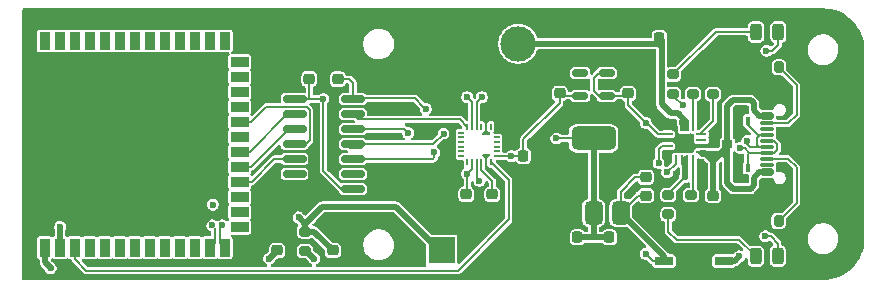
<source format=gbr>
%TF.GenerationSoftware,KiCad,Pcbnew,9.0.4*%
%TF.CreationDate,2025-09-01T13:06:02+02:00*%
%TF.ProjectId,EHT,4548542e-6b69-4636-9164-5f7063625858,rev?*%
%TF.SameCoordinates,Original*%
%TF.FileFunction,Copper,L1,Top*%
%TF.FilePolarity,Positive*%
%FSLAX46Y46*%
G04 Gerber Fmt 4.6, Leading zero omitted, Abs format (unit mm)*
G04 Created by KiCad (PCBNEW 9.0.4) date 2025-09-01 13:06:02*
%MOMM*%
%LPD*%
G01*
G04 APERTURE LIST*
G04 Aperture macros list*
%AMRoundRect*
0 Rectangle with rounded corners*
0 $1 Rounding radius*
0 $2 $3 $4 $5 $6 $7 $8 $9 X,Y pos of 4 corners*
0 Add a 4 corners polygon primitive as box body*
4,1,4,$2,$3,$4,$5,$6,$7,$8,$9,$2,$3,0*
0 Add four circle primitives for the rounded corners*
1,1,$1+$1,$2,$3*
1,1,$1+$1,$4,$5*
1,1,$1+$1,$6,$7*
1,1,$1+$1,$8,$9*
0 Add four rect primitives between the rounded corners*
20,1,$1+$1,$2,$3,$4,$5,0*
20,1,$1+$1,$4,$5,$6,$7,0*
20,1,$1+$1,$6,$7,$8,$9,0*
20,1,$1+$1,$8,$9,$2,$3,0*%
G04 Aperture macros list end*
%TA.AperFunction,SMDPad,CuDef*%
%ADD10RoundRect,0.062500X-0.062500X0.375000X-0.062500X-0.375000X0.062500X-0.375000X0.062500X0.375000X0*%
%TD*%
%TA.AperFunction,SMDPad,CuDef*%
%ADD11RoundRect,0.062500X-0.375000X0.062500X-0.375000X-0.062500X0.375000X-0.062500X0.375000X0.062500X0*%
%TD*%
%TA.AperFunction,HeatsinkPad*%
%ADD12R,1.600000X1.600000*%
%TD*%
%TA.AperFunction,ComponentPad*%
%ADD13R,2.250000X2.250000*%
%TD*%
%TA.AperFunction,ComponentPad*%
%ADD14C,2.250000*%
%TD*%
%TA.AperFunction,SMDPad,CuDef*%
%ADD15RoundRect,0.225000X0.225000X0.250000X-0.225000X0.250000X-0.225000X-0.250000X0.225000X-0.250000X0*%
%TD*%
%TA.AperFunction,SMDPad,CuDef*%
%ADD16RoundRect,0.200000X0.200000X0.275000X-0.200000X0.275000X-0.200000X-0.275000X0.200000X-0.275000X0*%
%TD*%
%TA.AperFunction,SMDPad,CuDef*%
%ADD17RoundRect,0.200000X-0.275000X0.200000X-0.275000X-0.200000X0.275000X-0.200000X0.275000X0.200000X0*%
%TD*%
%TA.AperFunction,SMDPad,CuDef*%
%ADD18RoundRect,0.200000X0.275000X-0.200000X0.275000X0.200000X-0.275000X0.200000X-0.275000X-0.200000X0*%
%TD*%
%TA.AperFunction,SMDPad,CuDef*%
%ADD19RoundRect,0.225000X0.250000X-0.225000X0.250000X0.225000X-0.250000X0.225000X-0.250000X-0.225000X0*%
%TD*%
%TA.AperFunction,SMDPad,CuDef*%
%ADD20RoundRect,0.190000X-0.610000X-0.190000X0.610000X-0.190000X0.610000X0.190000X-0.610000X0.190000X0*%
%TD*%
%TA.AperFunction,SMDPad,CuDef*%
%ADD21RoundRect,0.050000X-0.225000X-0.050000X0.225000X-0.050000X0.225000X0.050000X-0.225000X0.050000X0*%
%TD*%
%TA.AperFunction,SMDPad,CuDef*%
%ADD22RoundRect,0.050000X0.050000X-0.225000X0.050000X0.225000X-0.050000X0.225000X-0.050000X-0.225000X0*%
%TD*%
%TA.AperFunction,SMDPad,CuDef*%
%ADD23RoundRect,0.225000X-0.225000X-0.250000X0.225000X-0.250000X0.225000X0.250000X-0.225000X0.250000X0*%
%TD*%
%TA.AperFunction,SMDPad,CuDef*%
%ADD24RoundRect,0.225000X-0.250000X0.225000X-0.250000X-0.225000X0.250000X-0.225000X0.250000X0.225000X0*%
%TD*%
%TA.AperFunction,SMDPad,CuDef*%
%ADD25RoundRect,0.375000X0.375000X-0.625000X0.375000X0.625000X-0.375000X0.625000X-0.375000X-0.625000X0*%
%TD*%
%TA.AperFunction,SMDPad,CuDef*%
%ADD26RoundRect,0.500000X1.400000X-0.500000X1.400000X0.500000X-1.400000X0.500000X-1.400000X-0.500000X0*%
%TD*%
%TA.AperFunction,SMDPad,CuDef*%
%ADD27RoundRect,0.150000X-0.825000X-0.150000X0.825000X-0.150000X0.825000X0.150000X-0.825000X0.150000X0*%
%TD*%
%TA.AperFunction,SMDPad,CuDef*%
%ADD28RoundRect,0.243750X0.243750X0.456250X-0.243750X0.456250X-0.243750X-0.456250X0.243750X-0.456250X0*%
%TD*%
%TA.AperFunction,SMDPad,CuDef*%
%ADD29C,3.000000*%
%TD*%
%TA.AperFunction,SMDPad,CuDef*%
%ADD30RoundRect,0.050000X0.150000X0.300000X-0.150000X0.300000X-0.150000X-0.300000X0.150000X-0.300000X0*%
%TD*%
%TA.AperFunction,SMDPad,CuDef*%
%ADD31RoundRect,0.150000X0.512500X0.150000X-0.512500X0.150000X-0.512500X-0.150000X0.512500X-0.150000X0*%
%TD*%
%TA.AperFunction,SMDPad,CuDef*%
%ADD32RoundRect,0.150000X0.425000X-0.150000X0.425000X0.150000X-0.425000X0.150000X-0.425000X-0.150000X0*%
%TD*%
%TA.AperFunction,SMDPad,CuDef*%
%ADD33RoundRect,0.075000X0.500000X-0.075000X0.500000X0.075000X-0.500000X0.075000X-0.500000X-0.075000X0*%
%TD*%
%TA.AperFunction,HeatsinkPad*%
%ADD34O,2.100000X1.000000*%
%TD*%
%TA.AperFunction,HeatsinkPad*%
%ADD35O,1.800000X1.000000*%
%TD*%
%TA.AperFunction,SMDPad,CuDef*%
%ADD36RoundRect,0.075000X0.390000X0.275000X-0.390000X0.275000X-0.390000X-0.275000X0.390000X-0.275000X0*%
%TD*%
%TA.AperFunction,SMDPad,CuDef*%
%ADD37RoundRect,0.075000X0.075000X0.275000X-0.075000X0.275000X-0.075000X-0.275000X0.075000X-0.275000X0*%
%TD*%
%TA.AperFunction,SMDPad,CuDef*%
%ADD38R,0.900000X1.500000*%
%TD*%
%TA.AperFunction,SMDPad,CuDef*%
%ADD39R,1.500000X0.900000*%
%TD*%
%TA.AperFunction,HeatsinkPad*%
%ADD40C,0.600000*%
%TD*%
%TA.AperFunction,HeatsinkPad*%
%ADD41R,3.900000X3.900000*%
%TD*%
%TA.AperFunction,ViaPad*%
%ADD42C,0.600000*%
%TD*%
%TA.AperFunction,Conductor*%
%ADD43C,0.200000*%
%TD*%
%TA.AperFunction,Conductor*%
%ADD44C,0.500000*%
%TD*%
G04 APERTURE END LIST*
D10*
%TO.P,U3,1,TS*%
%TO.N,Net-(U3-TS)*%
X171015000Y-81477500D03*
%TO.P,U3,2,BAT*%
%TO.N,Net-(BT1-+)*%
X170515000Y-81477500D03*
%TO.P,U3,3,BAT*%
X170015000Y-81477500D03*
%TO.P,U3,4,~{CE}*%
%TO.N,GND*%
X169515000Y-81477500D03*
D11*
%TO.P,U3,5,EN2*%
%TO.N,Net-(SW2A-A)*%
X168827500Y-82165000D03*
%TO.P,U3,6,EN1*%
%TO.N,GND*%
X168827500Y-82665000D03*
%TO.P,U3,7,~{PGOOD}*%
%TO.N,Net-(DPGOOD1-K)*%
X168827500Y-83165000D03*
%TO.P,U3,8,VSS*%
%TO.N,GND*%
X168827500Y-83665000D03*
D10*
%TO.P,U3,9,~{CHG}*%
%TO.N,Net-(DCHG1-K)*%
X169515000Y-84352500D03*
%TO.P,U3,10,OUT*%
%TO.N,LED_PWR*%
X170015000Y-84352500D03*
%TO.P,U3,11,OUT*%
X170515000Y-84352500D03*
%TO.P,U3,12,ILIM*%
%TO.N,Net-(U3-ILIM)*%
X171015000Y-84352500D03*
D11*
%TO.P,U3,13,IN*%
%TO.N,+5V*%
X171702500Y-83665000D03*
%TO.P,U3,14,TMR*%
%TO.N,GND*%
X171702500Y-83165000D03*
%TO.P,U3,15,ITERM*%
%TO.N,unconnected-(U3-ITERM-Pad15)*%
X171702500Y-82665000D03*
%TO.P,U3,16,ISET*%
%TO.N,Net-(U3-ISET)*%
X171702500Y-82165000D03*
D12*
%TO.P,U3,17,VSS*%
%TO.N,GND*%
X170265000Y-82915000D03*
%TD*%
D13*
%TO.P,SW1,1,1*%
%TO.N,Net-(U7-EN)*%
X149700000Y-92000000D03*
D14*
%TO.P,SW1,2,2*%
%TO.N,GND*%
X156200000Y-92000000D03*
%TD*%
D15*
%TO.P,COUT1,1*%
%TO.N,GND*%
X165450000Y-90900000D03*
%TO.P,COUT1,2*%
%TO.N,+3V3*%
X163900000Y-90900000D03*
%TD*%
D16*
%TO.P,R_CC1,1*%
%TO.N,Net-(J1-CC1)*%
X178225000Y-89500000D03*
%TO.P,R_CC1,2*%
%TO.N,GND*%
X176575000Y-89500000D03*
%TD*%
D17*
%TO.P,R3,1*%
%TO.N,GND*%
X171000000Y-77100000D03*
%TO.P,R3,2*%
%TO.N,Net-(U3-TS)*%
X171000000Y-78750000D03*
%TD*%
D18*
%TO.P,R4,1*%
%TO.N,LED_PWR*%
X169300000Y-78750000D03*
%TO.P,R4,2*%
%TO.N,Net-(DCHG1-A)*%
X169300000Y-77100000D03*
%TD*%
D19*
%TO.P,C_BP7,1*%
%TO.N,+3V3*%
X138500000Y-77475000D03*
%TO.P,C_BP7,2*%
%TO.N,GND*%
X138500000Y-75925000D03*
%TD*%
D20*
%TO.P,SW2,1,A*%
%TO.N,Net-(SW2A-A)*%
X168520000Y-92900000D03*
%TO.P,SW2,2,B*%
%TO.N,LED_PWR*%
X173600000Y-92900000D03*
%TD*%
D15*
%TO.P,C_BP2,1*%
%TO.N,+3V3*%
X161200000Y-90900000D03*
%TO.P,C_BP2,2*%
%TO.N,GND*%
X159650000Y-90900000D03*
%TD*%
D21*
%TO.P,U2,1,NC*%
%TO.N,unconnected-(U2-NC-Pad1)*%
X151365000Y-82015000D03*
%TO.P,U2,2,NC*%
%TO.N,unconnected-(U2-NC-Pad2)*%
X151365000Y-82415000D03*
%TO.P,U2,3,NC*%
%TO.N,unconnected-(U2-NC-Pad3)*%
X151365000Y-82815000D03*
%TO.P,U2,4,NC*%
%TO.N,unconnected-(U2-NC-Pad4)*%
X151365000Y-83215000D03*
%TO.P,U2,5,NC*%
%TO.N,unconnected-(U2-NC-Pad5)*%
X151365000Y-83615000D03*
%TO.P,U2,6,NC*%
%TO.N,unconnected-(U2-NC-Pad6)*%
X151365000Y-84015000D03*
D22*
%TO.P,U2,7,AUX_CL*%
%TO.N,unconnected-(U2-AUX_CL-Pad7)*%
X151865000Y-84515000D03*
%TO.P,U2,8,VDDIO*%
%TO.N,+1V8*%
X152265000Y-84515000D03*
%TO.P,U2,9,SDO/AD0*%
%TO.N,Net-(U2-SDO{slash}AD0)*%
X152665000Y-84515000D03*
%TO.P,U2,10,REGOUT*%
%TO.N,Net-(U2-REGOUT)*%
X153065000Y-84515000D03*
%TO.P,U2,11,FSYNC*%
%TO.N,GND*%
X153465000Y-84515000D03*
%TO.P,U2,12,INT1*%
%TO.N,INT1*%
X153865000Y-84515000D03*
D21*
%TO.P,U2,13,VDD*%
%TO.N,+1V8*%
X154365000Y-84015000D03*
%TO.P,U2,14,NC*%
%TO.N,unconnected-(U2-NC-Pad14)*%
X154365000Y-83615000D03*
%TO.P,U2,15,NC*%
%TO.N,unconnected-(U2-NC-Pad15)*%
X154365000Y-83215000D03*
%TO.P,U2,16,NC*%
%TO.N,unconnected-(U2-NC-Pad16)*%
X154365000Y-82815000D03*
%TO.P,U2,17,NC*%
%TO.N,unconnected-(U2-NC-Pad17)*%
X154365000Y-82415000D03*
%TO.P,U2,18,GND*%
%TO.N,GND*%
X154365000Y-82015000D03*
D22*
%TO.P,U2,19,RESV*%
%TO.N,unconnected-(U2-RESV-Pad19)*%
X153865000Y-81515000D03*
%TO.P,U2,20,GND*%
%TO.N,GND*%
X153465000Y-81515000D03*
%TO.P,U2,21,AUX_DA*%
%TO.N,unconnected-(U2-AUX_DA-Pad21)*%
X153065000Y-81515000D03*
%TO.P,U2,22,~{CS}*%
%TO.N,Net-(U2-~{CS})*%
X152665000Y-81515000D03*
%TO.P,U2,23,SCL/SCLK*%
%TO.N,Net-(U2-SCL{slash}SCLK)*%
X152265000Y-81515000D03*
%TO.P,U2,24,SDA/SDI*%
%TO.N,Net-(U2-SDA{slash}SDI)*%
X151865000Y-81515000D03*
%TD*%
D18*
%TO.P,R1,1*%
%TO.N,Net-(U3-ISET)*%
X172700000Y-78750000D03*
%TO.P,R1,2*%
%TO.N,GND*%
X172700000Y-77100000D03*
%TD*%
D23*
%TO.P,CBAT1,1*%
%TO.N,Net-(BT1-+)*%
X168125000Y-74000000D03*
%TO.P,CBAT1,2*%
%TO.N,GND*%
X169675000Y-74000000D03*
%TD*%
D19*
%TO.P,C1,1*%
%TO.N,GND*%
X172700000Y-88900000D03*
%TO.P,C1,2*%
%TO.N,+5V*%
X172700000Y-87350000D03*
%TD*%
D24*
%TO.P,C2,1*%
%TO.N,Net-(U2-REGOUT)*%
X154000000Y-87250000D03*
%TO.P,C2,2*%
%TO.N,GND*%
X154000000Y-88800000D03*
%TD*%
D25*
%TO.P,U6,1,GND*%
%TO.N,GND*%
X160265000Y-88815000D03*
%TO.P,U6,2,VO*%
%TO.N,+3V3*%
X162565000Y-88815000D03*
D26*
X162565000Y-82515000D03*
D25*
%TO.P,U6,3,VI*%
%TO.N,Net-(SW2A-A)*%
X164865000Y-88815000D03*
%TD*%
D17*
%TO.P,R2,1*%
%TO.N,Net-(U3-ILIM)*%
X170800000Y-87300000D03*
%TO.P,R2,2*%
%TO.N,GND*%
X170800000Y-88950000D03*
%TD*%
D19*
%TO.P,C_BP6,1*%
%TO.N,+1V8*%
X140900000Y-77500000D03*
%TO.P,C_BP6,2*%
%TO.N,GND*%
X140900000Y-75950000D03*
%TD*%
D27*
%TO.P,U5,1,VCCA*%
%TO.N,+3V3*%
X137250000Y-79180000D03*
%TO.P,U5,2,A1*%
%TO.N,SDA*%
X137250000Y-80450000D03*
%TO.P,U5,3,A2*%
%TO.N,SDO*%
X137250000Y-81720000D03*
%TO.P,U5,4,A3*%
%TO.N,SCL*%
X137250000Y-82990000D03*
%TO.P,U5,5,A4*%
%TO.N,CS*%
X137250000Y-84260000D03*
%TO.P,U5,6,NC*%
%TO.N,unconnected-(U5-NC-Pad6)*%
X137250000Y-85530000D03*
%TO.P,U5,7,GND*%
%TO.N,GND*%
X137250000Y-86800000D03*
%TO.P,U5,8,OE*%
%TO.N,+3V3*%
X142200000Y-86800000D03*
%TO.P,U5,9,NC*%
%TO.N,unconnected-(U5-NC-Pad9)*%
X142200000Y-85530000D03*
%TO.P,U5,10,B4*%
%TO.N,Net-(U2-~{CS})*%
X142200000Y-84260000D03*
%TO.P,U5,11,B3*%
%TO.N,Net-(U2-SCL{slash}SCLK)*%
X142200000Y-82990000D03*
%TO.P,U5,12,B2*%
%TO.N,Net-(U2-SDO{slash}AD0)*%
X142200000Y-81720000D03*
%TO.P,U5,13,B1*%
%TO.N,Net-(U2-SDA{slash}SDI)*%
X142200000Y-80450000D03*
%TO.P,U5,14,VCCB*%
%TO.N,+1V8*%
X142200000Y-79180000D03*
%TD*%
D24*
%TO.P,C_BP3,1*%
%TO.N,+1V8*%
X151800000Y-87250000D03*
%TO.P,C_BP3,2*%
%TO.N,GND*%
X151800000Y-88800000D03*
%TD*%
D17*
%TO.P,REN1,1*%
%TO.N,Net-(U7-EN)*%
X138150000Y-90400000D03*
%TO.P,REN1,2*%
%TO.N,+3V3*%
X138150000Y-92050000D03*
%TD*%
D28*
%TO.P,DPGOOD1,1,K*%
%TO.N,Net-(DPGOOD1-K)*%
X178175000Y-92500000D03*
%TO.P,DPGOOD1,2,A*%
%TO.N,Net-(DPGOOD1-A)*%
X176300000Y-92500000D03*
%TD*%
D24*
%TO.P,CIN2,1*%
%TO.N,GND*%
X165500000Y-77150000D03*
%TO.P,CIN2,2*%
%TO.N,Net-(SW2A-A)*%
X165500000Y-78700000D03*
%TD*%
D29*
%TO.P,BAT-,1*%
%TO.N,GND*%
X149700000Y-74500000D03*
%TD*%
D19*
%TO.P,C_BP5,1*%
%TO.N,+3V3*%
X135800000Y-92000000D03*
%TO.P,C_BP5,2*%
%TO.N,GND*%
X135800000Y-90450000D03*
%TD*%
D30*
%TO.P,D3,1,K*%
%TO.N,D-*%
X175615000Y-85015000D03*
%TO.P,D3,2,A*%
%TO.N,GND*%
X174915000Y-85015000D03*
%TD*%
D23*
%TO.P,C_BP4,1*%
%TO.N,+1V8*%
X156625000Y-84000000D03*
%TO.P,C_BP4,2*%
%TO.N,GND*%
X158175000Y-84000000D03*
%TD*%
D29*
%TO.P,BAT+,1*%
%TO.N,Net-(BT1-+)*%
X156200000Y-74500000D03*
%TD*%
D16*
%TO.P,R_CC2,1*%
%TO.N,Net-(J1-CC2)*%
X178250000Y-76500000D03*
%TO.P,R_CC2,2*%
%TO.N,GND*%
X176600000Y-76500000D03*
%TD*%
D24*
%TO.P,C_BP1,1*%
%TO.N,GND*%
X167000000Y-84250000D03*
%TO.P,C_BP1,2*%
%TO.N,Net-(SW2A-A)*%
X167000000Y-85800000D03*
%TD*%
D19*
%TO.P,CEN1,1*%
%TO.N,Net-(U7-EN)*%
X140500000Y-92000000D03*
%TO.P,CEN1,2*%
%TO.N,GND*%
X140500000Y-90450000D03*
%TD*%
D31*
%TO.P,U4,1,IN*%
%TO.N,Net-(SW2A-A)*%
X163700000Y-78900000D03*
%TO.P,U4,2,GND*%
%TO.N,GND*%
X163700000Y-77950000D03*
%TO.P,U4,3,EN*%
%TO.N,Net-(SW2A-A)*%
X163700000Y-77000000D03*
%TO.P,U4,4,NC*%
%TO.N,unconnected-(U4-NC-Pad4)*%
X161425000Y-77000000D03*
%TO.P,U4,5,OUT*%
%TO.N,+1V8*%
X161425000Y-78900000D03*
%TD*%
D32*
%TO.P,J1,A1,GND*%
%TO.N,GND*%
X177245000Y-86180000D03*
%TO.P,J1,A4,VBUS*%
%TO.N,+5V*%
X177245000Y-85380000D03*
D33*
%TO.P,J1,A5,CC1*%
%TO.N,Net-(J1-CC1)*%
X177245000Y-84230000D03*
%TO.P,J1,A6,D+*%
%TO.N,D+*%
X177245000Y-83230000D03*
%TO.P,J1,A7,D-*%
%TO.N,D-*%
X177245000Y-82730000D03*
%TO.P,J1,A8,SBU1*%
%TO.N,unconnected-(J1-SBU1-PadA8)*%
X177245000Y-81730000D03*
D32*
%TO.P,J1,A9,VBUS*%
%TO.N,+5V*%
X177245000Y-80580000D03*
%TO.P,J1,A12,GND*%
%TO.N,GND*%
X177245000Y-79780000D03*
%TO.P,J1,B1,GND*%
X177245000Y-79780000D03*
%TO.P,J1,B4,VBUS*%
%TO.N,+5V*%
X177245000Y-80580000D03*
D33*
%TO.P,J1,B5,CC2*%
%TO.N,Net-(J1-CC2)*%
X177245000Y-81230000D03*
%TO.P,J1,B6,D+*%
%TO.N,D+*%
X177245000Y-82230000D03*
%TO.P,J1,B7,D-*%
%TO.N,D-*%
X177245000Y-83730000D03*
%TO.P,J1,B8,SBU2*%
%TO.N,unconnected-(J1-SBU2-PadB8)*%
X177245000Y-84730000D03*
D32*
%TO.P,J1,B9,VBUS*%
%TO.N,+5V*%
X177245000Y-85380000D03*
%TO.P,J1,B12,GND*%
%TO.N,GND*%
X177245000Y-86180000D03*
D34*
%TO.P,J1,S1,SHIELD*%
X177820000Y-87300000D03*
D35*
X182000000Y-87300000D03*
D34*
X177820000Y-78660000D03*
D35*
X182000000Y-78660000D03*
%TD*%
D36*
%TO.P,D1,1,K*%
%TO.N,+5V*%
X173900000Y-83015000D03*
D37*
%TO.P,D1,2,A*%
%TO.N,GND*%
X173015000Y-83015000D03*
%TD*%
D30*
%TO.P,D2,1,K*%
%TO.N,D+*%
X175615000Y-81015000D03*
%TO.P,D2,2,A*%
%TO.N,GND*%
X174915000Y-81015000D03*
%TD*%
D17*
%TO.P,R5,1*%
%TO.N,LED_PWR*%
X168900000Y-87300000D03*
%TO.P,R5,2*%
%TO.N,Net-(DPGOOD1-A)*%
X168900000Y-88950000D03*
%TD*%
D19*
%TO.P,COUT2,1*%
%TO.N,+1V8*%
X159700000Y-78700000D03*
%TO.P,COUT2,2*%
%TO.N,GND*%
X159700000Y-77150000D03*
%TD*%
D28*
%TO.P,DCHG1,1,K*%
%TO.N,Net-(DCHG1-K)*%
X178200000Y-73500000D03*
%TO.P,DCHG1,2,A*%
%TO.N,Net-(DCHG1-A)*%
X176325000Y-73500000D03*
%TD*%
D19*
%TO.P,CIN1,1*%
%TO.N,GND*%
X167000000Y-88900000D03*
%TO.P,CIN1,2*%
%TO.N,Net-(SW2A-A)*%
X167000000Y-87350000D03*
%TD*%
D38*
%TO.P,U7,1,GND*%
%TO.N,GND*%
X114840000Y-91765000D03*
%TO.P,U7,2,3V3*%
%TO.N,+3V3*%
X116110000Y-91765000D03*
%TO.P,U7,3,EN*%
%TO.N,Net-(U7-EN)*%
X117380000Y-91765000D03*
%TO.P,U7,4,IO4*%
%TO.N,INT1*%
X118650000Y-91765000D03*
%TO.P,U7,5,IO5*%
%TO.N,unconnected-(U7-IO5-Pad5)*%
X119920000Y-91765000D03*
%TO.P,U7,6,IO6*%
%TO.N,unconnected-(U7-IO6-Pad6)*%
X121190000Y-91765000D03*
%TO.P,U7,7,IO7*%
%TO.N,unconnected-(U7-IO7-Pad7)*%
X122460000Y-91765000D03*
%TO.P,U7,8,IO15*%
%TO.N,unconnected-(U7-IO15-Pad8)*%
X123730000Y-91765000D03*
%TO.P,U7,9,IO16*%
%TO.N,unconnected-(U7-IO16-Pad9)*%
X125000000Y-91765000D03*
%TO.P,U7,10,IO17*%
%TO.N,unconnected-(U7-IO17-Pad10)*%
X126270000Y-91765000D03*
%TO.P,U7,11,IO18*%
%TO.N,unconnected-(U7-IO18-Pad11)*%
X127540000Y-91765000D03*
%TO.P,U7,12,IO8*%
%TO.N,unconnected-(U7-IO8-Pad12)*%
X128810000Y-91765000D03*
%TO.P,U7,13,USB_D-*%
%TO.N,D-*%
X130080000Y-91765000D03*
%TO.P,U7,14,USB_D+*%
%TO.N,D+*%
X131350000Y-91765000D03*
D39*
%TO.P,U7,15,IO3*%
%TO.N,unconnected-(U7-IO3-Pad15)*%
X132600000Y-90000000D03*
%TO.P,U7,16,IO46*%
%TO.N,unconnected-(U7-IO46-Pad16)*%
X132600000Y-88730000D03*
%TO.P,U7,17,IO9*%
%TO.N,unconnected-(U7-IO9-Pad17)*%
X132600000Y-87460000D03*
%TO.P,U7,18,IO10*%
%TO.N,CS*%
X132600000Y-86190000D03*
%TO.P,U7,19,IO11*%
%TO.N,SDO*%
X132600000Y-84920000D03*
%TO.P,U7,20,IO12*%
%TO.N,SDA*%
X132600000Y-83650000D03*
%TO.P,U7,21,IO13*%
%TO.N,unconnected-(U7-IO13-Pad21)*%
X132600000Y-82380000D03*
%TO.P,U7,22,IO14*%
%TO.N,SCL*%
X132600000Y-81110000D03*
%TO.P,U7,23,IO21*%
%TO.N,unconnected-(U7-IO21-Pad23)*%
X132600000Y-79840000D03*
%TO.P,U7,24,IO47*%
%TO.N,unconnected-(U7-IO47-Pad24)*%
X132600000Y-78570000D03*
%TO.P,U7,25,IO48*%
%TO.N,unconnected-(U7-IO48-Pad25)*%
X132600000Y-77300000D03*
%TO.P,U7,26,IO45*%
%TO.N,unconnected-(U7-IO45-Pad26)*%
X132600000Y-76030000D03*
D38*
%TO.P,U7,27,IO0*%
%TO.N,unconnected-(U7-IO0-Pad27)*%
X131350000Y-74265000D03*
%TO.P,U7,28,IO35*%
%TO.N,unconnected-(U7-IO35-Pad28)*%
X130080000Y-74265000D03*
%TO.P,U7,29,IO36*%
%TO.N,unconnected-(U7-IO36-Pad29)*%
X128810000Y-74265000D03*
%TO.P,U7,30,IO37*%
%TO.N,unconnected-(U7-IO37-Pad30)*%
X127540000Y-74265000D03*
%TO.P,U7,31,IO38*%
%TO.N,unconnected-(U7-IO38-Pad31)*%
X126270000Y-74265000D03*
%TO.P,U7,32,IO39*%
%TO.N,unconnected-(U7-IO39-Pad32)*%
X125000000Y-74265000D03*
%TO.P,U7,33,IO40*%
%TO.N,unconnected-(U7-IO40-Pad33)*%
X123730000Y-74265000D03*
%TO.P,U7,34,IO41*%
%TO.N,unconnected-(U7-IO41-Pad34)*%
X122460000Y-74265000D03*
%TO.P,U7,35,IO42*%
%TO.N,unconnected-(U7-IO42-Pad35)*%
X121190000Y-74265000D03*
%TO.P,U7,36,RXD0*%
%TO.N,unconnected-(U7-RXD0-Pad36)*%
X119920000Y-74265000D03*
%TO.P,U7,37,TXD0*%
%TO.N,unconnected-(U7-TXD0-Pad37)*%
X118650000Y-74265000D03*
%TO.P,U7,38,IO2*%
%TO.N,unconnected-(U7-IO2-Pad38)*%
X117380000Y-74265000D03*
%TO.P,U7,39,IO1*%
%TO.N,unconnected-(U7-IO1-Pad39)*%
X116110000Y-74265000D03*
%TO.P,U7,40,GND*%
%TO.N,GND*%
X114840000Y-74265000D03*
D40*
%TO.P,U7,41,GND*%
X121860000Y-85915000D03*
X123260000Y-85915000D03*
X121160000Y-85215000D03*
X122560000Y-85215000D03*
X123960000Y-85215000D03*
X121860000Y-84515000D03*
D41*
X122560000Y-84515000D03*
D40*
X123260000Y-84515000D03*
X121160000Y-83815000D03*
X122560000Y-83815000D03*
X123960000Y-83815000D03*
X121860000Y-83115000D03*
X123260000Y-83115000D03*
%TD*%
D42*
%TO.N,GND*%
X140500000Y-89200000D03*
X171200000Y-74000000D03*
X155615000Y-82015000D03*
X172862200Y-81767800D03*
X154600000Y-86100000D03*
X164700000Y-92300000D03*
X152200000Y-75299000D03*
X175115000Y-86015000D03*
X165500000Y-84200000D03*
X175425000Y-89500000D03*
X153615000Y-80015000D03*
X152400000Y-74400000D03*
X170900000Y-90075000D03*
X152200000Y-73500000D03*
X167100000Y-77900000D03*
X175400000Y-76500000D03*
X160400000Y-92200000D03*
X168075735Y-90424265D03*
X134800000Y-87300000D03*
X151600000Y-72700000D03*
X172700000Y-90075000D03*
X175115000Y-80015000D03*
%TO.N,Net-(U2-SDO{slash}AD0)*%
X146865000Y-82055000D03*
X152900000Y-86115000D03*
%TO.N,Net-(U2-~{CS})*%
X153115000Y-79015000D03*
X149089672Y-83700000D03*
%TO.N,Net-(U2-SCL{slash}SCLK)*%
X149865000Y-82100000D03*
X151865000Y-79015000D03*
%TO.N,D+*%
X130341051Y-88122017D03*
X175584834Y-82722663D03*
X131140000Y-89875000D03*
%TO.N,D-*%
X174983792Y-83323705D03*
X130290000Y-89875000D03*
%TO.N,Net-(SW2A-A)*%
X167000000Y-81200000D03*
X167000000Y-92300000D03*
%TO.N,LED_PWR*%
X174900000Y-92500000D03*
X170300000Y-85800000D03*
X170100000Y-79700000D03*
%TO.N,+1V8*%
X148365005Y-80016000D03*
X155615000Y-84015000D03*
X151865000Y-85515000D03*
%TO.N,+3V3*%
X138900000Y-92700000D03*
X135100000Y-92700000D03*
X159415000Y-82515000D03*
X116600000Y-93500000D03*
X139700000Y-79180000D03*
X162565000Y-90900000D03*
%TO.N,Net-(U7-EN)*%
X137600000Y-89200000D03*
X117400000Y-90000000D03*
%TO.N,Net-(DCHG1-K)*%
X168800000Y-85400000D03*
X177200000Y-75100000D03*
%TO.N,Net-(DPGOOD1-K)*%
X177100000Y-90800000D03*
X168070460Y-84586707D03*
%TD*%
D43*
%TO.N,Net-(J1-CC1)*%
X179750000Y-87975000D02*
X178225000Y-89500000D01*
X179750000Y-84950000D02*
X179750000Y-87975000D01*
X179030000Y-84230000D02*
X179750000Y-84950000D01*
X177245000Y-84230000D02*
X179030000Y-84230000D01*
%TO.N,Net-(J1-CC2)*%
X179020000Y-81230000D02*
X177245000Y-81230000D01*
X179750000Y-80500000D02*
X179020000Y-81230000D01*
D44*
%TO.N,GND*%
X177245000Y-79335000D02*
X177245000Y-79780000D01*
D43*
%TO.N,D-*%
X175762900Y-83730000D02*
X175615000Y-83877900D01*
X175615000Y-83877900D02*
X175615000Y-85015000D01*
X175762900Y-83730000D02*
X175356605Y-83323705D01*
X177245000Y-83730000D02*
X175762900Y-83730000D01*
X178121000Y-82997176D02*
X177853824Y-82730000D01*
X177853824Y-82730000D02*
X177245000Y-82730000D01*
X177853824Y-83730000D02*
X178121000Y-83462824D01*
X178121000Y-83462824D02*
X178121000Y-82997176D01*
X177245000Y-83730000D02*
X177853824Y-83730000D01*
%TO.N,D+*%
X176537176Y-83231000D02*
X177245000Y-83231000D01*
X176369000Y-83062824D02*
X176537176Y-83231000D01*
X175830000Y-83230000D02*
X175584834Y-82984834D01*
X177245000Y-83230000D02*
X175830000Y-83230000D01*
X176480000Y-82230000D02*
X177245000Y-82230000D01*
X175615000Y-81365000D02*
X176480000Y-82230000D01*
X176636176Y-82230000D02*
X177245000Y-82230000D01*
X176369000Y-83062824D02*
X176369000Y-82497176D01*
X176369000Y-82497176D02*
X176636176Y-82230000D01*
X175584834Y-82722663D02*
X175584834Y-82984834D01*
D44*
%TO.N,+5V*%
X176615900Y-85380000D02*
X177245000Y-85380000D01*
X176159000Y-85836900D02*
X176615900Y-85380000D01*
X176159000Y-86471000D02*
X176159000Y-85836900D01*
X176615900Y-80580000D02*
X177245000Y-80580000D01*
X176159000Y-80123100D02*
X176615900Y-80580000D01*
X176159000Y-79559000D02*
X176159000Y-80123100D01*
D43*
%TO.N,GND*%
X176600000Y-76500000D02*
X175400000Y-76500000D01*
X173015000Y-83015000D02*
X173015000Y-81915000D01*
X152300000Y-74500000D02*
X149700000Y-74500000D01*
X151500000Y-73500000D02*
X150500000Y-74500000D01*
X153465000Y-84515000D02*
X153465000Y-84965000D01*
D44*
X160400000Y-92200000D02*
X159650000Y-91450000D01*
D43*
X169589000Y-81551500D02*
X169589000Y-82239000D01*
D44*
X165450000Y-91550000D02*
X164700000Y-92300000D01*
D43*
X166350000Y-77150000D02*
X167100000Y-77900000D01*
X174915000Y-85015000D02*
X174915000Y-85815000D01*
X165500000Y-77150000D02*
X166350000Y-77150000D01*
X153465000Y-80165000D02*
X153615000Y-80015000D01*
D44*
X177245000Y-86825000D02*
X177820000Y-87400000D01*
D43*
X168827500Y-82665000D02*
X170015000Y-82665000D01*
X153465000Y-81515000D02*
X153465000Y-80165000D01*
X169566000Y-83614000D02*
X170265000Y-82915000D01*
X150499000Y-75299000D02*
X152200000Y-75299000D01*
X170015000Y-82665000D02*
X170265000Y-82915000D01*
X149700000Y-73800000D02*
X149700000Y-74500000D01*
X167000000Y-88900000D02*
X167000000Y-89348530D01*
X174915000Y-85815000D02*
X175115000Y-86015000D01*
X172865000Y-83165000D02*
X171702500Y-83165000D01*
X150500000Y-74500000D02*
X149700000Y-74500000D01*
X168827500Y-83665000D02*
X168878500Y-83614000D01*
D44*
X177245000Y-79335000D02*
X177820000Y-78760000D01*
D43*
X164700000Y-77950000D02*
X165500000Y-77150000D01*
D44*
X177245000Y-86280000D02*
X177245000Y-86825000D01*
X159650000Y-91450000D02*
X159650000Y-90900000D01*
X169675000Y-74000000D02*
X171200000Y-74000000D01*
D43*
X176575000Y-89500000D02*
X175425000Y-89500000D01*
X163700000Y-77950000D02*
X164700000Y-77950000D01*
X153465000Y-84965000D02*
X154600000Y-86100000D01*
X169589000Y-82239000D02*
X170265000Y-82915000D01*
X174915000Y-80215000D02*
X175115000Y-80015000D01*
X152200000Y-73500000D02*
X151500000Y-73500000D01*
X137250000Y-86800000D02*
X135300000Y-86800000D01*
X151600000Y-72700000D02*
X150800000Y-72700000D01*
X172865000Y-81765000D02*
X172862200Y-81767800D01*
X170900000Y-88975000D02*
X170900000Y-90075000D01*
X168878500Y-83614000D02*
X169566000Y-83614000D01*
X172700000Y-88925000D02*
X172700000Y-90075000D01*
X174915000Y-81015000D02*
X174915000Y-80215000D01*
X167000000Y-89348530D02*
X168075735Y-90424265D01*
X149700000Y-74500000D02*
X150499000Y-75299000D01*
X140500000Y-89200000D02*
X140500000Y-90450000D01*
X154365000Y-82015000D02*
X155615000Y-82015000D01*
X152400000Y-74400000D02*
X152300000Y-74500000D01*
X165550000Y-84250000D02*
X165500000Y-84200000D01*
X171702500Y-83165000D02*
X170515000Y-83165000D01*
X170515000Y-83165000D02*
X170265000Y-82915000D01*
X150800000Y-72700000D02*
X149700000Y-73800000D01*
X167000000Y-84250000D02*
X165550000Y-84250000D01*
X173015000Y-81915000D02*
X172865000Y-81765000D01*
X135300000Y-86800000D02*
X134800000Y-87300000D01*
X169515000Y-81477500D02*
X169589000Y-81551500D01*
X173015000Y-83015000D02*
X172865000Y-83165000D01*
D44*
X165450000Y-90900000D02*
X165450000Y-91550000D01*
D43*
%TO.N,Net-(U3-ILIM)*%
X171015000Y-84352500D02*
X171000000Y-84367500D01*
X171015000Y-84352500D02*
X171015000Y-87310000D01*
X171015000Y-87310000D02*
X171000000Y-87325000D01*
%TO.N,Net-(U3-ISET)*%
X171702500Y-82165000D02*
X171702500Y-82040001D01*
X172700000Y-81042501D02*
X172700000Y-78800000D01*
X171702500Y-82040001D02*
X172700000Y-81042501D01*
D44*
%TO.N,+5V*%
X177185000Y-85415000D02*
X177185000Y-85445000D01*
X175865000Y-86765000D02*
X174365000Y-86765000D01*
X174365000Y-86765000D02*
X173900000Y-86300000D01*
X172700000Y-84425956D02*
X172015044Y-83741000D01*
X173616000Y-83816000D02*
X173900000Y-84100000D01*
X171777500Y-83816000D02*
X173309956Y-83816000D01*
X174365000Y-79265000D02*
X173900000Y-79730000D01*
X172700000Y-84425956D02*
X173309956Y-83816000D01*
X176159000Y-86471000D02*
X175865000Y-86765000D01*
X173309956Y-83816000D02*
X173900000Y-83225956D01*
X173900000Y-86300000D02*
X173900000Y-84100000D01*
X176159000Y-79559000D02*
X175865000Y-79265000D01*
X171750000Y-83788500D02*
X171777500Y-83816000D01*
X173900000Y-83225956D02*
X173900000Y-83015000D01*
X175865000Y-79265000D02*
X174365000Y-79265000D01*
X172700000Y-87350000D02*
X172700000Y-84425956D01*
X173900000Y-79730000D02*
X173900000Y-83015000D01*
X173309956Y-83816000D02*
X173616000Y-83816000D01*
X173900000Y-84100000D02*
X173900000Y-83015000D01*
X172015044Y-83741000D02*
X171702500Y-83741000D01*
%TO.N,Net-(BT1-+)*%
X168326000Y-74201000D02*
X168326000Y-74800000D01*
X169100000Y-80400000D02*
X169700000Y-80400000D01*
X169700000Y-80400000D02*
X170300000Y-81000000D01*
X168026000Y-74500000D02*
X168326000Y-74800000D01*
X156200000Y-74500000D02*
X168026000Y-74500000D01*
X168326000Y-74800000D02*
X168326000Y-79626000D01*
X170300000Y-81000000D02*
X170300000Y-81664000D01*
X168125000Y-74000000D02*
X168326000Y-74201000D01*
X168326000Y-79626000D02*
X169100000Y-80400000D01*
D43*
%TO.N,Net-(U2-REGOUT)*%
X154000000Y-86100000D02*
X153065000Y-85165000D01*
X153065000Y-85165000D02*
X153065000Y-84515000D01*
X154000000Y-87250000D02*
X154000000Y-86100000D01*
%TO.N,Net-(U3-TS)*%
X171015000Y-81477500D02*
X171015000Y-78815000D01*
X171015000Y-78815000D02*
X171000000Y-78800000D01*
%TO.N,SDO*%
X132600000Y-84920000D02*
X133580000Y-84920000D01*
X136780000Y-81720000D02*
X137250000Y-81720000D01*
X133580000Y-84920000D02*
X136780000Y-81720000D01*
%TO.N,INT1*%
X118650000Y-92715000D02*
X118650000Y-91765000D01*
X151079000Y-93700000D02*
X119635000Y-93700000D01*
X153865000Y-84515000D02*
X155400000Y-86050000D01*
X119635000Y-93700000D02*
X118650000Y-92715000D01*
X155400000Y-86050000D02*
X155400000Y-89379000D01*
X155400000Y-89379000D02*
X151079000Y-93700000D01*
%TO.N,SCL*%
X138265968Y-79849000D02*
X138526000Y-80109032D01*
X138526000Y-82688999D02*
X138224999Y-82990000D01*
X133590000Y-81110000D02*
X134851000Y-79849000D01*
X134851000Y-79849000D02*
X138265968Y-79849000D01*
X132600000Y-81110000D02*
X133590000Y-81110000D01*
X138224999Y-82990000D02*
X137250000Y-82990000D01*
X138526000Y-80109032D02*
X138526000Y-82688999D01*
%TO.N,SDA*%
X133450000Y-83650000D02*
X136650000Y-80450000D01*
X136650000Y-80450000D02*
X137250000Y-80450000D01*
X132600000Y-83650000D02*
X133450000Y-83650000D01*
%TO.N,CS*%
X135540000Y-84260000D02*
X137250000Y-84260000D01*
X132600000Y-86190000D02*
X133610000Y-86190000D01*
X133610000Y-86190000D02*
X135540000Y-84260000D01*
%TO.N,Net-(U2-SDA{slash}SDI)*%
X142650000Y-80900000D02*
X151250000Y-80900000D01*
X142200000Y-80450000D02*
X142650000Y-80900000D01*
X151250000Y-80900000D02*
X151865000Y-81515000D01*
%TO.N,Net-(U2-SDO{slash}AD0)*%
X152665000Y-85880000D02*
X152900000Y-86115000D01*
X152665000Y-84515000D02*
X152665000Y-85880000D01*
X146865000Y-82055000D02*
X146530000Y-81720000D01*
X146530000Y-81720000D02*
X142200000Y-81720000D01*
%TO.N,Net-(U2-~{CS})*%
X152665000Y-79465000D02*
X153115000Y-79015000D01*
X152665000Y-81515000D02*
X152665000Y-79465000D01*
X149089672Y-84125003D02*
X148954675Y-84260000D01*
X149089672Y-83700000D02*
X149089672Y-84125003D01*
X148954675Y-84260000D02*
X142200000Y-84260000D01*
%TO.N,Net-(U2-SCL{slash}SCLK)*%
X149865000Y-82100000D02*
X148975000Y-82990000D01*
X152265000Y-79415000D02*
X151865000Y-79015000D01*
X142889999Y-83325000D02*
X141915000Y-83325000D01*
X152265000Y-81515000D02*
X152265000Y-79415000D01*
X148975000Y-82990000D02*
X142200000Y-82990000D01*
%TO.N,D+*%
X175615000Y-81365000D02*
X175615000Y-81015000D01*
X175615000Y-81015000D02*
X175615000Y-81308824D01*
X130940001Y-91355001D02*
X130940001Y-90074999D01*
%TO.N,D-*%
X174983792Y-83323705D02*
X175356605Y-83323705D01*
X177185000Y-82765000D02*
X177160001Y-82789999D01*
X130489999Y-91355001D02*
X130489999Y-90074999D01*
%TO.N,Net-(J1-CC2)*%
X178234000Y-76484000D02*
X178250000Y-76500000D01*
X179750000Y-78000000D02*
X178250000Y-76500000D01*
X179750000Y-80500000D02*
X179750000Y-78000000D01*
%TO.N,Net-(SW2A-A)*%
X167000000Y-81200000D02*
X165500000Y-79700000D01*
X162600000Y-78462499D02*
X163037501Y-78900000D01*
D44*
X168520000Y-92900000D02*
X168520000Y-92470000D01*
D43*
X167600000Y-92900000D02*
X167000000Y-92300000D01*
X162600000Y-77400000D02*
X162600000Y-78462499D01*
X166100000Y-85800000D02*
X167000000Y-85800000D01*
X164885000Y-88815000D02*
X166350000Y-87350000D01*
X168035000Y-82165000D02*
X168827500Y-82165000D01*
X168520000Y-92900000D02*
X167600000Y-92900000D01*
X164865000Y-88815000D02*
X164885000Y-88815000D01*
D44*
X168520000Y-92470000D02*
X164865000Y-88815000D01*
D43*
X163700000Y-78900000D02*
X165300000Y-78900000D01*
X167070000Y-81200000D02*
X168035000Y-82165000D01*
X164865000Y-87035000D02*
X166100000Y-85800000D01*
X168374202Y-82165000D02*
X168827500Y-82165000D01*
X165300000Y-78900000D02*
X165500000Y-78700000D01*
X166350000Y-87350000D02*
X167000000Y-87350000D01*
X165500000Y-79700000D02*
X165500000Y-78700000D01*
X164865000Y-88815000D02*
X164865000Y-87035000D01*
X163000000Y-77000000D02*
X162600000Y-77400000D01*
X163700000Y-77000000D02*
X163000000Y-77000000D01*
X167000000Y-81200000D02*
X167070000Y-81200000D01*
X163037501Y-78900000D02*
X163700000Y-78900000D01*
D44*
%TO.N,LED_PWR*%
X174500000Y-92900000D02*
X174900000Y-92500000D01*
D43*
X169300000Y-78750000D02*
X169300000Y-78900000D01*
X168900000Y-87200000D02*
X170300000Y-85800000D01*
D44*
X170300000Y-85800000D02*
X170300000Y-84300000D01*
D43*
X168900000Y-87300000D02*
X168900000Y-87200000D01*
D44*
X173600000Y-92900000D02*
X174500000Y-92900000D01*
D43*
X169300000Y-78900000D02*
X170100000Y-79700000D01*
%TO.N,+1V8*%
X142280000Y-79100000D02*
X142200000Y-79180000D01*
X142200000Y-77800000D02*
X142200000Y-79180000D01*
X147450000Y-79100000D02*
X142280000Y-79100000D01*
X156535000Y-84015000D02*
X156550000Y-84000000D01*
X141900000Y-77500000D02*
X142200000Y-77800000D01*
X148164310Y-79814310D02*
X147450000Y-79100000D01*
X155615000Y-84015000D02*
X156610000Y-84015000D01*
X152265000Y-85115000D02*
X151865000Y-85515000D01*
X156625000Y-82575000D02*
X156625000Y-84000000D01*
X148365005Y-80016000D02*
X148164310Y-79815305D01*
X161425000Y-78900000D02*
X159900000Y-78900000D01*
X159700000Y-79500000D02*
X156625000Y-82575000D01*
X148164310Y-79815305D02*
X148164310Y-79814310D01*
X151865000Y-87215000D02*
X151900000Y-87250000D01*
X159700000Y-78700000D02*
X159700000Y-79500000D01*
X140900000Y-77500000D02*
X141900000Y-77500000D01*
X159900000Y-78900000D02*
X159700000Y-78700000D01*
X152265000Y-84515000D02*
X152265000Y-85115000D01*
X155615000Y-84015000D02*
X154365000Y-84015000D01*
X151865000Y-85515000D02*
X151865000Y-87215000D01*
X156610000Y-84015000D02*
X156625000Y-84000000D01*
D44*
%TO.N,+3V3*%
X138250000Y-92050000D02*
X138900000Y-92700000D01*
X162565000Y-90900000D02*
X161200000Y-90900000D01*
X162565000Y-82515000D02*
X162565000Y-88815000D01*
D43*
X141225001Y-86800000D02*
X139700000Y-85274999D01*
X139700000Y-85274999D02*
X139700000Y-79180000D01*
D44*
X116600000Y-93500000D02*
X116110000Y-93010000D01*
X138150000Y-92050000D02*
X138250000Y-92050000D01*
D43*
X159415000Y-82515000D02*
X162565000Y-82515000D01*
D44*
X116110000Y-93010000D02*
X116110000Y-91765000D01*
D43*
X138500000Y-77475000D02*
X138500000Y-79080000D01*
D44*
X162565000Y-90900000D02*
X163900000Y-90900000D01*
X135625000Y-92175000D02*
X135100000Y-92700000D01*
D43*
X137250000Y-79180000D02*
X139700000Y-79180000D01*
D44*
X162565000Y-88815000D02*
X162565000Y-90900000D01*
D43*
X142200000Y-86800000D02*
X141225001Y-86800000D01*
D44*
%TO.N,Net-(U7-EN)*%
X138150000Y-90400000D02*
X138150000Y-89750000D01*
X138150000Y-89750000D02*
X138700000Y-89200000D01*
X138900000Y-90400000D02*
X140500000Y-92000000D01*
X149700000Y-92200000D02*
X145800000Y-88300000D01*
X138150000Y-90400000D02*
X138900000Y-90400000D01*
X138150000Y-89750000D02*
X137600000Y-89200000D01*
X145800000Y-88300000D02*
X139600000Y-88300000D01*
X117400000Y-91785000D02*
X117380000Y-91765000D01*
X140450000Y-92050000D02*
X140500000Y-92000000D01*
X139600000Y-88300000D02*
X138700000Y-89200000D01*
X117400000Y-91745000D02*
X117380000Y-91765000D01*
X117400000Y-90000000D02*
X117400000Y-91745000D01*
D43*
%TO.N,Net-(DCHG1-A)*%
X172900000Y-73500000D02*
X176325000Y-73500000D01*
X169300000Y-77100000D02*
X172900000Y-73500000D01*
%TO.N,Net-(DCHG1-K)*%
X169515000Y-84685000D02*
X168800000Y-85400000D01*
X169515000Y-84352500D02*
X169515000Y-84685000D01*
X177700000Y-75100000D02*
X177200000Y-75100000D01*
X178200000Y-73500000D02*
X178200000Y-74600000D01*
X178200000Y-74600000D02*
X177700000Y-75100000D01*
%TO.N,Net-(DPGOOD1-A)*%
X168900000Y-88950000D02*
X168900000Y-90400000D01*
X168900000Y-90400000D02*
X169600000Y-91100000D01*
X169600000Y-91100000D02*
X174900000Y-91100000D01*
X174900000Y-91100000D02*
X176300000Y-92500000D01*
%TO.N,Net-(DPGOOD1-K)*%
X178175000Y-91425000D02*
X178175000Y-92500000D01*
X168070460Y-84307540D02*
X168089000Y-84289000D01*
X168089000Y-83450202D02*
X168374202Y-83165000D01*
X168070460Y-84586707D02*
X168070460Y-84307540D01*
X177550000Y-90800000D02*
X178175000Y-91425000D01*
X177100000Y-90800000D02*
X177550000Y-90800000D01*
X168089000Y-84289000D02*
X168089000Y-83450202D01*
X168374202Y-83165000D02*
X168827500Y-83165000D01*
%TD*%
%TA.AperFunction,Conductor*%
%TO.N,Net-(BT1-+)*%
G36*
X170640572Y-80919685D02*
G01*
X170686327Y-80972489D01*
X170696271Y-81041647D01*
X170695150Y-81048191D01*
X170689500Y-81076594D01*
X170689500Y-81759136D01*
X170680856Y-81788571D01*
X170674334Y-81818560D01*
X170670577Y-81823578D01*
X170669815Y-81826175D01*
X170653184Y-81846815D01*
X170636321Y-81863679D01*
X170574999Y-81897165D01*
X170548637Y-81900000D01*
X170013500Y-81900000D01*
X169946461Y-81880315D01*
X169900706Y-81827511D01*
X169889500Y-81776000D01*
X169889500Y-81511939D01*
X169869020Y-81435509D01*
X169869018Y-81435506D01*
X169857111Y-81414881D01*
X169840499Y-81352883D01*
X169840499Y-81076600D01*
X169834848Y-81048189D01*
X169841077Y-80978598D01*
X169883941Y-80923421D01*
X169949831Y-80900178D01*
X169956466Y-80900000D01*
X170573533Y-80900000D01*
X170640572Y-80919685D01*
G37*
%TD.AperFunction*%
%TD*%
%TA.AperFunction,Conductor*%
%TO.N,GND*%
G36*
X153707383Y-83816541D02*
G01*
X153730508Y-83818611D01*
X153740277Y-83826199D01*
X153752146Y-83829685D01*
X153767348Y-83847229D01*
X153785685Y-83861474D01*
X153789800Y-83873140D01*
X153797901Y-83882489D01*
X153801205Y-83905469D01*
X153808929Y-83927364D01*
X153806084Y-83939402D01*
X153807845Y-83951647D01*
X153798200Y-83972765D01*
X153792861Y-83995361D01*
X153783958Y-84003950D01*
X153778820Y-84015203D01*
X153759288Y-84027755D01*
X153742581Y-84043876D01*
X153728351Y-84048895D01*
X153728544Y-84049360D01*
X153720458Y-84052709D01*
X153720042Y-84052977D01*
X153719476Y-84053115D01*
X153717260Y-84054033D01*
X153643992Y-84102989D01*
X153634399Y-84109399D01*
X153583079Y-84186207D01*
X153572249Y-84202415D01*
X153571016Y-84201591D01*
X153535719Y-84245391D01*
X153469424Y-84267455D01*
X153401725Y-84250175D01*
X153354115Y-84199037D01*
X153351137Y-84192516D01*
X153347699Y-84187371D01*
X153295601Y-84109399D01*
X153212740Y-84054034D01*
X153212739Y-84054033D01*
X153201456Y-84049360D01*
X153202753Y-84046228D01*
X153158791Y-84023233D01*
X153124217Y-83962517D01*
X153127956Y-83892748D01*
X153168822Y-83836076D01*
X153233840Y-83810494D01*
X153244893Y-83810000D01*
X153685107Y-83810000D01*
X153707383Y-83816541D01*
G37*
%TD.AperFunction*%
%TA.AperFunction,Conductor*%
G36*
X153528271Y-81779822D02*
G01*
X153575883Y-81830958D01*
X153578862Y-81837482D01*
X153579033Y-81837739D01*
X153579034Y-81837740D01*
X153634399Y-81920601D01*
X153710413Y-81971391D01*
X153717260Y-81975966D01*
X153728544Y-81980640D01*
X153727246Y-81983771D01*
X153771209Y-82006767D01*
X153805783Y-82067483D01*
X153802044Y-82137252D01*
X153761178Y-82193924D01*
X153696160Y-82219506D01*
X153685107Y-82220000D01*
X153244893Y-82220000D01*
X153177854Y-82200315D01*
X153132099Y-82147511D01*
X153122155Y-82078353D01*
X153151180Y-82014797D01*
X153202060Y-81982098D01*
X153201456Y-81980640D01*
X153209541Y-81977290D01*
X153209958Y-81977023D01*
X153210523Y-81976884D01*
X153212738Y-81975966D01*
X153212740Y-81975966D01*
X153295601Y-81920601D01*
X153350966Y-81837740D01*
X153350966Y-81837739D01*
X153357751Y-81827585D01*
X153358984Y-81828409D01*
X153394278Y-81784610D01*
X153460571Y-81762544D01*
X153528271Y-81779822D01*
G37*
%TD.AperFunction*%
%TA.AperFunction,Conductor*%
G36*
X174555703Y-83596872D02*
G01*
X174581887Y-83628586D01*
X174583292Y-83631019D01*
X174676478Y-83724205D01*
X174790606Y-83790097D01*
X174917900Y-83824205D01*
X174917902Y-83824205D01*
X175049681Y-83824205D01*
X175049684Y-83824205D01*
X175158410Y-83795072D01*
X175228256Y-83796735D01*
X175286119Y-83835897D01*
X175313623Y-83900125D01*
X175314500Y-83914847D01*
X175314500Y-84452935D01*
X175294815Y-84519974D01*
X175290261Y-84525624D01*
X175229034Y-84617260D01*
X175229032Y-84617264D01*
X175214500Y-84690321D01*
X175214500Y-85339678D01*
X175229032Y-85412735D01*
X175229033Y-85412739D01*
X175229034Y-85412740D01*
X175284399Y-85495601D01*
X175353102Y-85541506D01*
X175367260Y-85550966D01*
X175367264Y-85550967D01*
X175440321Y-85565499D01*
X175440324Y-85565500D01*
X175603730Y-85565500D01*
X175670769Y-85585185D01*
X175716524Y-85637989D01*
X175726468Y-85707147D01*
X175723506Y-85721585D01*
X175708500Y-85777591D01*
X175708500Y-85777593D01*
X175708500Y-86190500D01*
X175688815Y-86257539D01*
X175636011Y-86303294D01*
X175584500Y-86314500D01*
X174602965Y-86314500D01*
X174573524Y-86305855D01*
X174543538Y-86299332D01*
X174538522Y-86295577D01*
X174535926Y-86294815D01*
X174515284Y-86278181D01*
X174386819Y-86149716D01*
X174353334Y-86088393D01*
X174350500Y-86062035D01*
X174350500Y-83690585D01*
X174370185Y-83623546D01*
X174422989Y-83577791D01*
X174492147Y-83567847D01*
X174555703Y-83596872D01*
G37*
%TD.AperFunction*%
%TA.AperFunction,Conductor*%
G36*
X175651539Y-79735185D02*
G01*
X175697294Y-79787989D01*
X175708500Y-79839500D01*
X175708500Y-80182411D01*
X175715695Y-80209263D01*
X175715735Y-80209410D01*
X175715770Y-80209540D01*
X175739201Y-80296987D01*
X175740079Y-80298508D01*
X175742623Y-80307818D01*
X175742105Y-80335243D01*
X175745036Y-80362526D01*
X175741454Y-80369678D01*
X175741304Y-80377675D01*
X175726038Y-80400470D01*
X175713756Y-80425003D01*
X175706877Y-80429083D01*
X175702427Y-80435729D01*
X175677263Y-80446651D01*
X175653665Y-80460651D01*
X175641489Y-80462179D01*
X175638335Y-80463549D01*
X175634963Y-80462999D01*
X175623008Y-80464500D01*
X175440323Y-80464500D01*
X175367264Y-80479032D01*
X175367260Y-80479033D01*
X175284399Y-80534399D01*
X175229033Y-80617260D01*
X175229032Y-80617264D01*
X175214500Y-80690321D01*
X175214500Y-81339678D01*
X175229032Y-81412735D01*
X175229033Y-81412739D01*
X175246621Y-81439062D01*
X175284034Y-81495055D01*
X175284400Y-81495602D01*
X175377416Y-81557753D01*
X175376491Y-81559135D01*
X175399614Y-81574585D01*
X175865078Y-82040049D01*
X175898563Y-82101372D01*
X175893579Y-82171064D01*
X175851707Y-82226997D01*
X175786243Y-82251414D01*
X175745304Y-82247505D01*
X175650726Y-82222163D01*
X175518942Y-82222163D01*
X175391646Y-82256271D01*
X175277520Y-82322163D01*
X175277517Y-82322165D01*
X175184336Y-82415346D01*
X175184334Y-82415349D01*
X175118442Y-82529475D01*
X175084334Y-82656771D01*
X175084334Y-82699205D01*
X175064649Y-82766244D01*
X175011845Y-82811999D01*
X174960334Y-82823205D01*
X174917900Y-82823205D01*
X174790606Y-82857313D01*
X174790605Y-82857313D01*
X174790603Y-82857314D01*
X174790602Y-82857314D01*
X174751499Y-82879891D01*
X174683599Y-82896364D01*
X174617572Y-82873512D01*
X174574382Y-82818590D01*
X174565499Y-82772504D01*
X174565499Y-82712870D01*
X174565499Y-82712868D01*
X174549515Y-82632505D01*
X174515028Y-82580892D01*
X174488624Y-82541375D01*
X174405609Y-82485906D01*
X174360804Y-82432293D01*
X174350500Y-82382804D01*
X174350500Y-79967965D01*
X174359144Y-79938524D01*
X174365668Y-79908538D01*
X174369422Y-79903522D01*
X174370185Y-79900926D01*
X174386819Y-79880284D01*
X174515284Y-79751819D01*
X174576607Y-79718334D01*
X174602965Y-79715500D01*
X175584500Y-79715500D01*
X175651539Y-79735185D01*
G37*
%TD.AperFunction*%
%TA.AperFunction,Conductor*%
G36*
X182003032Y-71500648D02*
G01*
X182336929Y-71517052D01*
X182349037Y-71518245D01*
X182452146Y-71533539D01*
X182676699Y-71566849D01*
X182688617Y-71569219D01*
X183009951Y-71649709D01*
X183021588Y-71653240D01*
X183092806Y-71678722D01*
X183333467Y-71764832D01*
X183344688Y-71769479D01*
X183644163Y-71911120D01*
X183654871Y-71916844D01*
X183938988Y-72087137D01*
X183949106Y-72093897D01*
X184215170Y-72291224D01*
X184224576Y-72298944D01*
X184470013Y-72521395D01*
X184478604Y-72529986D01*
X184584246Y-72646544D01*
X184701055Y-72775423D01*
X184708775Y-72784829D01*
X184906102Y-73050893D01*
X184912862Y-73061011D01*
X184961703Y-73142498D01*
X185080248Y-73340279D01*
X185083148Y-73345116D01*
X185088883Y-73355844D01*
X185182233Y-73553217D01*
X185230514Y-73655297D01*
X185235170Y-73666540D01*
X185346759Y-73978411D01*
X185350292Y-73990055D01*
X185430777Y-74311369D01*
X185433151Y-74323305D01*
X185481754Y-74650962D01*
X185482947Y-74663071D01*
X185499351Y-74996966D01*
X185499500Y-75003051D01*
X185499500Y-90996948D01*
X185499351Y-91003033D01*
X185482947Y-91336928D01*
X185481754Y-91349037D01*
X185433151Y-91676694D01*
X185430777Y-91688630D01*
X185350292Y-92009944D01*
X185346759Y-92021588D01*
X185235170Y-92333459D01*
X185230514Y-92344702D01*
X185088885Y-92644151D01*
X185083148Y-92654883D01*
X184912862Y-92938988D01*
X184906102Y-92949106D01*
X184708775Y-93215170D01*
X184701055Y-93224576D01*
X184478611Y-93470006D01*
X184470006Y-93478611D01*
X184224576Y-93701055D01*
X184215170Y-93708775D01*
X183949106Y-93906102D01*
X183938988Y-93912862D01*
X183654883Y-94083148D01*
X183644151Y-94088885D01*
X183344702Y-94230514D01*
X183333459Y-94235170D01*
X183021588Y-94346759D01*
X183009944Y-94350292D01*
X182688630Y-94430777D01*
X182676694Y-94433151D01*
X182349037Y-94481754D01*
X182336928Y-94482947D01*
X182021989Y-94498419D01*
X182003031Y-94499351D01*
X181996949Y-94499500D01*
X114324000Y-94499500D01*
X114256961Y-94479815D01*
X114211206Y-94427011D01*
X114200000Y-94375500D01*
X114200000Y-88056125D01*
X129840551Y-88056125D01*
X129840551Y-88187909D01*
X129844265Y-88201769D01*
X129874659Y-88315204D01*
X129894460Y-88349500D01*
X129940551Y-88429331D01*
X130033737Y-88522517D01*
X130147865Y-88588409D01*
X130275159Y-88622517D01*
X130275161Y-88622517D01*
X130406941Y-88622517D01*
X130406943Y-88622517D01*
X130534237Y-88588409D01*
X130648365Y-88522517D01*
X130741551Y-88429331D01*
X130807443Y-88315203D01*
X130841551Y-88187909D01*
X130841551Y-88056125D01*
X130807443Y-87928831D01*
X130804378Y-87923523D01*
X130791085Y-87900499D01*
X130741551Y-87814703D01*
X130648365Y-87721517D01*
X130563351Y-87672434D01*
X130534238Y-87655625D01*
X130436038Y-87629313D01*
X130406943Y-87621517D01*
X130275159Y-87621517D01*
X130147863Y-87655625D01*
X130033737Y-87721517D01*
X130033734Y-87721519D01*
X129940553Y-87814700D01*
X129940551Y-87814703D01*
X129874659Y-87928829D01*
X129848594Y-88026108D01*
X129840551Y-88056125D01*
X114200000Y-88056125D01*
X114200000Y-73495247D01*
X115459500Y-73495247D01*
X115459500Y-75034752D01*
X115471131Y-75093229D01*
X115471132Y-75093230D01*
X115515447Y-75159552D01*
X115581769Y-75203867D01*
X115581770Y-75203868D01*
X115640247Y-75215499D01*
X115640250Y-75215500D01*
X115640252Y-75215500D01*
X116579750Y-75215500D01*
X116579751Y-75215499D01*
X116594568Y-75212552D01*
X116638229Y-75203868D01*
X116638231Y-75203867D01*
X116676108Y-75178558D01*
X116742785Y-75157679D01*
X116810165Y-75176163D01*
X116813892Y-75178558D01*
X116851768Y-75203867D01*
X116851770Y-75203868D01*
X116910247Y-75215499D01*
X116910250Y-75215500D01*
X116910252Y-75215500D01*
X117849750Y-75215500D01*
X117849751Y-75215499D01*
X117864568Y-75212552D01*
X117908229Y-75203868D01*
X117908231Y-75203867D01*
X117946108Y-75178558D01*
X118012785Y-75157679D01*
X118080165Y-75176163D01*
X118083892Y-75178558D01*
X118121768Y-75203867D01*
X118121770Y-75203868D01*
X118180247Y-75215499D01*
X118180250Y-75215500D01*
X118180252Y-75215500D01*
X119119750Y-75215500D01*
X119119751Y-75215499D01*
X119134568Y-75212552D01*
X119178229Y-75203868D01*
X119178231Y-75203867D01*
X119216108Y-75178558D01*
X119282785Y-75157679D01*
X119350165Y-75176163D01*
X119353892Y-75178558D01*
X119391768Y-75203867D01*
X119391770Y-75203868D01*
X119450247Y-75215499D01*
X119450250Y-75215500D01*
X119450252Y-75215500D01*
X120389750Y-75215500D01*
X120389751Y-75215499D01*
X120404568Y-75212552D01*
X120448229Y-75203868D01*
X120448231Y-75203867D01*
X120486108Y-75178558D01*
X120552785Y-75157679D01*
X120620165Y-75176163D01*
X120623892Y-75178558D01*
X120661768Y-75203867D01*
X120661770Y-75203868D01*
X120720247Y-75215499D01*
X120720250Y-75215500D01*
X120720252Y-75215500D01*
X121659750Y-75215500D01*
X121659751Y-75215499D01*
X121674568Y-75212552D01*
X121718229Y-75203868D01*
X121718231Y-75203867D01*
X121756108Y-75178558D01*
X121822785Y-75157679D01*
X121890165Y-75176163D01*
X121893892Y-75178558D01*
X121931768Y-75203867D01*
X121931770Y-75203868D01*
X121990247Y-75215499D01*
X121990250Y-75215500D01*
X121990252Y-75215500D01*
X122929750Y-75215500D01*
X122929751Y-75215499D01*
X122944568Y-75212552D01*
X122988229Y-75203868D01*
X122988231Y-75203867D01*
X123026108Y-75178558D01*
X123092785Y-75157679D01*
X123160165Y-75176163D01*
X123163892Y-75178558D01*
X123201768Y-75203867D01*
X123201770Y-75203868D01*
X123260247Y-75215499D01*
X123260250Y-75215500D01*
X123260252Y-75215500D01*
X124199750Y-75215500D01*
X124199751Y-75215499D01*
X124214568Y-75212552D01*
X124258229Y-75203868D01*
X124258231Y-75203867D01*
X124296108Y-75178558D01*
X124362785Y-75157679D01*
X124430165Y-75176163D01*
X124433892Y-75178558D01*
X124471768Y-75203867D01*
X124471770Y-75203868D01*
X124530247Y-75215499D01*
X124530250Y-75215500D01*
X124530252Y-75215500D01*
X125469750Y-75215500D01*
X125469751Y-75215499D01*
X125484568Y-75212552D01*
X125528229Y-75203868D01*
X125528231Y-75203867D01*
X125566108Y-75178558D01*
X125632785Y-75157679D01*
X125700165Y-75176163D01*
X125703892Y-75178558D01*
X125741768Y-75203867D01*
X125741770Y-75203868D01*
X125800247Y-75215499D01*
X125800250Y-75215500D01*
X125800252Y-75215500D01*
X126739750Y-75215500D01*
X126739751Y-75215499D01*
X126754568Y-75212552D01*
X126798229Y-75203868D01*
X126798231Y-75203867D01*
X126836108Y-75178558D01*
X126902785Y-75157679D01*
X126970165Y-75176163D01*
X126973892Y-75178558D01*
X127011768Y-75203867D01*
X127011770Y-75203868D01*
X127070247Y-75215499D01*
X127070250Y-75215500D01*
X127070252Y-75215500D01*
X128009750Y-75215500D01*
X128009751Y-75215499D01*
X128024568Y-75212552D01*
X128068229Y-75203868D01*
X128068231Y-75203867D01*
X128106108Y-75178558D01*
X128172785Y-75157679D01*
X128240165Y-75176163D01*
X128243892Y-75178558D01*
X128281768Y-75203867D01*
X128281770Y-75203868D01*
X128340247Y-75215499D01*
X128340250Y-75215500D01*
X128340252Y-75215500D01*
X129279750Y-75215500D01*
X129279751Y-75215499D01*
X129294568Y-75212552D01*
X129338229Y-75203868D01*
X129338231Y-75203867D01*
X129376108Y-75178558D01*
X129442785Y-75157679D01*
X129510165Y-75176163D01*
X129513892Y-75178558D01*
X129551768Y-75203867D01*
X129551770Y-75203868D01*
X129610247Y-75215499D01*
X129610250Y-75215500D01*
X129610252Y-75215500D01*
X130549750Y-75215500D01*
X130549751Y-75215499D01*
X130564568Y-75212552D01*
X130608229Y-75203868D01*
X130608231Y-75203867D01*
X130646108Y-75178558D01*
X130712785Y-75157679D01*
X130780165Y-75176163D01*
X130783892Y-75178558D01*
X130821768Y-75203867D01*
X130821770Y-75203868D01*
X130880247Y-75215499D01*
X130880250Y-75215500D01*
X131626033Y-75215500D01*
X131693072Y-75235185D01*
X131738827Y-75287989D01*
X131748771Y-75357147D01*
X131719746Y-75420703D01*
X131713714Y-75427181D01*
X131705448Y-75435446D01*
X131661132Y-75501769D01*
X131661131Y-75501770D01*
X131649500Y-75560247D01*
X131649500Y-76499752D01*
X131661131Y-76558229D01*
X131661132Y-76558230D01*
X131686442Y-76596109D01*
X131707320Y-76662787D01*
X131688835Y-76730167D01*
X131686442Y-76733891D01*
X131661132Y-76771769D01*
X131661131Y-76771770D01*
X131649500Y-76830247D01*
X131649500Y-77769752D01*
X131661131Y-77828229D01*
X131661132Y-77828230D01*
X131686442Y-77866109D01*
X131707320Y-77932787D01*
X131688835Y-78000167D01*
X131686442Y-78003891D01*
X131661132Y-78041769D01*
X131661131Y-78041770D01*
X131649500Y-78100247D01*
X131649500Y-79039752D01*
X131661131Y-79098229D01*
X131661132Y-79098230D01*
X131686442Y-79136109D01*
X131707320Y-79202787D01*
X131688835Y-79270167D01*
X131686442Y-79273891D01*
X131661132Y-79311769D01*
X131661131Y-79311770D01*
X131649500Y-79370247D01*
X131649500Y-80309752D01*
X131661131Y-80368229D01*
X131661132Y-80368230D01*
X131686442Y-80406109D01*
X131707320Y-80472787D01*
X131688835Y-80540167D01*
X131686442Y-80543891D01*
X131661132Y-80581769D01*
X131661131Y-80581770D01*
X131649500Y-80640247D01*
X131649500Y-81579752D01*
X131661131Y-81638229D01*
X131661132Y-81638230D01*
X131686442Y-81676109D01*
X131707320Y-81742787D01*
X131688835Y-81810167D01*
X131686442Y-81813891D01*
X131661132Y-81851769D01*
X131661131Y-81851770D01*
X131649500Y-81910247D01*
X131649500Y-82849752D01*
X131661131Y-82908229D01*
X131661132Y-82908230D01*
X131686442Y-82946109D01*
X131707320Y-83012787D01*
X131688835Y-83080167D01*
X131686442Y-83083891D01*
X131661132Y-83121769D01*
X131661131Y-83121770D01*
X131649500Y-83180247D01*
X131649500Y-84119752D01*
X131661131Y-84178229D01*
X131661132Y-84178230D01*
X131686442Y-84216109D01*
X131707320Y-84282787D01*
X131688835Y-84350167D01*
X131686442Y-84353891D01*
X131661132Y-84391769D01*
X131661131Y-84391770D01*
X131649500Y-84450247D01*
X131649500Y-85389752D01*
X131661131Y-85448229D01*
X131661132Y-85448230D01*
X131686442Y-85486109D01*
X131707320Y-85552787D01*
X131688835Y-85620167D01*
X131686442Y-85623891D01*
X131661132Y-85661769D01*
X131661131Y-85661770D01*
X131649500Y-85720247D01*
X131649500Y-86659752D01*
X131661131Y-86718229D01*
X131661132Y-86718230D01*
X131686442Y-86756109D01*
X131707320Y-86822787D01*
X131688835Y-86890167D01*
X131686442Y-86893891D01*
X131661132Y-86931769D01*
X131661131Y-86931770D01*
X131649500Y-86990247D01*
X131649500Y-87929752D01*
X131661131Y-87988229D01*
X131661132Y-87988230D01*
X131686442Y-88026109D01*
X131707320Y-88092787D01*
X131688835Y-88160167D01*
X131686442Y-88163891D01*
X131661132Y-88201769D01*
X131661131Y-88201770D01*
X131649500Y-88260247D01*
X131649500Y-89199752D01*
X131661131Y-89258229D01*
X131661132Y-89258230D01*
X131686442Y-89296109D01*
X131692415Y-89315186D01*
X131702922Y-89332195D01*
X131702642Y-89347848D01*
X131707320Y-89362787D01*
X131702031Y-89382065D01*
X131701674Y-89402054D01*
X131689656Y-89427171D01*
X131688835Y-89430167D01*
X131686442Y-89433891D01*
X131658338Y-89475951D01*
X131604725Y-89520756D01*
X131535400Y-89529463D01*
X131472373Y-89499308D01*
X131467555Y-89494741D01*
X131447316Y-89474502D01*
X131447314Y-89474500D01*
X131376979Y-89433892D01*
X131333187Y-89408608D01*
X131257570Y-89388347D01*
X131205892Y-89374500D01*
X131074108Y-89374500D01*
X130946812Y-89408608D01*
X130832686Y-89474500D01*
X130832683Y-89474502D01*
X130802681Y-89504505D01*
X130741358Y-89537990D01*
X130671666Y-89533006D01*
X130627319Y-89504505D01*
X130597316Y-89474502D01*
X130597314Y-89474500D01*
X130526979Y-89433892D01*
X130483187Y-89408608D01*
X130407570Y-89388347D01*
X130355892Y-89374500D01*
X130224108Y-89374500D01*
X130096812Y-89408608D01*
X129982686Y-89474500D01*
X129982683Y-89474502D01*
X129889502Y-89567683D01*
X129889500Y-89567686D01*
X129823608Y-89681812D01*
X129806866Y-89744297D01*
X129789500Y-89809108D01*
X129789500Y-89940892D01*
X129792914Y-89953634D01*
X129823608Y-90068187D01*
X129843737Y-90103050D01*
X129889500Y-90182314D01*
X129982686Y-90275500D01*
X130096814Y-90341392D01*
X130097582Y-90341597D01*
X130098159Y-90341949D01*
X130104326Y-90344504D01*
X130103927Y-90345464D01*
X130121363Y-90356090D01*
X130146702Y-90367662D01*
X130150790Y-90374023D01*
X130157245Y-90377957D01*
X130169415Y-90403005D01*
X130184476Y-90426440D01*
X130186020Y-90437178D01*
X130187780Y-90440801D01*
X130189499Y-90461375D01*
X130189499Y-90690500D01*
X130169814Y-90757539D01*
X130117010Y-90803294D01*
X130065499Y-90814500D01*
X129610247Y-90814500D01*
X129551770Y-90826131D01*
X129551769Y-90826132D01*
X129513891Y-90851442D01*
X129447213Y-90872320D01*
X129379833Y-90853835D01*
X129376109Y-90851442D01*
X129338230Y-90826132D01*
X129338229Y-90826131D01*
X129279752Y-90814500D01*
X129279748Y-90814500D01*
X128340252Y-90814500D01*
X128340247Y-90814500D01*
X128281770Y-90826131D01*
X128281769Y-90826132D01*
X128243891Y-90851442D01*
X128177213Y-90872320D01*
X128109833Y-90853835D01*
X128106109Y-90851442D01*
X128068230Y-90826132D01*
X128068229Y-90826131D01*
X128009752Y-90814500D01*
X128009748Y-90814500D01*
X127070252Y-90814500D01*
X127070247Y-90814500D01*
X127011770Y-90826131D01*
X127011769Y-90826132D01*
X126973891Y-90851442D01*
X126907213Y-90872320D01*
X126839833Y-90853835D01*
X126836109Y-90851442D01*
X126798230Y-90826132D01*
X126798229Y-90826131D01*
X126739752Y-90814500D01*
X126739748Y-90814500D01*
X125800252Y-90814500D01*
X125800247Y-90814500D01*
X125741770Y-90826131D01*
X125741769Y-90826132D01*
X125703891Y-90851442D01*
X125637213Y-90872320D01*
X125569833Y-90853835D01*
X125566109Y-90851442D01*
X125528230Y-90826132D01*
X125528229Y-90826131D01*
X125469752Y-90814500D01*
X125469748Y-90814500D01*
X124530252Y-90814500D01*
X124530247Y-90814500D01*
X124471770Y-90826131D01*
X124471769Y-90826132D01*
X124433891Y-90851442D01*
X124367213Y-90872320D01*
X124299833Y-90853835D01*
X124296109Y-90851442D01*
X124258230Y-90826132D01*
X124258229Y-90826131D01*
X124199752Y-90814500D01*
X124199748Y-90814500D01*
X123260252Y-90814500D01*
X123260247Y-90814500D01*
X123201770Y-90826131D01*
X123201769Y-90826132D01*
X123163891Y-90851442D01*
X123097213Y-90872320D01*
X123029833Y-90853835D01*
X123026109Y-90851442D01*
X122988230Y-90826132D01*
X122988229Y-90826131D01*
X122929752Y-90814500D01*
X122929748Y-90814500D01*
X121990252Y-90814500D01*
X121990247Y-90814500D01*
X121931770Y-90826131D01*
X121931769Y-90826132D01*
X121893891Y-90851442D01*
X121827213Y-90872320D01*
X121759833Y-90853835D01*
X121756109Y-90851442D01*
X121718230Y-90826132D01*
X121718229Y-90826131D01*
X121659752Y-90814500D01*
X121659748Y-90814500D01*
X120720252Y-90814500D01*
X120720247Y-90814500D01*
X120661770Y-90826131D01*
X120661769Y-90826132D01*
X120623891Y-90851442D01*
X120557213Y-90872320D01*
X120489833Y-90853835D01*
X120486109Y-90851442D01*
X120448230Y-90826132D01*
X120448229Y-90826131D01*
X120389752Y-90814500D01*
X120389748Y-90814500D01*
X119450252Y-90814500D01*
X119450247Y-90814500D01*
X119391770Y-90826131D01*
X119391769Y-90826132D01*
X119353891Y-90851442D01*
X119287213Y-90872320D01*
X119219833Y-90853835D01*
X119216109Y-90851442D01*
X119178230Y-90826132D01*
X119178229Y-90826131D01*
X119119752Y-90814500D01*
X119119748Y-90814500D01*
X118180252Y-90814500D01*
X118180247Y-90814500D01*
X118121770Y-90826131D01*
X118121769Y-90826132D01*
X118083891Y-90851442D01*
X118064813Y-90857415D01*
X118047804Y-90867922D01*
X118032151Y-90867642D01*
X118017213Y-90872320D01*
X117997934Y-90867031D01*
X117977946Y-90866674D01*
X117952830Y-90854657D01*
X117949833Y-90853835D01*
X117946108Y-90851441D01*
X117905608Y-90824379D01*
X117860804Y-90770767D01*
X117850500Y-90721278D01*
X117850500Y-90253936D01*
X117864618Y-90201246D01*
X117863282Y-90200693D01*
X117866388Y-90193192D01*
X117866392Y-90193186D01*
X117900500Y-90065892D01*
X117900500Y-89934108D01*
X117866392Y-89806814D01*
X117800500Y-89692686D01*
X117707314Y-89599500D01*
X117644979Y-89563511D01*
X117593187Y-89533608D01*
X117529539Y-89516554D01*
X117465892Y-89499500D01*
X117334108Y-89499500D01*
X117206812Y-89533608D01*
X117092686Y-89599500D01*
X117092683Y-89599502D01*
X116999502Y-89692683D01*
X116999500Y-89692686D01*
X116933608Y-89806812D01*
X116908558Y-89900301D01*
X116899500Y-89934108D01*
X116899500Y-90065892D01*
X116911338Y-90110071D01*
X116933608Y-90193186D01*
X116936718Y-90200693D01*
X116935381Y-90201246D01*
X116949500Y-90253936D01*
X116949500Y-90704928D01*
X116929815Y-90771967D01*
X116884358Y-90814069D01*
X116867959Y-90822912D01*
X116851769Y-90826133D01*
X116809021Y-90854696D01*
X116803858Y-90857481D01*
X116775183Y-90863562D01*
X116747213Y-90872320D01*
X116741402Y-90870725D01*
X116735508Y-90871976D01*
X116708095Y-90861588D01*
X116679833Y-90853835D01*
X116676109Y-90851442D01*
X116638230Y-90826132D01*
X116638229Y-90826131D01*
X116579752Y-90814500D01*
X116579748Y-90814500D01*
X115640252Y-90814500D01*
X115640247Y-90814500D01*
X115581770Y-90826131D01*
X115581769Y-90826132D01*
X115515447Y-90870447D01*
X115471132Y-90936769D01*
X115471131Y-90936770D01*
X115459500Y-90995247D01*
X115459500Y-92534752D01*
X115471131Y-92593229D01*
X115471132Y-92593230D01*
X115515447Y-92659552D01*
X115581769Y-92703867D01*
X115582949Y-92704356D01*
X115585126Y-92706110D01*
X115591923Y-92710652D01*
X115591516Y-92711259D01*
X115637354Y-92748195D01*
X115659421Y-92814489D01*
X115659500Y-92818918D01*
X115659500Y-93069309D01*
X115673268Y-93120693D01*
X115673280Y-93120734D01*
X115673280Y-93120735D01*
X115690201Y-93183887D01*
X115749511Y-93286614D01*
X115749513Y-93286616D01*
X116101886Y-93638990D01*
X116129160Y-93686224D01*
X116130495Y-93685672D01*
X116133606Y-93693183D01*
X116138151Y-93701055D01*
X116199500Y-93807314D01*
X116292686Y-93900500D01*
X116406814Y-93966392D01*
X116534108Y-94000500D01*
X116534110Y-94000500D01*
X116665890Y-94000500D01*
X116665892Y-94000500D01*
X116793186Y-93966392D01*
X116907314Y-93900500D01*
X117000500Y-93807314D01*
X117066392Y-93693186D01*
X117100500Y-93565892D01*
X117100500Y-93434108D01*
X117066392Y-93306814D01*
X117000500Y-93192686D01*
X116907314Y-93099500D01*
X116803866Y-93039774D01*
X116793183Y-93033606D01*
X116785672Y-93030495D01*
X116786313Y-93028945D01*
X116769823Y-93018892D01*
X116743705Y-93006360D01*
X116738990Y-93001886D01*
X116626822Y-92889718D01*
X116593337Y-92828395D01*
X116598321Y-92758703D01*
X116640193Y-92702770D01*
X116645611Y-92698936D01*
X116676108Y-92678558D01*
X116686928Y-92675169D01*
X116695638Y-92667908D01*
X116719672Y-92664916D01*
X116742785Y-92657679D01*
X116753719Y-92660678D01*
X116764972Y-92659278D01*
X116786807Y-92669755D01*
X116810166Y-92676163D01*
X116813892Y-92678558D01*
X116851768Y-92703867D01*
X116851770Y-92703868D01*
X116910247Y-92715499D01*
X116910250Y-92715500D01*
X116910252Y-92715500D01*
X117849750Y-92715500D01*
X117849751Y-92715499D01*
X117874121Y-92710652D01*
X117908229Y-92703868D01*
X117908231Y-92703867D01*
X117946108Y-92678558D01*
X118012785Y-92657679D01*
X118045381Y-92661438D01*
X118066110Y-92666676D01*
X118121769Y-92703867D01*
X118180252Y-92715500D01*
X118259312Y-92715500D01*
X118274266Y-92719279D01*
X118291608Y-92729513D01*
X118310924Y-92735185D01*
X118321079Y-92746905D01*
X118334439Y-92754789D01*
X118343494Y-92772773D01*
X118356679Y-92787989D01*
X118363659Y-92807404D01*
X118369978Y-92830986D01*
X118369980Y-92830991D01*
X118394745Y-92873886D01*
X118405887Y-92893184D01*
X118409540Y-92899511D01*
X119394540Y-93884511D01*
X119450489Y-93940460D01*
X119450491Y-93940461D01*
X119450495Y-93940464D01*
X119519004Y-93980017D01*
X119519011Y-93980021D01*
X119595438Y-94000500D01*
X119595440Y-94000500D01*
X151118560Y-94000500D01*
X151118562Y-94000500D01*
X151194989Y-93980021D01*
X151263511Y-93940460D01*
X151319460Y-93884511D01*
X155640460Y-89563511D01*
X155672905Y-89507314D01*
X155680021Y-89494989D01*
X155700500Y-89418562D01*
X155700500Y-86010438D01*
X155680021Y-85934011D01*
X155669334Y-85915500D01*
X155640464Y-85865495D01*
X155640458Y-85865487D01*
X154302152Y-84527181D01*
X154268667Y-84465858D01*
X154273651Y-84396166D01*
X154315523Y-84340233D01*
X154380987Y-84315816D01*
X154389833Y-84315500D01*
X155156324Y-84315500D01*
X155223363Y-84335185D01*
X155244005Y-84351819D01*
X155307686Y-84415500D01*
X155406521Y-84472563D01*
X155421810Y-84481390D01*
X155421814Y-84481392D01*
X155549108Y-84515500D01*
X155549110Y-84515500D01*
X155680890Y-84515500D01*
X155680892Y-84515500D01*
X155808186Y-84481392D01*
X155874414Y-84443154D01*
X155942314Y-84426681D01*
X156008341Y-84449533D01*
X156046899Y-84494245D01*
X156051471Y-84503218D01*
X156051476Y-84503225D01*
X156146774Y-84598523D01*
X156146778Y-84598526D01*
X156146780Y-84598528D01*
X156266874Y-84659719D01*
X156266876Y-84659719D01*
X156266878Y-84659720D01*
X156366507Y-84675500D01*
X156366512Y-84675500D01*
X156883493Y-84675500D01*
X156983121Y-84659720D01*
X156983121Y-84659719D01*
X156983126Y-84659719D01*
X157103220Y-84598528D01*
X157198528Y-84503220D01*
X157259719Y-84383126D01*
X157262325Y-84366675D01*
X157275500Y-84283493D01*
X157275500Y-83716506D01*
X157259720Y-83616878D01*
X157259719Y-83616876D01*
X157259719Y-83616874D01*
X157198528Y-83496780D01*
X157198526Y-83496778D01*
X157198523Y-83496774D01*
X157103225Y-83401476D01*
X157103222Y-83401474D01*
X157103220Y-83401472D01*
X156993203Y-83345415D01*
X156942409Y-83297442D01*
X156925500Y-83234932D01*
X156925500Y-82750833D01*
X156945185Y-82683794D01*
X156961819Y-82663152D01*
X157175863Y-82449108D01*
X158914500Y-82449108D01*
X158914500Y-82580891D01*
X158948608Y-82708187D01*
X158966172Y-82738608D01*
X159014500Y-82822314D01*
X159107686Y-82915500D01*
X159221814Y-82981392D01*
X159349108Y-83015500D01*
X159349110Y-83015500D01*
X159480890Y-83015500D01*
X159480892Y-83015500D01*
X159608186Y-82981392D01*
X159722314Y-82915500D01*
X159785995Y-82851819D01*
X159847318Y-82818334D01*
X159873676Y-82815500D01*
X160340500Y-82815500D01*
X160407539Y-82835185D01*
X160453294Y-82887989D01*
X160464500Y-82939500D01*
X160464500Y-83071616D01*
X160466423Y-83092778D01*
X160470913Y-83142192D01*
X160470913Y-83142194D01*
X160470914Y-83142196D01*
X160521522Y-83304606D01*
X160580080Y-83401473D01*
X160609530Y-83450188D01*
X160729811Y-83570469D01*
X160729813Y-83570470D01*
X160729815Y-83570472D01*
X160875394Y-83658478D01*
X161037804Y-83709086D01*
X161108384Y-83715500D01*
X161990500Y-83715500D01*
X162057539Y-83735185D01*
X162103294Y-83787989D01*
X162114500Y-83839500D01*
X162114500Y-87515502D01*
X162094815Y-87582541D01*
X162042011Y-87628296D01*
X162037953Y-87630063D01*
X161899770Y-87687300D01*
X161899767Y-87687301D01*
X161899767Y-87687302D01*
X161779549Y-87779549D01*
X161698138Y-87885646D01*
X161687300Y-87899770D01*
X161629313Y-88039763D01*
X161629313Y-88039764D01*
X161614500Y-88152272D01*
X161614500Y-89477727D01*
X161629313Y-89590235D01*
X161629313Y-89590236D01*
X161633564Y-89600500D01*
X161687302Y-89730233D01*
X161779549Y-89850451D01*
X161899767Y-89942698D01*
X161899770Y-89942699D01*
X161899771Y-89942700D01*
X161926480Y-89953763D01*
X162037953Y-89999936D01*
X162053517Y-90012478D01*
X162071703Y-90020784D01*
X162080166Y-90033953D01*
X162092356Y-90043776D01*
X162098669Y-90062744D01*
X162109477Y-90079562D01*
X162113439Y-90107122D01*
X162114421Y-90110071D01*
X162114500Y-90114497D01*
X162114500Y-90325500D01*
X162094815Y-90392539D01*
X162042011Y-90438294D01*
X161990500Y-90449500D01*
X161875012Y-90449500D01*
X161807973Y-90429815D01*
X161774689Y-90398379D01*
X161773529Y-90396782D01*
X161773528Y-90396780D01*
X161773525Y-90396777D01*
X161773523Y-90396774D01*
X161678225Y-90301476D01*
X161678221Y-90301473D01*
X161678220Y-90301472D01*
X161558126Y-90240281D01*
X161558124Y-90240280D01*
X161558121Y-90240279D01*
X161458493Y-90224500D01*
X161458488Y-90224500D01*
X160941512Y-90224500D01*
X160941507Y-90224500D01*
X160841878Y-90240279D01*
X160721778Y-90301473D01*
X160721774Y-90301476D01*
X160626476Y-90396774D01*
X160626473Y-90396778D01*
X160626472Y-90396780D01*
X160576835Y-90494199D01*
X160565279Y-90516878D01*
X160549500Y-90616506D01*
X160549500Y-91183493D01*
X160565279Y-91283121D01*
X160565280Y-91283124D01*
X160565281Y-91283126D01*
X160626472Y-91403220D01*
X160626473Y-91403221D01*
X160626476Y-91403225D01*
X160721774Y-91498523D01*
X160721778Y-91498526D01*
X160721780Y-91498528D01*
X160841874Y-91559719D01*
X160841876Y-91559719D01*
X160841878Y-91559720D01*
X160941507Y-91575500D01*
X160941512Y-91575500D01*
X161458493Y-91575500D01*
X161558121Y-91559720D01*
X161558121Y-91559719D01*
X161558126Y-91559719D01*
X161678220Y-91498528D01*
X161773528Y-91403220D01*
X161773531Y-91403213D01*
X161774689Y-91401621D01*
X161776607Y-91400141D01*
X161780429Y-91396320D01*
X161780922Y-91396813D01*
X161830017Y-91358952D01*
X161875012Y-91350500D01*
X162311063Y-91350500D01*
X162363750Y-91364618D01*
X162364304Y-91363281D01*
X162371807Y-91366388D01*
X162371814Y-91366392D01*
X162499108Y-91400500D01*
X162499110Y-91400500D01*
X162630890Y-91400500D01*
X162630892Y-91400500D01*
X162758186Y-91366392D01*
X162758194Y-91366387D01*
X162765696Y-91363281D01*
X162766249Y-91364618D01*
X162818937Y-91350500D01*
X163224988Y-91350500D01*
X163292027Y-91370185D01*
X163325311Y-91401621D01*
X163326476Y-91403225D01*
X163421774Y-91498523D01*
X163421778Y-91498526D01*
X163421780Y-91498528D01*
X163541874Y-91559719D01*
X163541876Y-91559719D01*
X163541878Y-91559720D01*
X163641507Y-91575500D01*
X163641512Y-91575500D01*
X164158493Y-91575500D01*
X164258121Y-91559720D01*
X164258121Y-91559719D01*
X164258126Y-91559719D01*
X164378220Y-91498528D01*
X164473528Y-91403220D01*
X164534719Y-91283126D01*
X164534720Y-91283121D01*
X164550500Y-91183493D01*
X164550500Y-90616506D01*
X164534720Y-90516878D01*
X164534719Y-90516876D01*
X164534719Y-90516874D01*
X164473528Y-90396780D01*
X164473526Y-90396778D01*
X164473523Y-90396774D01*
X164378225Y-90301476D01*
X164378221Y-90301473D01*
X164378220Y-90301472D01*
X164258126Y-90240281D01*
X164258124Y-90240280D01*
X164258121Y-90240279D01*
X164158493Y-90224500D01*
X164158488Y-90224500D01*
X163641512Y-90224500D01*
X163641507Y-90224500D01*
X163541878Y-90240279D01*
X163421778Y-90301473D01*
X163421774Y-90301476D01*
X163326476Y-90396774D01*
X163325311Y-90398379D01*
X163323392Y-90399858D01*
X163320510Y-90402740D01*
X163318701Y-90406703D01*
X163293601Y-90422833D01*
X163269983Y-90441048D01*
X163263307Y-90442301D01*
X163259923Y-90444477D01*
X163224988Y-90449500D01*
X163139500Y-90449500D01*
X163072461Y-90429815D01*
X163026706Y-90377011D01*
X163015500Y-90325500D01*
X163015500Y-90114497D01*
X163035185Y-90047458D01*
X163087989Y-90001703D01*
X163092027Y-89999945D01*
X163230228Y-89942700D01*
X163230229Y-89942700D01*
X163230229Y-89942699D01*
X163230233Y-89942698D01*
X163350451Y-89850451D01*
X163442698Y-89730233D01*
X163500687Y-89590236D01*
X163515500Y-89477720D01*
X163515500Y-88152280D01*
X163515499Y-88152272D01*
X163914500Y-88152272D01*
X163914500Y-89477727D01*
X163929313Y-89590235D01*
X163929313Y-89590236D01*
X163933564Y-89600500D01*
X163987302Y-89730233D01*
X164079549Y-89850451D01*
X164199767Y-89942698D01*
X164339764Y-90000687D01*
X164452280Y-90015500D01*
X164452287Y-90015500D01*
X165277713Y-90015500D01*
X165277720Y-90015500D01*
X165350241Y-90005952D01*
X165419275Y-90016717D01*
X165454107Y-90041210D01*
X167002222Y-91589325D01*
X167035707Y-91650648D01*
X167030723Y-91720340D01*
X166988851Y-91776273D01*
X166941469Y-91795572D01*
X166941958Y-91797397D01*
X166934109Y-91799500D01*
X166934108Y-91799500D01*
X166885787Y-91812447D01*
X166806812Y-91833608D01*
X166692686Y-91899500D01*
X166692683Y-91899502D01*
X166599502Y-91992683D01*
X166599500Y-91992686D01*
X166533608Y-92106812D01*
X166507241Y-92205218D01*
X166499500Y-92234108D01*
X166499500Y-92365892D01*
X166516554Y-92429539D01*
X166533608Y-92493187D01*
X166557604Y-92534748D01*
X166599500Y-92607314D01*
X166692686Y-92700500D01*
X166773062Y-92746905D01*
X166805944Y-92765890D01*
X166806814Y-92766392D01*
X166934108Y-92800500D01*
X166934110Y-92800500D01*
X167024167Y-92800500D01*
X167091206Y-92820185D01*
X167111848Y-92836819D01*
X167359540Y-93084511D01*
X167415489Y-93140460D01*
X167415491Y-93140461D01*
X167415495Y-93140464D01*
X167484002Y-93180016D01*
X167484011Y-93180021D01*
X167484019Y-93180023D01*
X167484317Y-93180147D01*
X167484541Y-93180328D01*
X167491049Y-93184085D01*
X167490463Y-93185099D01*
X167538722Y-93223986D01*
X167547352Y-93238414D01*
X167590140Y-93322389D01*
X167590145Y-93322396D01*
X167677603Y-93409854D01*
X167677605Y-93409855D01*
X167677609Y-93409859D01*
X167787825Y-93466017D01*
X167787826Y-93466017D01*
X167787828Y-93466018D01*
X167822947Y-93471579D01*
X167879265Y-93480500D01*
X169160734Y-93480499D01*
X169160739Y-93480499D01*
X169160739Y-93480498D01*
X169206454Y-93473258D01*
X169252170Y-93466018D01*
X169252171Y-93466018D01*
X169252172Y-93466017D01*
X169252175Y-93466017D01*
X169362391Y-93409859D01*
X169449859Y-93322391D01*
X169506017Y-93212175D01*
X169506017Y-93212173D01*
X169506018Y-93212172D01*
X169506018Y-93212171D01*
X169509901Y-93187650D01*
X169520500Y-93120735D01*
X169520499Y-92679266D01*
X169520499Y-92679264D01*
X169520499Y-92679260D01*
X169506018Y-92587829D01*
X169506018Y-92587828D01*
X169506017Y-92587826D01*
X169506017Y-92587825D01*
X169449859Y-92477609D01*
X169449857Y-92477607D01*
X169449854Y-92477603D01*
X169362396Y-92390145D01*
X169362393Y-92390143D01*
X169362391Y-92390141D01*
X169252175Y-92333983D01*
X169252174Y-92333982D01*
X169252171Y-92333981D01*
X169160735Y-92319500D01*
X169024893Y-92319500D01*
X168957854Y-92299815D01*
X168917505Y-92257499D01*
X168903712Y-92233608D01*
X168880490Y-92193386D01*
X165851819Y-89164715D01*
X165818334Y-89103392D01*
X165815500Y-89077034D01*
X165815500Y-88718475D01*
X168224500Y-88718475D01*
X168224500Y-89181517D01*
X168235292Y-89249657D01*
X168239354Y-89275304D01*
X168296950Y-89388342D01*
X168296952Y-89388344D01*
X168296954Y-89388347D01*
X168386652Y-89478045D01*
X168386654Y-89478046D01*
X168386658Y-89478050D01*
X168489100Y-89530247D01*
X168499698Y-89535647D01*
X168508980Y-89538663D01*
X168508162Y-89541177D01*
X168558019Y-89564803D01*
X168594959Y-89624109D01*
X168599500Y-89657359D01*
X168599500Y-90439562D01*
X168607589Y-90469750D01*
X168619979Y-90515990D01*
X168619980Y-90515991D01*
X168627045Y-90528229D01*
X168645123Y-90559540D01*
X168659540Y-90584511D01*
X169359540Y-91284511D01*
X169415489Y-91340460D01*
X169415491Y-91340461D01*
X169415495Y-91340464D01*
X169466974Y-91370185D01*
X169484011Y-91380021D01*
X169560438Y-91400500D01*
X174724167Y-91400500D01*
X174791206Y-91420185D01*
X174811848Y-91436819D01*
X175196870Y-91821841D01*
X175230355Y-91883164D01*
X175225371Y-91952856D01*
X175183499Y-92008789D01*
X175118035Y-92033206D01*
X175077097Y-92029297D01*
X174965892Y-91999500D01*
X174834108Y-91999500D01*
X174706812Y-92033608D01*
X174592686Y-92099500D01*
X174592683Y-92099502D01*
X174499502Y-92192683D01*
X174499500Y-92192686D01*
X174453349Y-92272621D01*
X174402781Y-92320836D01*
X174334174Y-92334058D01*
X174326566Y-92333094D01*
X174289509Y-92327225D01*
X174240735Y-92319500D01*
X174240730Y-92319500D01*
X172959260Y-92319500D01*
X172959260Y-92319501D01*
X172867829Y-92333981D01*
X172867828Y-92333981D01*
X172757607Y-92390142D01*
X172757603Y-92390145D01*
X172670145Y-92477603D01*
X172670143Y-92477607D01*
X172670141Y-92477609D01*
X172664670Y-92488347D01*
X172613981Y-92587827D01*
X172613981Y-92587828D01*
X172599500Y-92679264D01*
X172599501Y-93120735D01*
X172599501Y-93120737D01*
X172613981Y-93212170D01*
X172613981Y-93212171D01*
X172613982Y-93212174D01*
X172613983Y-93212175D01*
X172668820Y-93319799D01*
X172670142Y-93322392D01*
X172670145Y-93322396D01*
X172757603Y-93409854D01*
X172757605Y-93409855D01*
X172757609Y-93409859D01*
X172867825Y-93466017D01*
X172867826Y-93466017D01*
X172867828Y-93466018D01*
X172902947Y-93471579D01*
X172959265Y-93480500D01*
X174240734Y-93480499D01*
X174240739Y-93480499D01*
X174240739Y-93480498D01*
X174286454Y-93473258D01*
X174332170Y-93466018D01*
X174332171Y-93466018D01*
X174332172Y-93466017D01*
X174332175Y-93466017D01*
X174442391Y-93409859D01*
X174452750Y-93399500D01*
X174465432Y-93386819D01*
X174525800Y-93353546D01*
X174539289Y-93350500D01*
X174559309Y-93350500D01*
X174664213Y-93322391D01*
X174673887Y-93319799D01*
X174776614Y-93260489D01*
X175038991Y-92998110D01*
X175086228Y-92970842D01*
X175085674Y-92969504D01*
X175093180Y-92966393D01*
X175093186Y-92966392D01*
X175207314Y-92900500D01*
X175300500Y-92807314D01*
X175366392Y-92693186D01*
X175368225Y-92686343D01*
X175404589Y-92626683D01*
X175467435Y-92596153D01*
X175536811Y-92604447D01*
X175590689Y-92648931D01*
X175611965Y-92715483D01*
X175612000Y-92718436D01*
X175612000Y-93009768D01*
X175614813Y-93039769D01*
X175614815Y-93039781D01*
X175659044Y-93166178D01*
X175659045Y-93166180D01*
X175738569Y-93273930D01*
X175846319Y-93353454D01*
X175846321Y-93353455D01*
X175972718Y-93397684D01*
X175972722Y-93397684D01*
X175972726Y-93397686D01*
X175987731Y-93399093D01*
X176002732Y-93400500D01*
X176002736Y-93400500D01*
X176597268Y-93400500D01*
X176610601Y-93399249D01*
X176627274Y-93397686D01*
X176627278Y-93397684D01*
X176627281Y-93397684D01*
X176698345Y-93372816D01*
X176753679Y-93353455D01*
X176861430Y-93273930D01*
X176940955Y-93166179D01*
X176969532Y-93084511D01*
X176985184Y-93039781D01*
X176985184Y-93039778D01*
X176985186Y-93039774D01*
X176988000Y-93009764D01*
X176988000Y-91990236D01*
X176987827Y-91988395D01*
X176986436Y-91973563D01*
X176985186Y-91960226D01*
X176985184Y-91960222D01*
X176985184Y-91960218D01*
X176940955Y-91833821D01*
X176940954Y-91833819D01*
X176861430Y-91726069D01*
X176753680Y-91646545D01*
X176753678Y-91646544D01*
X176627281Y-91602315D01*
X176627269Y-91602313D01*
X176597268Y-91599500D01*
X176597264Y-91599500D01*
X176002736Y-91599500D01*
X176002732Y-91599500D01*
X175972728Y-91602313D01*
X175938526Y-91614281D01*
X175868747Y-91617842D01*
X175809891Y-91584920D01*
X175084512Y-90859541D01*
X175084511Y-90859540D01*
X175051863Y-90840691D01*
X175051863Y-90840690D01*
X175051861Y-90840690D01*
X175039179Y-90833368D01*
X175039178Y-90833367D01*
X175026648Y-90826133D01*
X175015990Y-90819979D01*
X175015991Y-90819979D01*
X174977775Y-90809739D01*
X174939562Y-90799500D01*
X174939560Y-90799500D01*
X169775833Y-90799500D01*
X169708794Y-90779815D01*
X169688152Y-90763181D01*
X169659079Y-90734108D01*
X176599500Y-90734108D01*
X176599500Y-90865892D01*
X176608009Y-90897648D01*
X176633608Y-90993187D01*
X176639293Y-91003033D01*
X176699500Y-91107314D01*
X176792686Y-91200500D01*
X176906814Y-91266392D01*
X177034108Y-91300500D01*
X177034110Y-91300500D01*
X177165890Y-91300500D01*
X177165892Y-91300500D01*
X177293186Y-91266392D01*
X177399860Y-91204803D01*
X177467757Y-91188331D01*
X177533784Y-91211183D01*
X177549539Y-91224510D01*
X177767161Y-91442132D01*
X177800646Y-91503455D01*
X177795662Y-91573147D01*
X177753790Y-91629080D01*
X177729451Y-91642051D01*
X177729533Y-91642205D01*
X177721319Y-91646545D01*
X177613569Y-91726069D01*
X177534045Y-91833819D01*
X177534044Y-91833821D01*
X177489815Y-91960218D01*
X177489813Y-91960230D01*
X177487000Y-91990231D01*
X177487000Y-93009768D01*
X177489813Y-93039769D01*
X177489815Y-93039781D01*
X177534044Y-93166178D01*
X177534045Y-93166180D01*
X177613569Y-93273930D01*
X177721319Y-93353454D01*
X177721321Y-93353455D01*
X177847718Y-93397684D01*
X177847722Y-93397684D01*
X177847726Y-93397686D01*
X177862731Y-93399093D01*
X177877732Y-93400500D01*
X177877736Y-93400500D01*
X178472268Y-93400500D01*
X178485601Y-93399249D01*
X178502274Y-93397686D01*
X178502278Y-93397684D01*
X178502281Y-93397684D01*
X178573345Y-93372816D01*
X178628679Y-93353455D01*
X178736430Y-93273930D01*
X178815955Y-93166179D01*
X178844532Y-93084511D01*
X178860184Y-93039781D01*
X178860184Y-93039778D01*
X178860186Y-93039774D01*
X178863000Y-93009764D01*
X178863000Y-91990236D01*
X178862827Y-91988395D01*
X178861436Y-91973563D01*
X178860186Y-91960226D01*
X178860184Y-91960222D01*
X178860184Y-91960218D01*
X178815955Y-91833821D01*
X178815954Y-91833819D01*
X178736430Y-91726069D01*
X178628682Y-91646547D01*
X178628681Y-91646546D01*
X178628679Y-91646545D01*
X178558542Y-91622003D01*
X178501769Y-91581283D01*
X178476022Y-91516330D01*
X178475500Y-91504963D01*
X178475500Y-91385439D01*
X178471413Y-91370185D01*
X178455021Y-91309011D01*
X178440876Y-91284511D01*
X178415464Y-91240495D01*
X178415458Y-91240487D01*
X178072619Y-90897648D01*
X180699500Y-90897648D01*
X180699500Y-91102351D01*
X180731522Y-91304534D01*
X180794781Y-91499223D01*
X180857343Y-91622005D01*
X180885208Y-91676694D01*
X180887715Y-91681613D01*
X181008028Y-91847213D01*
X181152786Y-91991971D01*
X181300790Y-92099500D01*
X181318390Y-92112287D01*
X181434607Y-92171503D01*
X181500776Y-92205218D01*
X181500778Y-92205218D01*
X181500781Y-92205220D01*
X181588144Y-92233606D01*
X181695465Y-92268477D01*
X181777796Y-92281517D01*
X181897648Y-92300500D01*
X181897649Y-92300500D01*
X182102351Y-92300500D01*
X182102352Y-92300500D01*
X182304534Y-92268477D01*
X182499219Y-92205220D01*
X182681610Y-92112287D01*
X182802145Y-92024714D01*
X182847213Y-91991971D01*
X182847215Y-91991968D01*
X182847219Y-91991966D01*
X182991966Y-91847219D01*
X182991968Y-91847215D01*
X182991971Y-91847213D01*
X183079985Y-91726070D01*
X183112287Y-91681610D01*
X183205220Y-91499219D01*
X183268477Y-91304534D01*
X183300500Y-91102352D01*
X183300500Y-90897648D01*
X183295101Y-90863562D01*
X183268477Y-90695465D01*
X183235688Y-90594552D01*
X183205220Y-90500781D01*
X183205218Y-90500778D01*
X183205218Y-90500776D01*
X183157285Y-90406703D01*
X183112287Y-90318390D01*
X183099996Y-90301473D01*
X182991971Y-90152786D01*
X182847213Y-90008028D01*
X182681613Y-89887715D01*
X182681612Y-89887714D01*
X182681610Y-89887713D01*
X182624653Y-89858691D01*
X182499223Y-89794781D01*
X182304534Y-89731522D01*
X182129995Y-89703878D01*
X182102352Y-89699500D01*
X181897648Y-89699500D01*
X181873329Y-89703351D01*
X181695465Y-89731522D01*
X181500776Y-89794781D01*
X181318386Y-89887715D01*
X181152786Y-90008028D01*
X181008028Y-90152786D01*
X180887715Y-90318386D01*
X180794781Y-90500776D01*
X180731522Y-90695465D01*
X180699500Y-90897648D01*
X178072619Y-90897648D01*
X177734511Y-90559540D01*
X177734507Y-90559537D01*
X177729535Y-90556667D01*
X177729534Y-90556666D01*
X177717121Y-90549500D01*
X177665989Y-90519979D01*
X177589562Y-90499500D01*
X177540351Y-90499500D01*
X177522808Y-90494199D01*
X177508284Y-90484703D01*
X177491637Y-90479815D01*
X177470995Y-90463181D01*
X177407316Y-90399502D01*
X177407314Y-90399500D01*
X177319120Y-90348581D01*
X177293187Y-90333608D01*
X177209124Y-90311084D01*
X177165892Y-90299500D01*
X177034108Y-90299500D01*
X176906812Y-90333608D01*
X176792686Y-90399500D01*
X176792683Y-90399502D01*
X176699502Y-90492683D01*
X176699500Y-90492686D01*
X176633608Y-90606812D01*
X176609854Y-90695465D01*
X176599500Y-90734108D01*
X169659079Y-90734108D01*
X169236819Y-90311848D01*
X169203334Y-90250525D01*
X169200500Y-90224167D01*
X169200500Y-89657359D01*
X169220185Y-89590320D01*
X169272989Y-89544565D01*
X169291157Y-89539089D01*
X169291019Y-89538663D01*
X169300300Y-89535647D01*
X169300301Y-89535646D01*
X169300304Y-89535646D01*
X169413342Y-89478050D01*
X169503050Y-89388342D01*
X169560646Y-89275304D01*
X169560646Y-89275302D01*
X169560647Y-89275301D01*
X169572612Y-89199752D01*
X169575500Y-89181519D01*
X169575499Y-88718482D01*
X169560646Y-88624696D01*
X169503050Y-88511658D01*
X169503046Y-88511654D01*
X169503045Y-88511652D01*
X169413347Y-88421954D01*
X169413344Y-88421952D01*
X169413342Y-88421950D01*
X169336517Y-88382805D01*
X169300301Y-88364352D01*
X169206524Y-88349500D01*
X168593482Y-88349500D01*
X168512519Y-88362323D01*
X168499696Y-88364354D01*
X168386658Y-88421950D01*
X168386657Y-88421951D01*
X168386652Y-88421954D01*
X168296954Y-88511652D01*
X168296951Y-88511657D01*
X168239352Y-88624698D01*
X168224500Y-88718475D01*
X165815500Y-88718475D01*
X165815500Y-88360832D01*
X165835185Y-88293793D01*
X165851815Y-88273155D01*
X166261431Y-87863538D01*
X166322752Y-87830055D01*
X166392443Y-87835039D01*
X166436791Y-87863540D01*
X166496774Y-87923523D01*
X166496778Y-87923526D01*
X166496780Y-87923528D01*
X166616874Y-87984719D01*
X166616876Y-87984719D01*
X166616878Y-87984720D01*
X166716507Y-88000500D01*
X166716512Y-88000500D01*
X167283493Y-88000500D01*
X167383121Y-87984720D01*
X167383121Y-87984719D01*
X167383126Y-87984719D01*
X167503220Y-87923528D01*
X167598528Y-87828220D01*
X167659719Y-87708126D01*
X167659720Y-87708121D01*
X167675500Y-87608493D01*
X167675500Y-87091506D01*
X167659720Y-86991878D01*
X167659719Y-86991876D01*
X167659719Y-86991874D01*
X167598528Y-86871780D01*
X167598526Y-86871778D01*
X167598523Y-86871774D01*
X167503225Y-86776476D01*
X167503221Y-86776473D01*
X167503220Y-86776472D01*
X167383126Y-86715281D01*
X167383124Y-86715280D01*
X167383121Y-86715279D01*
X167283493Y-86699500D01*
X167283488Y-86699500D01*
X166716512Y-86699500D01*
X166716507Y-86699500D01*
X166616878Y-86715279D01*
X166616874Y-86715280D01*
X166616874Y-86715281D01*
X166602225Y-86722745D01*
X166496778Y-86776473D01*
X166496774Y-86776476D01*
X166401476Y-86871774D01*
X166401474Y-86871778D01*
X166401472Y-86871780D01*
X166377410Y-86919004D01*
X166336059Y-87000160D01*
X166288084Y-87050956D01*
X166275808Y-87057234D01*
X166266984Y-87061143D01*
X166234011Y-87069979D01*
X166196715Y-87091512D01*
X166191001Y-87094810D01*
X166190994Y-87094814D01*
X166165490Y-87109539D01*
X166165487Y-87109541D01*
X165629473Y-87645554D01*
X165568150Y-87679039D01*
X165498458Y-87674055D01*
X165494339Y-87672434D01*
X165429445Y-87645554D01*
X165390236Y-87629313D01*
X165315494Y-87619473D01*
X165273695Y-87613970D01*
X165273951Y-87612018D01*
X165215774Y-87590708D01*
X165173575Y-87535022D01*
X165165500Y-87491006D01*
X165165500Y-87210833D01*
X165185185Y-87143794D01*
X165201819Y-87123152D01*
X165680085Y-86644886D01*
X166161058Y-86163912D01*
X166222379Y-86130429D01*
X166292070Y-86135413D01*
X166348004Y-86177285D01*
X166359221Y-86195299D01*
X166401471Y-86278218D01*
X166401476Y-86278225D01*
X166496774Y-86373523D01*
X166496778Y-86373526D01*
X166496780Y-86373528D01*
X166616874Y-86434719D01*
X166616876Y-86434719D01*
X166616878Y-86434720D01*
X166716507Y-86450500D01*
X166716512Y-86450500D01*
X167283493Y-86450500D01*
X167383121Y-86434720D01*
X167383121Y-86434719D01*
X167383126Y-86434719D01*
X167503220Y-86373528D01*
X167598528Y-86278220D01*
X167659719Y-86158126D01*
X167662883Y-86138152D01*
X167675500Y-86058493D01*
X167675500Y-85541506D01*
X167659720Y-85441878D01*
X167659719Y-85441876D01*
X167659719Y-85441874D01*
X167598528Y-85321780D01*
X167598526Y-85321778D01*
X167598523Y-85321774D01*
X167503225Y-85226476D01*
X167503221Y-85226473D01*
X167503220Y-85226472D01*
X167383126Y-85165281D01*
X167383124Y-85165280D01*
X167383121Y-85165279D01*
X167283493Y-85149500D01*
X167283488Y-85149500D01*
X166716512Y-85149500D01*
X166716507Y-85149500D01*
X166616878Y-85165279D01*
X166496778Y-85226473D01*
X166496774Y-85226476D01*
X166401476Y-85321774D01*
X166401474Y-85321778D01*
X166401472Y-85321780D01*
X166355126Y-85412740D01*
X166345417Y-85431795D01*
X166297442Y-85482591D01*
X166234932Y-85499500D01*
X166060438Y-85499500D01*
X165984010Y-85519978D01*
X165915489Y-85559540D01*
X165915486Y-85559542D01*
X164624541Y-86850487D01*
X164624535Y-86850495D01*
X164584982Y-86919004D01*
X164584979Y-86919009D01*
X164581560Y-86931769D01*
X164565891Y-86990249D01*
X164564500Y-86995439D01*
X164564500Y-87491006D01*
X164544815Y-87558045D01*
X164492011Y-87603800D01*
X164456156Y-87612839D01*
X164456305Y-87613970D01*
X164339764Y-87629313D01*
X164339763Y-87629313D01*
X164199770Y-87687300D01*
X164199767Y-87687301D01*
X164199767Y-87687302D01*
X164079549Y-87779549D01*
X163998138Y-87885646D01*
X163987300Y-87899770D01*
X163929313Y-88039763D01*
X163929313Y-88039764D01*
X163914500Y-88152272D01*
X163515499Y-88152272D01*
X163500687Y-88039764D01*
X163442698Y-87899767D01*
X163350451Y-87779549D01*
X163230233Y-87687302D01*
X163230229Y-87687300D01*
X163092047Y-87630063D01*
X163037644Y-87586222D01*
X163015579Y-87519928D01*
X163015500Y-87515502D01*
X163015500Y-84520815D01*
X167569960Y-84520815D01*
X167569960Y-84652599D01*
X167580068Y-84690323D01*
X167604068Y-84779894D01*
X167634228Y-84832132D01*
X167669960Y-84894021D01*
X167763146Y-84987207D01*
X167855502Y-85040529D01*
X167876300Y-85052537D01*
X167877274Y-85053099D01*
X168004568Y-85087207D01*
X168004570Y-85087207D01*
X168136350Y-85087207D01*
X168136352Y-85087207D01*
X168175938Y-85076600D01*
X168245786Y-85078262D01*
X168303649Y-85117423D01*
X168331154Y-85181651D01*
X168327806Y-85228467D01*
X168302803Y-85321780D01*
X168299500Y-85334108D01*
X168299500Y-85465892D01*
X168308505Y-85499500D01*
X168333608Y-85593187D01*
X168359475Y-85637989D01*
X168399500Y-85707314D01*
X168492686Y-85800500D01*
X168606814Y-85866392D01*
X168734108Y-85900500D01*
X168734110Y-85900500D01*
X168865890Y-85900500D01*
X168865892Y-85900500D01*
X168993186Y-85866392D01*
X169107314Y-85800500D01*
X169200500Y-85707314D01*
X169266392Y-85593186D01*
X169300500Y-85465892D01*
X169300500Y-85375832D01*
X169320185Y-85308793D01*
X169336819Y-85288151D01*
X169475470Y-85149500D01*
X169615589Y-85009380D01*
X169628642Y-85001680D01*
X169636761Y-84992407D01*
X169660472Y-84982903D01*
X169668940Y-84977909D01*
X169673939Y-84976468D01*
X169680117Y-84975240D01*
X169681566Y-84974271D01*
X169691172Y-84971504D01*
X169719429Y-84971647D01*
X169747521Y-84968629D01*
X169753902Y-84971823D01*
X169761041Y-84971860D01*
X169784735Y-84987258D01*
X169809999Y-84999906D01*
X169813640Y-85006044D01*
X169819626Y-85009934D01*
X169831232Y-85035696D01*
X169845649Y-85059996D01*
X169846989Y-85070670D01*
X169848326Y-85073637D01*
X169847803Y-85077146D01*
X169849500Y-85090658D01*
X169849500Y-85546062D01*
X169835383Y-85598751D01*
X169836719Y-85599304D01*
X169833608Y-85606814D01*
X169799500Y-85734108D01*
X169799500Y-85824166D01*
X169779815Y-85891205D01*
X169763181Y-85911847D01*
X169011846Y-86663181D01*
X168950523Y-86696666D01*
X168924165Y-86699500D01*
X168593482Y-86699500D01*
X168512519Y-86712323D01*
X168499696Y-86714354D01*
X168386658Y-86771950D01*
X168386657Y-86771951D01*
X168386652Y-86771954D01*
X168296954Y-86861652D01*
X168296951Y-86861657D01*
X168239352Y-86974698D01*
X168224500Y-87068475D01*
X168224500Y-87531517D01*
X168233875Y-87590708D01*
X168239354Y-87625304D01*
X168296950Y-87738342D01*
X168296952Y-87738344D01*
X168296954Y-87738347D01*
X168386652Y-87828045D01*
X168386654Y-87828046D01*
X168386658Y-87828050D01*
X168489006Y-87880199D01*
X168499698Y-87885647D01*
X168593475Y-87900499D01*
X168593481Y-87900500D01*
X169206518Y-87900499D01*
X169300304Y-87885646D01*
X169413342Y-87828050D01*
X169503050Y-87738342D01*
X169560646Y-87625304D01*
X169560646Y-87625302D01*
X169560647Y-87625301D01*
X169575499Y-87531524D01*
X169575500Y-87531519D01*
X169575499Y-87068482D01*
X169575499Y-87068481D01*
X169575499Y-87068477D01*
X169569111Y-87028145D01*
X169578066Y-86958851D01*
X169603900Y-86921069D01*
X170188151Y-86336819D01*
X170249474Y-86303334D01*
X170275832Y-86300500D01*
X170365890Y-86300500D01*
X170365892Y-86300500D01*
X170493186Y-86266392D01*
X170528499Y-86246003D01*
X170534400Y-86244571D01*
X170538989Y-86240596D01*
X170567953Y-86236431D01*
X170596398Y-86229530D01*
X170602136Y-86231516D01*
X170608147Y-86230652D01*
X170634767Y-86242809D01*
X170662425Y-86252381D01*
X170666178Y-86257154D01*
X170671703Y-86259677D01*
X170687526Y-86284298D01*
X170705617Y-86307302D01*
X170707033Y-86314653D01*
X170709477Y-86318455D01*
X170714500Y-86353390D01*
X170714500Y-86575500D01*
X170694815Y-86642539D01*
X170642011Y-86688294D01*
X170590501Y-86699500D01*
X170493482Y-86699500D01*
X170412519Y-86712323D01*
X170399696Y-86714354D01*
X170286658Y-86771950D01*
X170286657Y-86771951D01*
X170286652Y-86771954D01*
X170196954Y-86861652D01*
X170196951Y-86861657D01*
X170139352Y-86974698D01*
X170124500Y-87068475D01*
X170124500Y-87531517D01*
X170133875Y-87590708D01*
X170139354Y-87625304D01*
X170196950Y-87738342D01*
X170196952Y-87738344D01*
X170196954Y-87738347D01*
X170286652Y-87828045D01*
X170286654Y-87828046D01*
X170286658Y-87828050D01*
X170389006Y-87880199D01*
X170399698Y-87885647D01*
X170493475Y-87900499D01*
X170493481Y-87900500D01*
X171106518Y-87900499D01*
X171200304Y-87885646D01*
X171313342Y-87828050D01*
X171403050Y-87738342D01*
X171460646Y-87625304D01*
X171460646Y-87625302D01*
X171460647Y-87625301D01*
X171475499Y-87531524D01*
X171475500Y-87531519D01*
X171475499Y-87068482D01*
X171460646Y-86974696D01*
X171403050Y-86861658D01*
X171403046Y-86861654D01*
X171403045Y-86861652D01*
X171351819Y-86810426D01*
X171318334Y-86749103D01*
X171315500Y-86722745D01*
X171315500Y-84878296D01*
X171324939Y-84830842D01*
X171325236Y-84830121D01*
X171325240Y-84830117D01*
X171340500Y-84753401D01*
X171340499Y-84298662D01*
X171341011Y-84296917D01*
X171340549Y-84295159D01*
X171350810Y-84263543D01*
X171360183Y-84231625D01*
X171361558Y-84230433D01*
X171362120Y-84228703D01*
X171387845Y-84207654D01*
X171412987Y-84185870D01*
X171414789Y-84185610D01*
X171416197Y-84184459D01*
X171449224Y-84180659D01*
X171482146Y-84175926D01*
X171484377Y-84176615D01*
X171485609Y-84176474D01*
X171495471Y-84180044D01*
X171519178Y-84187371D01*
X171522908Y-84189203D01*
X171603613Y-84235799D01*
X171622994Y-84240992D01*
X171718191Y-84266500D01*
X171852079Y-84266500D01*
X171919118Y-84286185D01*
X171939760Y-84302819D01*
X172213181Y-84576240D01*
X172246666Y-84637563D01*
X172249500Y-84663921D01*
X172249500Y-86674987D01*
X172229815Y-86742026D01*
X172198386Y-86775305D01*
X172196776Y-86776474D01*
X172101476Y-86871774D01*
X172101473Y-86871778D01*
X172040279Y-86991878D01*
X172024500Y-87091506D01*
X172024500Y-87608493D01*
X172040279Y-87708121D01*
X172040280Y-87708124D01*
X172040281Y-87708126D01*
X172101472Y-87828220D01*
X172101473Y-87828221D01*
X172101476Y-87828225D01*
X172196774Y-87923523D01*
X172196778Y-87923526D01*
X172196780Y-87923528D01*
X172316874Y-87984719D01*
X172316876Y-87984719D01*
X172316878Y-87984720D01*
X172416507Y-88000500D01*
X172416512Y-88000500D01*
X172983493Y-88000500D01*
X173083121Y-87984720D01*
X173083121Y-87984719D01*
X173083126Y-87984719D01*
X173203220Y-87923528D01*
X173298528Y-87828220D01*
X173359719Y-87708126D01*
X173359720Y-87708121D01*
X173375500Y-87608493D01*
X173375500Y-87091506D01*
X173359720Y-86991878D01*
X173359719Y-86991876D01*
X173359719Y-86991874D01*
X173298528Y-86871780D01*
X173298526Y-86871778D01*
X173298523Y-86871774D01*
X173203223Y-86776474D01*
X173201614Y-86775305D01*
X173200131Y-86773382D01*
X173196320Y-86769571D01*
X173196812Y-86769078D01*
X173158948Y-86719974D01*
X173150500Y-86674987D01*
X173150500Y-84663921D01*
X173159144Y-84634480D01*
X173165668Y-84604494D01*
X173169422Y-84599478D01*
X173170185Y-84596882D01*
X173186819Y-84576240D01*
X173237819Y-84525240D01*
X173299142Y-84491755D01*
X173368834Y-84496739D01*
X173424767Y-84538611D01*
X173449184Y-84604075D01*
X173449500Y-84612921D01*
X173449500Y-86359309D01*
X173466382Y-86422313D01*
X173468565Y-86430460D01*
X173480201Y-86473888D01*
X173490899Y-86492417D01*
X173539511Y-86576614D01*
X174088386Y-87125489D01*
X174132552Y-87150988D01*
X174191114Y-87184799D01*
X174305691Y-87215500D01*
X174305694Y-87215500D01*
X175924308Y-87215500D01*
X175924309Y-87215500D01*
X176014673Y-87191286D01*
X176038887Y-87184799D01*
X176141614Y-87125489D01*
X176519490Y-86747614D01*
X176578799Y-86644887D01*
X176590960Y-86599500D01*
X176593207Y-86591115D01*
X176600624Y-86563433D01*
X176609500Y-86530309D01*
X176609500Y-86074865D01*
X176618144Y-86045424D01*
X176624668Y-86015438D01*
X176628422Y-86010422D01*
X176629185Y-86007826D01*
X176645819Y-85987184D01*
X176716184Y-85916819D01*
X176777507Y-85883334D01*
X176803865Y-85880500D01*
X177053385Y-85880500D01*
X177085478Y-85884725D01*
X177090218Y-85885995D01*
X177125691Y-85895500D01*
X177125693Y-85895500D01*
X177244307Y-85895500D01*
X177244309Y-85895500D01*
X177279782Y-85885995D01*
X177284522Y-85884725D01*
X177316615Y-85880500D01*
X177683628Y-85880500D01*
X177750667Y-85900185D01*
X177796422Y-85952989D01*
X177803400Y-85972399D01*
X177826469Y-86058493D01*
X177830312Y-86072835D01*
X177830313Y-86072838D01*
X177899492Y-86192661D01*
X177899494Y-86192664D01*
X177899495Y-86192665D01*
X177997335Y-86290505D01*
X177997336Y-86290506D01*
X177997338Y-86290507D01*
X178027961Y-86308187D01*
X178117164Y-86359688D01*
X178250817Y-86395500D01*
X178250819Y-86395500D01*
X178389181Y-86395500D01*
X178389183Y-86395500D01*
X178522836Y-86359688D01*
X178642665Y-86290505D01*
X178740505Y-86192665D01*
X178809688Y-86072836D01*
X178845500Y-85939183D01*
X178845500Y-85800817D01*
X178809688Y-85667164D01*
X178759879Y-85580892D01*
X178740507Y-85547338D01*
X178740503Y-85547333D01*
X178642665Y-85449495D01*
X178642661Y-85449492D01*
X178522838Y-85380313D01*
X178522837Y-85380312D01*
X178522836Y-85380312D01*
X178389183Y-85344500D01*
X178250817Y-85344500D01*
X178176593Y-85364388D01*
X178106743Y-85362725D01*
X178048881Y-85323562D01*
X178023700Y-85272601D01*
X178020500Y-85258789D01*
X178020500Y-85196740D01*
X178010573Y-85128607D01*
X177972109Y-85049927D01*
X177968919Y-85036158D01*
X177970156Y-85014824D01*
X177966559Y-84993758D01*
X177972278Y-84978223D01*
X177972964Y-84966405D01*
X177980383Y-84956210D01*
X177986615Y-84939282D01*
X178004515Y-84912495D01*
X178020500Y-84832133D01*
X178020499Y-84654500D01*
X178040183Y-84587461D01*
X178092987Y-84541706D01*
X178144499Y-84530500D01*
X178854167Y-84530500D01*
X178921206Y-84550185D01*
X178941848Y-84566819D01*
X179413181Y-85038152D01*
X179446666Y-85099475D01*
X179449500Y-85125833D01*
X179449500Y-87799166D01*
X179429815Y-87866205D01*
X179413181Y-87886847D01*
X178511846Y-88788181D01*
X178450523Y-88821666D01*
X178424165Y-88824500D01*
X177993482Y-88824500D01*
X177912519Y-88837323D01*
X177899696Y-88839354D01*
X177786658Y-88896950D01*
X177786657Y-88896951D01*
X177786652Y-88896954D01*
X177696954Y-88986652D01*
X177696951Y-88986657D01*
X177696950Y-88986658D01*
X177677751Y-89024337D01*
X177639352Y-89099698D01*
X177624500Y-89193475D01*
X177624500Y-89806517D01*
X177632999Y-89860178D01*
X177639354Y-89900304D01*
X177696950Y-90013342D01*
X177696952Y-90013344D01*
X177696954Y-90013347D01*
X177786652Y-90103045D01*
X177786654Y-90103046D01*
X177786658Y-90103050D01*
X177884270Y-90152786D01*
X177899698Y-90160647D01*
X177993475Y-90175499D01*
X177993481Y-90175500D01*
X178456518Y-90175499D01*
X178550304Y-90160646D01*
X178663342Y-90103050D01*
X178753050Y-90013342D01*
X178810646Y-89900304D01*
X178810646Y-89900302D01*
X178810647Y-89900301D01*
X178825453Y-89806814D01*
X178825500Y-89806519D01*
X178825499Y-89375831D01*
X178845183Y-89308793D01*
X178861813Y-89288156D01*
X179990460Y-88159511D01*
X180030022Y-88090988D01*
X180050500Y-88014562D01*
X180050500Y-87935438D01*
X180050500Y-84910438D01*
X180043678Y-84884979D01*
X180030022Y-84834012D01*
X179990460Y-84765489D01*
X179214511Y-83989540D01*
X179197951Y-83979979D01*
X179148795Y-83951599D01*
X179145991Y-83949980D01*
X179145990Y-83949979D01*
X179108057Y-83939815D01*
X179069562Y-83929500D01*
X179069560Y-83929500D01*
X178378658Y-83929500D01*
X178360584Y-83924192D01*
X178341751Y-83923880D01*
X178327755Y-83914553D01*
X178311619Y-83909815D01*
X178299284Y-83895580D01*
X178283609Y-83885134D01*
X178276877Y-83869720D01*
X178265864Y-83857011D01*
X178263183Y-83838366D01*
X178255644Y-83821105D01*
X178258313Y-83804500D01*
X178255920Y-83787853D01*
X178263744Y-83770718D01*
X178266735Y-83752121D01*
X178282289Y-83730111D01*
X178284945Y-83724297D01*
X178286307Y-83722751D01*
X178288573Y-83720221D01*
X178361460Y-83647335D01*
X178368747Y-83634713D01*
X178401021Y-83578813D01*
X178421500Y-83502386D01*
X178421500Y-82957614D01*
X178401021Y-82881187D01*
X178387238Y-82857314D01*
X178361464Y-82812671D01*
X178361458Y-82812663D01*
X178044210Y-82495415D01*
X178010725Y-82434092D01*
X178010274Y-82383542D01*
X178010421Y-82382804D01*
X178020500Y-82332133D01*
X178020499Y-82127868D01*
X178004515Y-82047505D01*
X178004513Y-82047502D01*
X177999841Y-82036222D01*
X178001285Y-82035623D01*
X177984563Y-81982211D01*
X178000517Y-81924056D01*
X177999842Y-81923777D01*
X178002070Y-81918396D01*
X178003049Y-81914831D01*
X178004452Y-81912647D01*
X178004516Y-81912493D01*
X178015999Y-81854760D01*
X178020500Y-81832133D01*
X178020499Y-81654500D01*
X178040183Y-81587461D01*
X178092987Y-81541706D01*
X178144499Y-81530500D01*
X179059560Y-81530500D01*
X179059562Y-81530500D01*
X179135989Y-81510021D01*
X179204511Y-81470460D01*
X179260460Y-81414511D01*
X179990460Y-80684511D01*
X180004877Y-80659540D01*
X180030021Y-80615989D01*
X180050500Y-80539562D01*
X180050500Y-77960438D01*
X180030021Y-77884011D01*
X180021837Y-77869835D01*
X179990464Y-77815495D01*
X179990458Y-77815487D01*
X178886818Y-76711847D01*
X178853333Y-76650524D01*
X178850499Y-76624166D01*
X178850499Y-76193482D01*
X178850498Y-76193475D01*
X178835646Y-76099696D01*
X178778050Y-75986658D01*
X178778046Y-75986654D01*
X178778045Y-75986652D01*
X178688347Y-75896954D01*
X178688344Y-75896952D01*
X178688342Y-75896950D01*
X178590740Y-75847219D01*
X178575301Y-75839352D01*
X178481524Y-75824500D01*
X178018482Y-75824500D01*
X177937519Y-75837323D01*
X177924696Y-75839354D01*
X177811658Y-75896950D01*
X177811657Y-75896951D01*
X177811652Y-75896954D01*
X177721954Y-75986652D01*
X177721951Y-75986657D01*
X177721950Y-75986658D01*
X177719243Y-75991971D01*
X177664352Y-76099698D01*
X177649500Y-76193475D01*
X177649500Y-76806517D01*
X177654848Y-76840281D01*
X177664354Y-76900304D01*
X177721950Y-77013342D01*
X177721952Y-77013344D01*
X177721954Y-77013347D01*
X177811652Y-77103045D01*
X177811654Y-77103046D01*
X177811658Y-77103050D01*
X177922525Y-77159540D01*
X177924698Y-77160647D01*
X178018475Y-77175499D01*
X178018481Y-77175500D01*
X178449166Y-77175499D01*
X178516205Y-77195183D01*
X178536847Y-77211818D01*
X179413181Y-78088152D01*
X179446666Y-78149475D01*
X179449500Y-78175833D01*
X179449500Y-80324167D01*
X179429815Y-80391206D01*
X179413181Y-80411848D01*
X178931848Y-80893181D01*
X178870525Y-80926666D01*
X178844167Y-80929500D01*
X178139655Y-80929500D01*
X178127774Y-80926011D01*
X178115444Y-80927113D01*
X178094882Y-80916353D01*
X178072616Y-80909815D01*
X178064509Y-80900459D01*
X178053538Y-80894718D01*
X178042056Y-80874547D01*
X178026861Y-80857011D01*
X178024257Y-80843279D01*
X178018974Y-80833997D01*
X178017919Y-80809846D01*
X178015834Y-80798843D01*
X178016137Y-80793203D01*
X178020500Y-80763260D01*
X178020500Y-80712058D01*
X178020679Y-80708729D01*
X178031244Y-80678795D01*
X178040185Y-80648347D01*
X178042787Y-80646092D01*
X178043934Y-80642843D01*
X178069011Y-80623368D01*
X178092989Y-80602592D01*
X178096397Y-80602101D01*
X178099118Y-80599989D01*
X178130728Y-80597165D01*
X178162147Y-80592648D01*
X178167959Y-80593840D01*
X178168711Y-80593773D01*
X178169406Y-80594136D01*
X178176576Y-80595607D01*
X178250817Y-80615500D01*
X178250820Y-80615500D01*
X178389181Y-80615500D01*
X178389183Y-80615500D01*
X178522836Y-80579688D01*
X178642665Y-80510505D01*
X178740505Y-80412665D01*
X178809688Y-80292836D01*
X178845500Y-80159183D01*
X178845500Y-80020817D01*
X178809688Y-79887164D01*
X178768595Y-79815989D01*
X178740507Y-79767338D01*
X178740503Y-79767333D01*
X178642666Y-79669496D01*
X178642661Y-79669492D01*
X178522838Y-79600313D01*
X178522837Y-79600312D01*
X178522836Y-79600312D01*
X178389183Y-79564500D01*
X178250817Y-79564500D01*
X178117164Y-79600312D01*
X178117161Y-79600313D01*
X177997338Y-79669492D01*
X177997333Y-79669496D01*
X177899496Y-79767333D01*
X177899492Y-79767338D01*
X177830313Y-79887161D01*
X177830312Y-79887164D01*
X177803401Y-79987595D01*
X177767038Y-80047254D01*
X177704191Y-80077783D01*
X177683628Y-80079500D01*
X176803865Y-80079500D01*
X176774424Y-80070855D01*
X176744438Y-80064332D01*
X176739422Y-80060577D01*
X176736826Y-80059815D01*
X176716184Y-80043181D01*
X176645819Y-79972816D01*
X176612334Y-79911493D01*
X176609500Y-79885135D01*
X176609500Y-79499693D01*
X176609500Y-79499691D01*
X176582922Y-79400500D01*
X176578799Y-79385113D01*
X176578799Y-79385112D01*
X176519492Y-79282389D01*
X176519488Y-79282384D01*
X176141616Y-78904513D01*
X176141614Y-78904511D01*
X176086487Y-78872683D01*
X176038888Y-78845201D01*
X176026780Y-78841957D01*
X176014673Y-78838713D01*
X176014670Y-78838712D01*
X175976478Y-78828478D01*
X175924309Y-78814500D01*
X174305691Y-78814500D01*
X174191114Y-78845201D01*
X174191113Y-78845201D01*
X174191111Y-78845202D01*
X174176937Y-78853386D01*
X174166279Y-78859540D01*
X174164725Y-78860437D01*
X174164722Y-78860438D01*
X174088392Y-78904506D01*
X174088384Y-78904512D01*
X173539513Y-79453383D01*
X173539509Y-79453389D01*
X173480201Y-79556112D01*
X173480200Y-79556117D01*
X173449500Y-79670691D01*
X173449500Y-82382804D01*
X173429815Y-82449843D01*
X173394391Y-82485906D01*
X173311375Y-82541375D01*
X173250485Y-82632505D01*
X173250483Y-82632509D01*
X173234500Y-82712862D01*
X173234500Y-83202989D01*
X173225855Y-83232428D01*
X173219333Y-83262414D01*
X173215577Y-83267430D01*
X173214815Y-83270028D01*
X173198182Y-83290669D01*
X173159672Y-83329180D01*
X173098350Y-83362666D01*
X173071990Y-83365500D01*
X172298885Y-83365500D01*
X172236884Y-83348887D01*
X172211468Y-83334213D01*
X172188931Y-83321201D01*
X172163922Y-83314500D01*
X172163919Y-83314499D01*
X172117163Y-83301971D01*
X172074353Y-83290500D01*
X171643191Y-83290500D01*
X171528614Y-83321201D01*
X171528611Y-83321202D01*
X171528610Y-83321203D01*
X171525685Y-83322892D01*
X171522425Y-83323765D01*
X171521108Y-83324311D01*
X171521036Y-83324137D01*
X171463694Y-83339500D01*
X171301601Y-83339500D01*
X171224881Y-83354760D01*
X171224879Y-83354761D01*
X171137888Y-83412888D01*
X171079760Y-83499883D01*
X171079758Y-83499887D01*
X171064500Y-83576594D01*
X171064500Y-83590500D01*
X171044815Y-83657539D01*
X170992011Y-83703294D01*
X170972478Y-83710306D01*
X170956762Y-83714500D01*
X170926600Y-83714501D01*
X170849883Y-83729760D01*
X170816816Y-83751853D01*
X170796978Y-83757149D01*
X170781748Y-83756771D01*
X170767212Y-83761323D01*
X170747531Y-83755923D01*
X170727129Y-83755418D01*
X170714521Y-83746867D01*
X170699832Y-83742837D01*
X170696111Y-83740446D01*
X170680117Y-83729759D01*
X170603403Y-83714500D01*
X170426601Y-83714500D01*
X170349880Y-83729760D01*
X170333889Y-83740446D01*
X170267212Y-83761323D01*
X170199832Y-83742837D01*
X170196111Y-83740446D01*
X170180117Y-83729759D01*
X170103403Y-83714500D01*
X169926601Y-83714500D01*
X169849880Y-83729760D01*
X169833889Y-83740446D01*
X169767212Y-83761323D01*
X169699832Y-83742837D01*
X169696111Y-83740446D01*
X169680117Y-83729759D01*
X169603403Y-83714500D01*
X169426601Y-83714500D01*
X169349881Y-83729760D01*
X169349879Y-83729761D01*
X169262888Y-83787888D01*
X169204760Y-83874883D01*
X169204758Y-83874887D01*
X169189500Y-83951594D01*
X169189500Y-84534166D01*
X169169815Y-84601205D01*
X169153181Y-84621847D01*
X168911847Y-84863181D01*
X168889708Y-84875269D01*
X168869820Y-84890790D01*
X168856701Y-84893292D01*
X168850524Y-84896666D01*
X168835490Y-84898982D01*
X168829841Y-84899500D01*
X168734108Y-84899500D01*
X168684295Y-84912847D01*
X168673752Y-84913814D01*
X168649440Y-84909033D01*
X168624670Y-84908444D01*
X168615756Y-84902410D01*
X168605195Y-84900334D01*
X168587326Y-84883167D01*
X168566808Y-84869280D01*
X168562571Y-84859386D01*
X168554809Y-84851929D01*
X168549057Y-84827825D01*
X168539305Y-84805051D01*
X168540300Y-84791130D01*
X168538591Y-84783967D01*
X168541382Y-84775997D01*
X168542652Y-84758245D01*
X168570960Y-84652599D01*
X168570960Y-84520815D01*
X168536852Y-84393521D01*
X168535840Y-84391769D01*
X168521352Y-84366675D01*
X168470960Y-84279393D01*
X168425819Y-84234252D01*
X168392334Y-84172929D01*
X168389500Y-84146571D01*
X168389500Y-83626035D01*
X168398144Y-83596594D01*
X168404668Y-83566608D01*
X168408422Y-83561592D01*
X168409185Y-83558996D01*
X168425819Y-83538354D01*
X168437355Y-83526818D01*
X168498678Y-83493333D01*
X168525036Y-83490499D01*
X169228398Y-83490499D01*
X169228400Y-83490499D01*
X169305117Y-83475240D01*
X169392112Y-83417112D01*
X169450240Y-83330117D01*
X169465500Y-83253401D01*
X169465499Y-83076600D01*
X169450240Y-82999883D01*
X169450239Y-82999881D01*
X169450238Y-82999879D01*
X169425417Y-82962732D01*
X169392112Y-82912888D01*
X169305117Y-82854760D01*
X169305115Y-82854759D01*
X169305112Y-82854758D01*
X169228404Y-82839500D01*
X168426602Y-82839500D01*
X168349881Y-82854760D01*
X168338596Y-82859435D01*
X168337801Y-82857517D01*
X168336574Y-82857901D01*
X168322607Y-82867524D01*
X168315978Y-82869500D01*
X168258214Y-82884978D01*
X168258213Y-82884978D01*
X168258211Y-82884979D01*
X168189691Y-82924540D01*
X168189688Y-82924542D01*
X167848541Y-83265689D01*
X167848535Y-83265697D01*
X167808982Y-83334206D01*
X167808979Y-83334211D01*
X167805690Y-83346487D01*
X167790957Y-83401473D01*
X167788500Y-83410641D01*
X167788500Y-84109490D01*
X167768815Y-84176529D01*
X167752182Y-84197171D01*
X167669960Y-84279393D01*
X167604068Y-84393519D01*
X167574674Y-84503221D01*
X167569960Y-84520815D01*
X163015500Y-84520815D01*
X163015500Y-83839500D01*
X163035185Y-83772461D01*
X163087989Y-83726706D01*
X163139500Y-83715500D01*
X164021613Y-83715500D01*
X164021616Y-83715500D01*
X164092196Y-83709086D01*
X164254606Y-83658478D01*
X164400185Y-83570472D01*
X164520472Y-83450185D01*
X164608478Y-83304606D01*
X164659086Y-83142196D01*
X164665500Y-83071616D01*
X164665500Y-81958384D01*
X164659086Y-81887804D01*
X164608478Y-81725394D01*
X164520472Y-81579815D01*
X164520470Y-81579813D01*
X164520469Y-81579811D01*
X164400189Y-81459531D01*
X164400186Y-81459529D01*
X164400185Y-81459528D01*
X164254606Y-81371522D01*
X164092196Y-81320914D01*
X164092194Y-81320913D01*
X164092192Y-81320913D01*
X164042778Y-81316423D01*
X164021616Y-81314500D01*
X161108384Y-81314500D01*
X161089145Y-81316248D01*
X161037807Y-81320913D01*
X160875393Y-81371522D01*
X160807213Y-81412739D01*
X160729815Y-81459528D01*
X160729814Y-81459529D01*
X160729810Y-81459531D01*
X160609530Y-81579811D01*
X160521522Y-81725393D01*
X160470913Y-81887807D01*
X160464500Y-81958386D01*
X160464500Y-82090500D01*
X160444815Y-82157539D01*
X160392011Y-82203294D01*
X160340500Y-82214500D01*
X159873676Y-82214500D01*
X159806637Y-82194815D01*
X159785995Y-82178181D01*
X159722316Y-82114502D01*
X159722314Y-82114500D01*
X159656671Y-82076601D01*
X159608187Y-82048608D01*
X159536224Y-82029326D01*
X159480892Y-82014500D01*
X159349108Y-82014500D01*
X159221812Y-82048608D01*
X159107686Y-82114500D01*
X159107683Y-82114502D01*
X159014502Y-82207683D01*
X159014500Y-82207686D01*
X158948608Y-82321812D01*
X158914500Y-82449108D01*
X157175863Y-82449108D01*
X157271671Y-82353300D01*
X158605156Y-81019815D01*
X159940460Y-79684511D01*
X159980022Y-79615988D01*
X160000500Y-79539562D01*
X160000500Y-79460438D01*
X160000500Y-79451656D01*
X160020185Y-79384617D01*
X160058701Y-79346554D01*
X160075735Y-79335889D01*
X160083126Y-79334719D01*
X160203220Y-79273528D01*
X160249881Y-79226866D01*
X160261811Y-79219398D01*
X160282442Y-79213604D01*
X160301251Y-79203334D01*
X160327610Y-79200500D01*
X160519503Y-79200500D01*
X160586542Y-79220185D01*
X160620423Y-79252450D01*
X160623305Y-79256487D01*
X160706014Y-79339196D01*
X160706015Y-79339196D01*
X160706017Y-79339198D01*
X160811107Y-79390573D01*
X160845173Y-79395536D01*
X160879239Y-79400500D01*
X160879240Y-79400500D01*
X161970761Y-79400500D01*
X161993471Y-79397191D01*
X162038893Y-79390573D01*
X162143983Y-79339198D01*
X162226698Y-79256483D01*
X162278073Y-79151393D01*
X162288000Y-79083260D01*
X162288000Y-78874832D01*
X162307685Y-78807793D01*
X162360489Y-78762038D01*
X162429647Y-78752094D01*
X162493203Y-78781119D01*
X162499681Y-78787151D01*
X162817603Y-79105073D01*
X162840859Y-79143640D01*
X162842698Y-79142742D01*
X162846926Y-79151392D01*
X162846927Y-79151393D01*
X162860042Y-79178220D01*
X162898303Y-79256485D01*
X162981014Y-79339196D01*
X162981015Y-79339196D01*
X162981017Y-79339198D01*
X163086107Y-79390573D01*
X163120173Y-79395536D01*
X163154239Y-79400500D01*
X163154240Y-79400500D01*
X164245761Y-79400500D01*
X164268471Y-79397191D01*
X164313893Y-79390573D01*
X164418983Y-79339198D01*
X164501698Y-79256483D01*
X164501700Y-79256477D01*
X164504577Y-79252450D01*
X164559551Y-79209326D01*
X164605497Y-79200500D01*
X164872390Y-79200500D01*
X164938189Y-79219398D01*
X164950118Y-79226866D01*
X164996780Y-79273528D01*
X165116874Y-79334719D01*
X165124264Y-79335889D01*
X165141299Y-79346554D01*
X165154754Y-79361715D01*
X165171486Y-79373154D01*
X165177471Y-79387313D01*
X165187676Y-79398812D01*
X165190798Y-79418840D01*
X165198690Y-79437510D01*
X165199500Y-79451656D01*
X165199500Y-79739562D01*
X165206942Y-79767335D01*
X165219979Y-79815991D01*
X165219980Y-79815992D01*
X165241851Y-79853873D01*
X165241851Y-79853874D01*
X165259535Y-79884504D01*
X165259541Y-79884512D01*
X166463181Y-81088152D01*
X166496666Y-81149475D01*
X166499500Y-81175833D01*
X166499500Y-81265892D01*
X166512524Y-81314500D01*
X166533608Y-81393187D01*
X166560624Y-81439979D01*
X166599500Y-81507314D01*
X166692686Y-81600500D01*
X166806814Y-81666392D01*
X166934108Y-81700500D01*
X166934110Y-81700500D01*
X167065891Y-81700500D01*
X167065892Y-81700500D01*
X167065892Y-81700499D01*
X167073949Y-81699439D01*
X167074360Y-81702561D01*
X167129343Y-81703845D01*
X167179322Y-81734293D01*
X167794540Y-82349511D01*
X167850489Y-82405460D01*
X167850491Y-82405461D01*
X167850495Y-82405464D01*
X167896965Y-82432293D01*
X167919011Y-82445021D01*
X167995438Y-82465500D01*
X168074562Y-82465500D01*
X168301703Y-82465500D01*
X168323185Y-82469773D01*
X168332810Y-82469465D01*
X168338376Y-82472795D01*
X168349158Y-82474940D01*
X168349885Y-82475241D01*
X168403504Y-82485906D01*
X168426599Y-82490500D01*
X169228400Y-82490499D01*
X169305117Y-82475240D01*
X169392112Y-82417112D01*
X169450240Y-82330117D01*
X169465500Y-82253401D01*
X169465499Y-82076600D01*
X169450240Y-81999883D01*
X169450239Y-81999881D01*
X169450238Y-81999879D01*
X169402707Y-81928745D01*
X169392112Y-81912888D01*
X169305117Y-81854760D01*
X169305115Y-81854759D01*
X169305112Y-81854758D01*
X169228404Y-81839500D01*
X168426602Y-81839500D01*
X168369321Y-81850893D01*
X168349883Y-81854760D01*
X168349882Y-81854760D01*
X168349879Y-81854761D01*
X168349151Y-81855063D01*
X168340976Y-81856688D01*
X168336638Y-81859477D01*
X168301703Y-81864500D01*
X168210833Y-81864500D01*
X168143794Y-81844815D01*
X168123152Y-81828181D01*
X167536819Y-81241848D01*
X167503334Y-81180525D01*
X167500500Y-81154167D01*
X167500500Y-81134110D01*
X167500500Y-81134108D01*
X167466392Y-81006814D01*
X167464167Y-81002961D01*
X167445244Y-80970185D01*
X167400500Y-80892686D01*
X167307314Y-80799500D01*
X167239745Y-80760489D01*
X167193187Y-80733608D01*
X167100335Y-80708729D01*
X167065892Y-80699500D01*
X166975833Y-80699500D01*
X166908794Y-80679815D01*
X166888152Y-80663181D01*
X165836819Y-79611848D01*
X165822115Y-79584920D01*
X165805523Y-79559102D01*
X165804631Y-79552901D01*
X165803334Y-79550525D01*
X165800500Y-79524167D01*
X165800500Y-79451656D01*
X165820185Y-79384617D01*
X165872989Y-79338862D01*
X165881481Y-79335556D01*
X165883122Y-79334719D01*
X165883126Y-79334719D01*
X166003220Y-79273528D01*
X166098528Y-79178220D01*
X166159719Y-79058126D01*
X166162629Y-79039752D01*
X166175500Y-78958493D01*
X166175500Y-78441506D01*
X166159720Y-78341878D01*
X166159719Y-78341876D01*
X166159719Y-78341874D01*
X166098528Y-78221780D01*
X166098526Y-78221778D01*
X166098523Y-78221774D01*
X166003225Y-78126476D01*
X166003221Y-78126473D01*
X166003220Y-78126472D01*
X165883126Y-78065281D01*
X165883124Y-78065280D01*
X165883121Y-78065279D01*
X165783493Y-78049500D01*
X165783488Y-78049500D01*
X165216512Y-78049500D01*
X165216507Y-78049500D01*
X165116878Y-78065279D01*
X165116874Y-78065280D01*
X165116874Y-78065281D01*
X165048240Y-78100252D01*
X164996778Y-78126473D01*
X164996774Y-78126476D01*
X164901476Y-78221774D01*
X164901473Y-78221778D01*
X164840279Y-78341878D01*
X164824500Y-78441506D01*
X164824500Y-78475500D01*
X164821949Y-78484185D01*
X164823238Y-78493147D01*
X164812259Y-78517187D01*
X164804815Y-78542539D01*
X164797974Y-78548466D01*
X164794213Y-78556703D01*
X164771978Y-78570992D01*
X164752011Y-78588294D01*
X164741496Y-78590581D01*
X164735435Y-78594477D01*
X164700500Y-78599500D01*
X164605497Y-78599500D01*
X164538458Y-78579815D01*
X164504577Y-78547550D01*
X164501694Y-78543512D01*
X164418985Y-78460803D01*
X164313891Y-78409426D01*
X164245761Y-78399500D01*
X164245760Y-78399500D01*
X163154240Y-78399500D01*
X163154239Y-78399500D01*
X163086108Y-78409426D01*
X163076905Y-78412270D01*
X163076268Y-78410208D01*
X163065542Y-78412038D01*
X163043322Y-78420326D01*
X163031733Y-78417804D01*
X163020043Y-78419799D01*
X162998222Y-78410515D01*
X162975049Y-78405474D01*
X162960137Y-78394311D01*
X162955751Y-78392445D01*
X162946795Y-78384323D01*
X162936819Y-78374347D01*
X162903334Y-78313024D01*
X162900500Y-78286666D01*
X162900500Y-77598479D01*
X162920185Y-77531440D01*
X162972989Y-77485685D01*
X163042147Y-77475741D01*
X163078962Y-77487080D01*
X163086107Y-77490573D01*
X163120173Y-77495536D01*
X163154239Y-77500500D01*
X163154240Y-77500500D01*
X164245761Y-77500500D01*
X164268471Y-77497191D01*
X164313893Y-77490573D01*
X164418983Y-77439198D01*
X164501698Y-77356483D01*
X164553073Y-77251393D01*
X164563000Y-77183260D01*
X164563000Y-76816740D01*
X164553073Y-76748607D01*
X164501698Y-76643517D01*
X164501696Y-76643515D01*
X164501696Y-76643514D01*
X164418985Y-76560803D01*
X164313891Y-76509426D01*
X164245761Y-76499500D01*
X164245760Y-76499500D01*
X163154240Y-76499500D01*
X163154239Y-76499500D01*
X163086108Y-76509426D01*
X162981014Y-76560803D01*
X162898304Y-76643514D01*
X162898303Y-76643514D01*
X162868464Y-76704550D01*
X162821335Y-76756132D01*
X162819068Y-76757473D01*
X162815493Y-76759537D01*
X162815487Y-76759541D01*
X162499681Y-77075348D01*
X162438358Y-77108833D01*
X162368666Y-77103849D01*
X162312733Y-77061977D01*
X162288316Y-76996513D01*
X162288000Y-76987667D01*
X162288000Y-76816739D01*
X162279666Y-76759540D01*
X162278073Y-76748607D01*
X162226698Y-76643517D01*
X162226696Y-76643515D01*
X162226696Y-76643514D01*
X162143985Y-76560803D01*
X162038891Y-76509426D01*
X161970761Y-76499500D01*
X161970760Y-76499500D01*
X160879240Y-76499500D01*
X160879239Y-76499500D01*
X160811108Y-76509426D01*
X160706014Y-76560803D01*
X160623303Y-76643514D01*
X160571926Y-76748608D01*
X160562000Y-76816739D01*
X160562000Y-77183260D01*
X160571926Y-77251391D01*
X160623303Y-77356485D01*
X160706014Y-77439196D01*
X160706015Y-77439196D01*
X160706017Y-77439198D01*
X160811107Y-77490573D01*
X160845173Y-77495536D01*
X160879239Y-77500500D01*
X160879240Y-77500500D01*
X161970761Y-77500500D01*
X162004826Y-77495536D01*
X162038893Y-77490573D01*
X162121040Y-77450413D01*
X162189912Y-77438654D01*
X162254209Y-77465997D01*
X162293517Y-77523761D01*
X162299500Y-77561814D01*
X162299500Y-78338185D01*
X162279815Y-78405224D01*
X162227011Y-78450979D01*
X162157853Y-78460923D01*
X162121040Y-78449586D01*
X162070128Y-78424697D01*
X162056029Y-78417804D01*
X162038891Y-78409426D01*
X161970761Y-78399500D01*
X161970760Y-78399500D01*
X160879240Y-78399500D01*
X160879239Y-78399500D01*
X160811108Y-78409426D01*
X160706014Y-78460803D01*
X160623305Y-78543512D01*
X160620423Y-78547550D01*
X160615706Y-78551249D01*
X160613216Y-78556703D01*
X160588534Y-78572564D01*
X160565449Y-78590674D01*
X160558184Y-78592069D01*
X160554438Y-78594477D01*
X160519503Y-78599500D01*
X160499500Y-78599500D01*
X160432461Y-78579815D01*
X160386706Y-78527011D01*
X160375500Y-78475500D01*
X160375500Y-78441506D01*
X160359720Y-78341878D01*
X160359719Y-78341876D01*
X160359719Y-78341874D01*
X160298528Y-78221780D01*
X160298526Y-78221778D01*
X160298523Y-78221774D01*
X160203225Y-78126476D01*
X160203221Y-78126473D01*
X160203220Y-78126472D01*
X160083126Y-78065281D01*
X160083124Y-78065280D01*
X160083121Y-78065279D01*
X159983493Y-78049500D01*
X159983488Y-78049500D01*
X159416512Y-78049500D01*
X159416507Y-78049500D01*
X159316878Y-78065279D01*
X159316874Y-78065280D01*
X159316874Y-78065281D01*
X159248240Y-78100252D01*
X159196778Y-78126473D01*
X159196774Y-78126476D01*
X159101476Y-78221774D01*
X159101473Y-78221778D01*
X159040279Y-78341878D01*
X159024500Y-78441506D01*
X159024500Y-78958493D01*
X159040279Y-79058121D01*
X159040280Y-79058124D01*
X159040281Y-79058126D01*
X159101472Y-79178220D01*
X159101473Y-79178221D01*
X159101476Y-79178225D01*
X159196774Y-79273523D01*
X159196776Y-79273524D01*
X159196780Y-79273528D01*
X159246576Y-79298900D01*
X159297372Y-79346875D01*
X159314167Y-79414696D01*
X159291629Y-79480831D01*
X159277962Y-79497066D01*
X156440489Y-82334540D01*
X156384541Y-82390487D01*
X156384535Y-82390495D01*
X156344982Y-82459004D01*
X156344979Y-82459009D01*
X156324500Y-82535439D01*
X156324500Y-83234932D01*
X156304815Y-83301971D01*
X156256796Y-83345415D01*
X156146780Y-83401472D01*
X156146779Y-83401473D01*
X156146774Y-83401476D01*
X156051476Y-83496774D01*
X156051471Y-83496781D01*
X156035088Y-83528935D01*
X155987114Y-83579730D01*
X155919293Y-83596525D01*
X155862604Y-83580026D01*
X155808188Y-83548609D01*
X155808187Y-83548608D01*
X155808186Y-83548608D01*
X155680892Y-83514500D01*
X155549108Y-83514500D01*
X155421812Y-83548608D01*
X155307686Y-83614500D01*
X155307683Y-83614502D01*
X155244005Y-83678181D01*
X155217077Y-83692884D01*
X155191259Y-83709477D01*
X155185058Y-83710368D01*
X155182682Y-83711666D01*
X155156324Y-83714500D01*
X154964500Y-83714500D01*
X154897461Y-83694815D01*
X154851706Y-83642011D01*
X154840500Y-83590500D01*
X154840500Y-83540323D01*
X154840499Y-83540321D01*
X154825968Y-83467267D01*
X154825966Y-83467264D01*
X154825966Y-83467260D01*
X154825963Y-83467256D01*
X154823977Y-83462461D01*
X154816504Y-83392992D01*
X154823977Y-83367539D01*
X154825962Y-83362745D01*
X154825966Y-83362740D01*
X154827554Y-83354760D01*
X154840302Y-83290669D01*
X154840500Y-83289674D01*
X154840500Y-83140326D01*
X154840500Y-83140323D01*
X154840499Y-83140321D01*
X154825968Y-83067267D01*
X154825966Y-83067264D01*
X154825966Y-83067260D01*
X154825963Y-83067256D01*
X154823977Y-83062461D01*
X154816504Y-82992992D01*
X154823977Y-82967539D01*
X154825962Y-82962745D01*
X154825966Y-82962740D01*
X154826986Y-82957615D01*
X154840499Y-82889678D01*
X154840500Y-82889676D01*
X154840500Y-82740323D01*
X154840499Y-82740321D01*
X154825968Y-82667267D01*
X154825966Y-82667264D01*
X154825966Y-82667260D01*
X154825963Y-82667256D01*
X154823977Y-82662461D01*
X154816504Y-82592992D01*
X154823977Y-82567539D01*
X154825962Y-82562745D01*
X154825966Y-82562740D01*
X154827407Y-82555500D01*
X154836719Y-82508680D01*
X154840500Y-82489674D01*
X154840500Y-82340326D01*
X154840500Y-82340323D01*
X154840499Y-82340321D01*
X154825967Y-82267264D01*
X154825966Y-82267260D01*
X154818990Y-82256819D01*
X154770601Y-82184399D01*
X154715235Y-82147405D01*
X154687739Y-82129033D01*
X154687735Y-82129032D01*
X154614677Y-82114500D01*
X154614674Y-82114500D01*
X154198029Y-82114500D01*
X154130990Y-82094815D01*
X154085235Y-82042011D01*
X154075291Y-81972853D01*
X154094927Y-81921610D01*
X154150964Y-81837743D01*
X154150964Y-81837742D01*
X154150966Y-81837740D01*
X154165500Y-81764674D01*
X154165500Y-81265326D01*
X154165500Y-81265323D01*
X154165499Y-81265321D01*
X154150967Y-81192264D01*
X154150966Y-81192260D01*
X154139990Y-81175833D01*
X154095601Y-81109399D01*
X154035351Y-81069142D01*
X154012739Y-81054033D01*
X154012735Y-81054032D01*
X153939677Y-81039500D01*
X153939674Y-81039500D01*
X153790326Y-81039500D01*
X153790323Y-81039500D01*
X153717264Y-81054032D01*
X153717260Y-81054033D01*
X153653195Y-81096840D01*
X153634399Y-81109399D01*
X153594035Y-81169810D01*
X153572249Y-81202415D01*
X153571016Y-81201591D01*
X153535719Y-81245391D01*
X153469424Y-81267455D01*
X153401725Y-81250175D01*
X153354115Y-81199037D01*
X153351137Y-81192516D01*
X153339990Y-81175833D01*
X153295601Y-81109399D01*
X153235351Y-81069142D01*
X153212739Y-81054033D01*
X153212735Y-81054032D01*
X153139677Y-81039500D01*
X153139674Y-81039500D01*
X153089500Y-81039500D01*
X153022461Y-81019815D01*
X152976706Y-80967011D01*
X152965500Y-80915500D01*
X152965500Y-79640833D01*
X152974151Y-79611370D01*
X152980690Y-79581365D01*
X152984426Y-79576378D01*
X152985185Y-79573794D01*
X153001852Y-79553119D01*
X153003186Y-79551786D01*
X153064521Y-79518324D01*
X153090834Y-79515500D01*
X153180890Y-79515500D01*
X153180892Y-79515500D01*
X153308186Y-79481392D01*
X153422314Y-79415500D01*
X153515500Y-79322314D01*
X153581392Y-79208186D01*
X153615500Y-79080892D01*
X153615500Y-78949108D01*
X153581392Y-78821814D01*
X153515500Y-78707686D01*
X153422314Y-78614500D01*
X153346956Y-78570992D01*
X153308187Y-78548608D01*
X153227584Y-78527011D01*
X153180892Y-78514500D01*
X153049108Y-78514500D01*
X152921812Y-78548608D01*
X152807686Y-78614500D01*
X152807683Y-78614502D01*
X152714502Y-78707683D01*
X152714500Y-78707686D01*
X152648608Y-78821812D01*
X152614500Y-78949108D01*
X152614500Y-79039165D01*
X152605855Y-79068605D01*
X152599332Y-79098592D01*
X152595577Y-79103607D01*
X152594815Y-79106204D01*
X152578181Y-79126846D01*
X152577680Y-79127347D01*
X152516357Y-79160832D01*
X152446665Y-79155848D01*
X152402318Y-79127347D01*
X152401819Y-79126848D01*
X152397596Y-79119114D01*
X152390732Y-79113976D01*
X152381985Y-79090525D01*
X152368334Y-79065525D01*
X152366581Y-79049226D01*
X152366315Y-79048512D01*
X152366441Y-79047928D01*
X152365500Y-79039167D01*
X152365500Y-78949110D01*
X152365500Y-78949108D01*
X152331392Y-78821814D01*
X152265500Y-78707686D01*
X152172314Y-78614500D01*
X152096956Y-78570992D01*
X152058187Y-78548608D01*
X151977584Y-78527011D01*
X151930892Y-78514500D01*
X151799108Y-78514500D01*
X151671812Y-78548608D01*
X151557686Y-78614500D01*
X151557683Y-78614502D01*
X151464502Y-78707683D01*
X151464500Y-78707686D01*
X151398608Y-78821812D01*
X151376449Y-78904512D01*
X151364500Y-78949108D01*
X151364500Y-79080892D01*
X151381313Y-79143640D01*
X151398608Y-79208187D01*
X151426495Y-79256487D01*
X151464500Y-79322314D01*
X151557686Y-79415500D01*
X151671814Y-79481392D01*
X151799108Y-79515500D01*
X151799110Y-79515500D01*
X151840500Y-79515500D01*
X151907539Y-79535185D01*
X151953294Y-79587989D01*
X151964500Y-79639500D01*
X151964500Y-80890167D01*
X151944815Y-80957206D01*
X151892011Y-81002961D01*
X151822853Y-81012905D01*
X151759297Y-80983880D01*
X151752819Y-80977848D01*
X151434510Y-80659539D01*
X151411218Y-80646092D01*
X151401103Y-80640252D01*
X151395205Y-80636847D01*
X151365991Y-80619980D01*
X151365990Y-80619979D01*
X151340513Y-80613152D01*
X151289562Y-80599500D01*
X151289560Y-80599500D01*
X148788681Y-80599500D01*
X148721642Y-80579815D01*
X148675887Y-80527011D01*
X148665943Y-80457853D01*
X148694968Y-80394297D01*
X148701000Y-80387819D01*
X148726293Y-80362526D01*
X148765505Y-80323314D01*
X148831397Y-80209186D01*
X148865505Y-80081892D01*
X148865505Y-79950108D01*
X148831397Y-79822814D01*
X148765505Y-79708686D01*
X148672319Y-79615500D01*
X148604558Y-79576378D01*
X148558192Y-79549608D01*
X148441436Y-79518324D01*
X148430897Y-79515500D01*
X148341833Y-79515500D01*
X148274794Y-79495815D01*
X148254152Y-79479181D01*
X147634513Y-78859542D01*
X147634511Y-78859540D01*
X147623852Y-78853386D01*
X147606176Y-78843181D01*
X147565991Y-78819980D01*
X147565990Y-78819979D01*
X147540513Y-78813152D01*
X147489562Y-78799500D01*
X147489560Y-78799500D01*
X143341544Y-78799500D01*
X143274505Y-78779815D01*
X143253863Y-78763181D01*
X143231485Y-78740803D01*
X143126391Y-78689426D01*
X143058261Y-78679500D01*
X143058260Y-78679500D01*
X142624500Y-78679500D01*
X142557461Y-78659815D01*
X142511706Y-78607011D01*
X142500500Y-78555500D01*
X142500500Y-77760439D01*
X142493280Y-77733493D01*
X142480021Y-77684011D01*
X142480017Y-77684004D01*
X142440464Y-77615495D01*
X142440458Y-77615487D01*
X142084512Y-77259541D01*
X142084507Y-77259537D01*
X142051462Y-77240459D01*
X142051462Y-77240458D01*
X142051460Y-77240458D01*
X142039083Y-77233312D01*
X142015990Y-77219979D01*
X142015991Y-77219979D01*
X141977775Y-77209739D01*
X141939562Y-77199500D01*
X141939560Y-77199500D01*
X141665068Y-77199500D01*
X141598029Y-77179815D01*
X141554583Y-77131795D01*
X141498528Y-77021780D01*
X141498524Y-77021776D01*
X141498523Y-77021774D01*
X141403225Y-76926476D01*
X141403221Y-76926473D01*
X141403220Y-76926472D01*
X141283126Y-76865281D01*
X141283124Y-76865280D01*
X141283121Y-76865279D01*
X141183493Y-76849500D01*
X141183488Y-76849500D01*
X140616512Y-76849500D01*
X140616507Y-76849500D01*
X140516878Y-76865279D01*
X140396778Y-76926473D01*
X140396774Y-76926476D01*
X140301476Y-77021774D01*
X140301473Y-77021778D01*
X140240279Y-77141878D01*
X140224500Y-77241506D01*
X140224500Y-77758493D01*
X140240279Y-77858121D01*
X140240280Y-77858124D01*
X140240281Y-77858126D01*
X140300060Y-77975448D01*
X140301473Y-77978221D01*
X140301476Y-77978225D01*
X140396774Y-78073523D01*
X140396778Y-78073526D01*
X140396780Y-78073528D01*
X140516874Y-78134719D01*
X140516876Y-78134719D01*
X140516878Y-78134720D01*
X140616507Y-78150500D01*
X140616512Y-78150500D01*
X141183493Y-78150500D01*
X141283121Y-78134720D01*
X141283121Y-78134719D01*
X141283126Y-78134719D01*
X141403220Y-78073528D01*
X141498528Y-77978220D01*
X141554584Y-77868203D01*
X141565032Y-77857140D01*
X141571355Y-77843297D01*
X141588535Y-77832255D01*
X141602558Y-77817409D01*
X141618237Y-77813167D01*
X141630133Y-77805523D01*
X141665068Y-77800500D01*
X141724167Y-77800500D01*
X141791206Y-77820185D01*
X141811848Y-77836819D01*
X141863181Y-77888152D01*
X141896666Y-77949475D01*
X141899500Y-77975833D01*
X141899500Y-78555500D01*
X141879815Y-78622539D01*
X141827011Y-78668294D01*
X141775500Y-78679500D01*
X141341739Y-78679500D01*
X141273608Y-78689426D01*
X141168514Y-78740803D01*
X141085803Y-78823514D01*
X141034426Y-78928608D01*
X141024500Y-78996739D01*
X141024500Y-79363260D01*
X141034426Y-79431391D01*
X141085803Y-79536485D01*
X141168514Y-79619196D01*
X141168515Y-79619196D01*
X141168517Y-79619198D01*
X141273607Y-79670573D01*
X141307673Y-79675536D01*
X141341739Y-79680500D01*
X141341740Y-79680500D01*
X143058261Y-79680500D01*
X143080971Y-79677191D01*
X143126393Y-79670573D01*
X143231483Y-79619198D01*
X143314198Y-79536483D01*
X143331943Y-79500185D01*
X143346681Y-79470039D01*
X143393809Y-79418457D01*
X143458081Y-79400500D01*
X147274167Y-79400500D01*
X147341206Y-79420185D01*
X147361848Y-79436819D01*
X147828186Y-79903157D01*
X147861671Y-79964480D01*
X147864505Y-79990838D01*
X147864505Y-80081892D01*
X147866524Y-80089427D01*
X147898613Y-80209187D01*
X147931559Y-80266250D01*
X147964505Y-80323314D01*
X147964507Y-80323316D01*
X148029010Y-80387819D01*
X148062495Y-80449142D01*
X148057511Y-80518834D01*
X148015639Y-80574767D01*
X147950175Y-80599184D01*
X147941329Y-80599500D01*
X143499500Y-80599500D01*
X143432461Y-80579815D01*
X143386706Y-80527011D01*
X143375500Y-80475500D01*
X143375500Y-80266739D01*
X143367166Y-80209540D01*
X143365573Y-80198607D01*
X143314198Y-80093517D01*
X143314196Y-80093515D01*
X143314196Y-80093514D01*
X143231485Y-80010803D01*
X143219604Y-80004995D01*
X143126393Y-79959427D01*
X143126391Y-79959426D01*
X143058261Y-79949500D01*
X143058260Y-79949500D01*
X141341740Y-79949500D01*
X141341739Y-79949500D01*
X141273608Y-79959426D01*
X141168514Y-80010803D01*
X141085803Y-80093514D01*
X141034426Y-80198608D01*
X141024500Y-80266739D01*
X141024500Y-80633260D01*
X141034426Y-80701391D01*
X141085803Y-80806485D01*
X141168514Y-80889196D01*
X141168515Y-80889196D01*
X141168517Y-80889198D01*
X141273607Y-80940573D01*
X141307673Y-80945536D01*
X141341739Y-80950500D01*
X141341740Y-80950500D01*
X142224167Y-80950500D01*
X142253607Y-80959144D01*
X142283594Y-80965668D01*
X142288609Y-80969422D01*
X142291206Y-80970185D01*
X142311848Y-80986819D01*
X142332848Y-81007819D01*
X142366333Y-81069142D01*
X142361349Y-81138834D01*
X142319477Y-81194767D01*
X142254013Y-81219184D01*
X142245167Y-81219500D01*
X141341739Y-81219500D01*
X141273608Y-81229426D01*
X141168514Y-81280803D01*
X141085803Y-81363514D01*
X141034426Y-81468608D01*
X141024500Y-81536739D01*
X141024500Y-81903260D01*
X141034426Y-81971391D01*
X141085803Y-82076485D01*
X141168514Y-82159196D01*
X141168515Y-82159196D01*
X141168517Y-82159198D01*
X141273607Y-82210573D01*
X141300560Y-82214500D01*
X141341739Y-82220500D01*
X141341740Y-82220500D01*
X143058261Y-82220500D01*
X143080971Y-82217191D01*
X143126393Y-82210573D01*
X143231483Y-82159198D01*
X143314198Y-82076483D01*
X143314200Y-82076477D01*
X143317077Y-82072450D01*
X143372051Y-82029326D01*
X143417997Y-82020500D01*
X146242538Y-82020500D01*
X146309577Y-82040185D01*
X146355332Y-82092989D01*
X146361190Y-82113365D01*
X146362397Y-82113042D01*
X146364500Y-82120890D01*
X146364500Y-82120892D01*
X146382097Y-82186566D01*
X146398608Y-82248187D01*
X146419457Y-82284297D01*
X146464500Y-82362314D01*
X146557686Y-82455500D01*
X146561348Y-82457614D01*
X146562212Y-82458113D01*
X146610427Y-82508680D01*
X146623651Y-82577287D01*
X146597683Y-82642151D01*
X146540769Y-82682680D01*
X146500212Y-82689500D01*
X143417997Y-82689500D01*
X143350958Y-82669815D01*
X143317077Y-82637550D01*
X143314194Y-82633512D01*
X143231485Y-82550803D01*
X143126391Y-82499426D01*
X143058261Y-82489500D01*
X143058260Y-82489500D01*
X141341740Y-82489500D01*
X141341739Y-82489500D01*
X141273608Y-82499426D01*
X141168514Y-82550803D01*
X141085803Y-82633514D01*
X141034426Y-82738608D01*
X141024500Y-82806739D01*
X141024500Y-83173260D01*
X141034426Y-83241391D01*
X141085803Y-83346485D01*
X141168514Y-83429196D01*
X141168515Y-83429196D01*
X141168517Y-83429198D01*
X141273607Y-83480573D01*
X141307673Y-83485536D01*
X141341739Y-83490500D01*
X141341740Y-83490500D01*
X141604167Y-83490500D01*
X141633607Y-83499144D01*
X141663594Y-83505668D01*
X141668609Y-83509422D01*
X141671206Y-83510185D01*
X141691847Y-83526818D01*
X141712848Y-83547819D01*
X141746333Y-83609142D01*
X141741349Y-83678834D01*
X141699477Y-83734767D01*
X141634013Y-83759184D01*
X141625167Y-83759500D01*
X141341739Y-83759500D01*
X141273608Y-83769426D01*
X141168514Y-83820803D01*
X141085803Y-83903514D01*
X141034426Y-84008608D01*
X141024500Y-84076739D01*
X141024500Y-84443260D01*
X141034426Y-84511391D01*
X141085803Y-84616485D01*
X141168514Y-84699196D01*
X141168515Y-84699196D01*
X141168517Y-84699198D01*
X141273607Y-84750573D01*
X141307673Y-84755536D01*
X141341739Y-84760500D01*
X141341740Y-84760500D01*
X143058261Y-84760500D01*
X143080971Y-84757191D01*
X143126393Y-84750573D01*
X143231483Y-84699198D01*
X143314198Y-84616483D01*
X143314200Y-84616477D01*
X143317077Y-84612450D01*
X143372051Y-84569326D01*
X143417997Y-84560500D01*
X148994235Y-84560500D01*
X148994237Y-84560500D01*
X149070664Y-84540021D01*
X149139186Y-84500460D01*
X149195135Y-84444511D01*
X149330132Y-84309514D01*
X149369694Y-84240991D01*
X149390172Y-84164565D01*
X149390172Y-84158676D01*
X149409857Y-84091637D01*
X149426491Y-84070995D01*
X149457986Y-84039500D01*
X149490172Y-84007314D01*
X149556064Y-83893186D01*
X149590172Y-83765892D01*
X149590172Y-83634108D01*
X149556064Y-83506814D01*
X149553507Y-83502386D01*
X149546645Y-83490500D01*
X149490172Y-83392686D01*
X149396986Y-83299500D01*
X149342612Y-83268107D01*
X149294397Y-83217539D01*
X149281175Y-83148932D01*
X149307143Y-83084067D01*
X149316932Y-83073039D01*
X149753151Y-82636819D01*
X149814474Y-82603334D01*
X149840832Y-82600500D01*
X149930890Y-82600500D01*
X149930892Y-82600500D01*
X150058186Y-82566392D01*
X150172314Y-82500500D01*
X150265500Y-82407314D01*
X150331392Y-82293186D01*
X150365500Y-82165892D01*
X150365500Y-82034108D01*
X150331392Y-81906814D01*
X150265500Y-81792686D01*
X150172314Y-81699500D01*
X150107624Y-81662151D01*
X150058187Y-81633608D01*
X149975979Y-81611581D01*
X149930892Y-81599500D01*
X149799108Y-81599500D01*
X149671812Y-81633608D01*
X149557686Y-81699500D01*
X149557683Y-81699502D01*
X149464502Y-81792683D01*
X149464500Y-81792686D01*
X149398608Y-81906812D01*
X149364500Y-82034108D01*
X149364500Y-82124166D01*
X149344815Y-82191205D01*
X149328181Y-82211847D01*
X148886848Y-82653181D01*
X148825525Y-82686666D01*
X148799167Y-82689500D01*
X147229788Y-82689500D01*
X147162749Y-82669815D01*
X147116994Y-82617011D01*
X147107050Y-82547853D01*
X147136075Y-82484297D01*
X147167788Y-82458113D01*
X147168652Y-82457614D01*
X147172314Y-82455500D01*
X147265500Y-82362314D01*
X147331392Y-82248186D01*
X147365500Y-82120892D01*
X147365500Y-81989108D01*
X147331392Y-81861814D01*
X147328432Y-81856688D01*
X147321578Y-81844815D01*
X147265500Y-81747686D01*
X147172314Y-81654500D01*
X147111400Y-81619331D01*
X147058187Y-81588608D01*
X146975423Y-81566432D01*
X146930892Y-81554500D01*
X146840833Y-81554500D01*
X146818030Y-81547804D01*
X146794376Y-81545469D01*
X146781858Y-81537182D01*
X146773794Y-81534815D01*
X146763868Y-81527723D01*
X146758233Y-81523262D01*
X146714511Y-81479540D01*
X146679849Y-81459528D01*
X146645989Y-81439979D01*
X146643775Y-81439062D01*
X146642193Y-81437787D01*
X146638950Y-81435915D01*
X146639241Y-81435409D01*
X146589370Y-81395222D01*
X146567304Y-81328928D01*
X146584582Y-81261229D01*
X146635718Y-81213617D01*
X146691225Y-81200500D01*
X151074167Y-81200500D01*
X151141206Y-81220185D01*
X151161848Y-81236819D01*
X151427848Y-81502819D01*
X151461333Y-81564142D01*
X151456349Y-81633834D01*
X151414477Y-81689767D01*
X151349013Y-81714184D01*
X151340167Y-81714500D01*
X151115323Y-81714500D01*
X151042264Y-81729032D01*
X151042260Y-81729033D01*
X150959399Y-81784399D01*
X150904033Y-81867260D01*
X150904032Y-81867264D01*
X150889500Y-81940321D01*
X150889500Y-81940326D01*
X150889500Y-82089674D01*
X150889500Y-82089676D01*
X150889499Y-82089676D01*
X150904033Y-82162740D01*
X150906025Y-82167548D01*
X150913494Y-82237017D01*
X150906025Y-82262452D01*
X150904033Y-82267259D01*
X150889500Y-82340323D01*
X150889500Y-82340326D01*
X150889500Y-82489674D01*
X150889500Y-82489676D01*
X150889499Y-82489676D01*
X150904033Y-82562740D01*
X150906025Y-82567548D01*
X150913494Y-82637017D01*
X150906025Y-82662452D01*
X150904033Y-82667259D01*
X150889500Y-82740323D01*
X150889500Y-82740326D01*
X150889500Y-82889674D01*
X150889500Y-82889676D01*
X150889499Y-82889676D01*
X150904033Y-82962740D01*
X150906025Y-82967548D01*
X150913494Y-83037017D01*
X150906025Y-83062452D01*
X150904033Y-83067259D01*
X150889500Y-83140323D01*
X150889500Y-83140326D01*
X150889500Y-83289674D01*
X150889500Y-83289676D01*
X150889499Y-83289676D01*
X150904033Y-83362740D01*
X150906025Y-83367548D01*
X150913494Y-83437017D01*
X150906025Y-83462452D01*
X150904033Y-83467259D01*
X150889500Y-83540323D01*
X150889500Y-83540326D01*
X150889500Y-83689674D01*
X150889500Y-83689676D01*
X150889499Y-83689676D01*
X150904033Y-83762740D01*
X150906025Y-83767548D01*
X150913494Y-83837017D01*
X150906025Y-83862452D01*
X150904033Y-83867259D01*
X150889500Y-83940323D01*
X150889500Y-84089678D01*
X150904032Y-84162735D01*
X150904033Y-84162739D01*
X150915596Y-84180044D01*
X150959399Y-84245601D01*
X151033569Y-84295159D01*
X151042260Y-84300966D01*
X151042264Y-84300967D01*
X151115321Y-84315499D01*
X151115324Y-84315500D01*
X151115326Y-84315500D01*
X151440500Y-84315500D01*
X151507539Y-84335185D01*
X151553294Y-84387989D01*
X151564500Y-84439500D01*
X151564500Y-84764678D01*
X151579032Y-84837735D01*
X151579034Y-84837740D01*
X151632982Y-84918481D01*
X151653860Y-84985157D01*
X151635375Y-85052537D01*
X151591882Y-85094756D01*
X151557689Y-85114498D01*
X151557683Y-85114502D01*
X151464502Y-85207683D01*
X151464500Y-85207686D01*
X151398608Y-85321812D01*
X151382933Y-85380313D01*
X151364500Y-85449108D01*
X151364500Y-85580892D01*
X151379799Y-85637989D01*
X151398608Y-85708187D01*
X151401537Y-85713260D01*
X151464500Y-85822314D01*
X151464502Y-85822316D01*
X151528181Y-85885995D01*
X151561666Y-85947318D01*
X151564500Y-85973676D01*
X151564500Y-86485992D01*
X151544815Y-86553031D01*
X151492011Y-86598786D01*
X151459900Y-86608465D01*
X151416877Y-86615279D01*
X151296778Y-86676473D01*
X151296774Y-86676476D01*
X151201476Y-86771774D01*
X151201473Y-86771778D01*
X151140279Y-86891878D01*
X151124500Y-86991506D01*
X151124500Y-87508493D01*
X151140279Y-87608121D01*
X151140280Y-87608124D01*
X151140281Y-87608126D01*
X151198057Y-87721517D01*
X151201473Y-87728221D01*
X151201476Y-87728225D01*
X151296774Y-87823523D01*
X151296778Y-87823526D01*
X151296780Y-87823528D01*
X151416874Y-87884719D01*
X151416876Y-87884719D01*
X151416878Y-87884720D01*
X151516507Y-87900500D01*
X151516512Y-87900500D01*
X152083493Y-87900500D01*
X152183121Y-87884720D01*
X152183121Y-87884719D01*
X152183126Y-87884719D01*
X152303220Y-87823528D01*
X152398528Y-87728220D01*
X152459719Y-87608126D01*
X152462478Y-87590708D01*
X152475500Y-87508493D01*
X152475500Y-86991506D01*
X152459720Y-86891878D01*
X152459719Y-86891876D01*
X152459719Y-86891874D01*
X152398528Y-86771780D01*
X152398526Y-86771778D01*
X152398523Y-86771774D01*
X152303225Y-86676476D01*
X152303222Y-86676474D01*
X152303220Y-86676472D01*
X152233203Y-86640797D01*
X152182409Y-86592823D01*
X152165500Y-86530313D01*
X152165500Y-86249464D01*
X152185185Y-86182425D01*
X152237989Y-86136670D01*
X152307147Y-86126726D01*
X152370703Y-86155751D01*
X152408477Y-86214529D01*
X152409262Y-86217326D01*
X152424939Y-86275833D01*
X152433608Y-86308187D01*
X152466554Y-86365250D01*
X152499500Y-86422314D01*
X152592686Y-86515500D01*
X152675708Y-86563433D01*
X152703829Y-86579669D01*
X152706814Y-86581392D01*
X152834108Y-86615500D01*
X152834110Y-86615500D01*
X152965890Y-86615500D01*
X152965892Y-86615500D01*
X153093186Y-86581392D01*
X153207314Y-86515500D01*
X153300500Y-86422314D01*
X153366392Y-86308186D01*
X153398889Y-86186900D01*
X153402047Y-86181719D01*
X153402481Y-86175662D01*
X153420021Y-86152231D01*
X153435252Y-86127243D01*
X153440714Y-86124589D01*
X153444353Y-86119729D01*
X153471772Y-86109502D01*
X153498099Y-86096713D01*
X153504128Y-86097433D01*
X153509817Y-86095312D01*
X153538411Y-86101532D01*
X153567475Y-86105007D01*
X153573675Y-86109203D01*
X153578090Y-86110164D01*
X153606344Y-86131315D01*
X153663181Y-86188152D01*
X153696666Y-86249475D01*
X153699500Y-86275833D01*
X153699500Y-86498342D01*
X153679815Y-86565381D01*
X153627011Y-86611136D01*
X153618518Y-86614443D01*
X153568723Y-86639814D01*
X153496780Y-86676472D01*
X153496779Y-86676473D01*
X153496774Y-86676476D01*
X153401476Y-86771774D01*
X153401473Y-86771778D01*
X153340279Y-86891878D01*
X153324500Y-86991506D01*
X153324500Y-87508493D01*
X153340279Y-87608121D01*
X153340280Y-87608124D01*
X153340281Y-87608126D01*
X153398057Y-87721517D01*
X153401473Y-87728221D01*
X153401476Y-87728225D01*
X153496774Y-87823523D01*
X153496778Y-87823526D01*
X153496780Y-87823528D01*
X153616874Y-87884719D01*
X153616876Y-87884719D01*
X153616878Y-87884720D01*
X153716507Y-87900500D01*
X153716512Y-87900500D01*
X154283493Y-87900500D01*
X154383121Y-87884720D01*
X154383121Y-87884719D01*
X154383126Y-87884719D01*
X154503220Y-87823528D01*
X154598528Y-87728220D01*
X154659719Y-87608126D01*
X154662478Y-87590708D01*
X154675500Y-87508493D01*
X154675500Y-86991506D01*
X154659720Y-86891878D01*
X154659719Y-86891876D01*
X154659719Y-86891874D01*
X154598528Y-86771780D01*
X154598526Y-86771778D01*
X154598523Y-86771774D01*
X154503225Y-86676476D01*
X154503222Y-86676474D01*
X154503220Y-86676472D01*
X154383126Y-86615281D01*
X154383124Y-86615280D01*
X154374431Y-86610851D01*
X154375416Y-86608916D01*
X154328494Y-86576821D01*
X154301306Y-86512458D01*
X154300500Y-86498342D01*
X154300500Y-86060440D01*
X154300500Y-86060438D01*
X154280022Y-85984012D01*
X154240460Y-85915489D01*
X153401819Y-85076848D01*
X153368334Y-85015525D01*
X153365500Y-84989167D01*
X153365500Y-84926937D01*
X153385185Y-84859898D01*
X153437989Y-84814143D01*
X153507147Y-84804199D01*
X153570703Y-84833224D01*
X153592600Y-84858044D01*
X153634399Y-84920601D01*
X153711115Y-84971860D01*
X153717260Y-84975966D01*
X153717264Y-84975967D01*
X153790321Y-84990499D01*
X153790324Y-84990500D01*
X153790326Y-84990500D01*
X153864167Y-84990500D01*
X153931206Y-85010185D01*
X153951848Y-85026819D01*
X155063181Y-86138152D01*
X155096666Y-86199475D01*
X155099500Y-86225833D01*
X155099500Y-89203167D01*
X155079815Y-89270206D01*
X155063181Y-89290848D01*
X151237181Y-93116848D01*
X151175858Y-93150333D01*
X151106166Y-93145349D01*
X151050233Y-93103477D01*
X151025816Y-93038013D01*
X151025500Y-93029167D01*
X151025500Y-90855249D01*
X151025499Y-90855247D01*
X151013868Y-90796770D01*
X151013867Y-90796769D01*
X150969552Y-90730447D01*
X150903230Y-90686132D01*
X150903229Y-90686131D01*
X150844752Y-90674500D01*
X150844748Y-90674500D01*
X148862965Y-90674500D01*
X148795926Y-90654815D01*
X148775284Y-90638181D01*
X146076616Y-87939513D01*
X146076614Y-87939511D01*
X146009044Y-87900499D01*
X145973888Y-87880201D01*
X145961780Y-87876957D01*
X145949673Y-87873713D01*
X145949670Y-87873712D01*
X145911478Y-87863478D01*
X145859309Y-87849500D01*
X139540691Y-87849500D01*
X139450325Y-87873713D01*
X139450324Y-87873712D01*
X139426116Y-87880199D01*
X139426113Y-87880200D01*
X139323386Y-87939511D01*
X139323383Y-87939513D01*
X138423386Y-88839511D01*
X138250091Y-89012805D01*
X138188768Y-89046290D01*
X138119076Y-89041306D01*
X138063143Y-88999434D01*
X138055032Y-88987139D01*
X138000500Y-88892686D01*
X137907314Y-88799500D01*
X137850250Y-88766554D01*
X137793187Y-88733608D01*
X137729539Y-88716554D01*
X137665892Y-88699500D01*
X137534108Y-88699500D01*
X137406812Y-88733608D01*
X137292686Y-88799500D01*
X137292683Y-88799502D01*
X137199502Y-88892683D01*
X137199500Y-88892686D01*
X137133608Y-89006812D01*
X137099500Y-89134108D01*
X137099500Y-89265892D01*
X137102022Y-89275304D01*
X137133608Y-89393187D01*
X137148259Y-89418562D01*
X137199500Y-89507314D01*
X137292686Y-89600500D01*
X137406814Y-89666392D01*
X137406816Y-89666392D01*
X137414326Y-89669504D01*
X137413771Y-89670841D01*
X137419304Y-89674035D01*
X137432756Y-89676962D01*
X137461010Y-89698113D01*
X137548071Y-89785174D01*
X137581556Y-89846497D01*
X137576572Y-89916189D01*
X137552508Y-89953634D01*
X137552686Y-89953763D01*
X137550437Y-89956858D01*
X137548077Y-89960531D01*
X137546951Y-89961656D01*
X137489352Y-90074698D01*
X137474500Y-90168475D01*
X137474500Y-90631517D01*
X137485292Y-90699657D01*
X137489354Y-90725304D01*
X137546950Y-90838342D01*
X137546952Y-90838344D01*
X137546954Y-90838347D01*
X137636652Y-90928045D01*
X137636654Y-90928046D01*
X137636658Y-90928050D01*
X137749694Y-90985645D01*
X137749698Y-90985647D01*
X137843475Y-91000499D01*
X137843481Y-91000500D01*
X138456518Y-91000499D01*
X138550304Y-90985646D01*
X138663342Y-90928050D01*
X138663343Y-90928048D01*
X138667603Y-90925878D01*
X138736272Y-90912982D01*
X138801013Y-90939258D01*
X138811579Y-90948682D01*
X139788181Y-91925284D01*
X139821666Y-91986607D01*
X139824500Y-92012965D01*
X139824500Y-92258493D01*
X139840279Y-92358121D01*
X139840280Y-92358124D01*
X139840281Y-92358126D01*
X139901161Y-92477609D01*
X139901473Y-92478221D01*
X139901476Y-92478225D01*
X139996774Y-92573523D01*
X139996778Y-92573526D01*
X139996780Y-92573528D01*
X140116874Y-92634719D01*
X140116876Y-92634719D01*
X140116878Y-92634720D01*
X140216507Y-92650500D01*
X140216512Y-92650500D01*
X140783493Y-92650500D01*
X140883121Y-92634720D01*
X140883121Y-92634719D01*
X140883126Y-92634719D01*
X141003220Y-92573528D01*
X141098528Y-92478220D01*
X141159719Y-92358126D01*
X141161845Y-92344702D01*
X141175500Y-92258493D01*
X141175500Y-91741506D01*
X141159720Y-91641878D01*
X141159719Y-91641876D01*
X141159719Y-91641874D01*
X141098528Y-91521780D01*
X141098526Y-91521778D01*
X141098523Y-91521774D01*
X141003225Y-91426476D01*
X141003221Y-91426473D01*
X141003220Y-91426472D01*
X140976089Y-91412648D01*
X143064500Y-91412648D01*
X143064500Y-91617351D01*
X143096522Y-91819534D01*
X143159781Y-92014223D01*
X143209748Y-92112287D01*
X143251070Y-92193386D01*
X143252715Y-92196613D01*
X143373028Y-92362213D01*
X143517786Y-92506971D01*
X143651953Y-92604447D01*
X143683390Y-92627287D01*
X143799296Y-92686344D01*
X143865776Y-92720218D01*
X143865778Y-92720218D01*
X143865781Y-92720220D01*
X143911839Y-92735185D01*
X144060465Y-92783477D01*
X144155082Y-92798463D01*
X144262648Y-92815500D01*
X144262649Y-92815500D01*
X144467351Y-92815500D01*
X144467352Y-92815500D01*
X144669534Y-92783477D01*
X144864219Y-92720220D01*
X145046610Y-92627287D01*
X145173975Y-92534752D01*
X145212213Y-92506971D01*
X145212215Y-92506968D01*
X145212219Y-92506966D01*
X145356966Y-92362219D01*
X145356968Y-92362215D01*
X145356971Y-92362213D01*
X145425073Y-92268477D01*
X145477287Y-92196610D01*
X145570220Y-92014219D01*
X145633477Y-91819534D01*
X145665500Y-91617352D01*
X145665500Y-91412648D01*
X145658174Y-91366392D01*
X145633477Y-91210465D01*
X145604127Y-91120137D01*
X145570220Y-91015781D01*
X145570218Y-91015778D01*
X145570218Y-91015776D01*
X145536031Y-90948682D01*
X145477287Y-90833390D01*
X145454669Y-90802259D01*
X145356971Y-90667786D01*
X145212213Y-90523028D01*
X145046613Y-90402715D01*
X145046612Y-90402714D01*
X145046610Y-90402713D01*
X144977819Y-90367662D01*
X144864223Y-90309781D01*
X144669534Y-90246522D01*
X144494995Y-90218878D01*
X144467352Y-90214500D01*
X144262648Y-90214500D01*
X144238329Y-90218351D01*
X144060465Y-90246522D01*
X143865776Y-90309781D01*
X143683386Y-90402715D01*
X143517786Y-90523028D01*
X143373028Y-90667786D01*
X143252715Y-90833386D01*
X143159781Y-91015776D01*
X143096522Y-91210465D01*
X143064500Y-91412648D01*
X140976089Y-91412648D01*
X140883126Y-91365281D01*
X140883124Y-91365280D01*
X140883121Y-91365279D01*
X140783493Y-91349500D01*
X140783488Y-91349500D01*
X140537966Y-91349500D01*
X140470927Y-91329815D01*
X140450285Y-91313181D01*
X139176616Y-90039513D01*
X139176614Y-90039511D01*
X139111129Y-90001703D01*
X139073888Y-89980201D01*
X139063915Y-89977529D01*
X139049673Y-89973713D01*
X138959309Y-89949500D01*
X138877964Y-89949500D01*
X138869052Y-89948199D01*
X138845156Y-89937223D01*
X138819925Y-89929815D01*
X138813908Y-89922872D01*
X138805559Y-89919037D01*
X138791388Y-89896882D01*
X138774170Y-89877011D01*
X138772862Y-89867917D01*
X138767912Y-89860178D01*
X138767968Y-89833883D01*
X138764226Y-89807853D01*
X138768043Y-89799494D01*
X138768063Y-89790308D01*
X138782326Y-89768219D01*
X138793251Y-89744297D01*
X138799283Y-89737819D01*
X138862485Y-89674618D01*
X139060489Y-89476614D01*
X139750284Y-88786819D01*
X139811607Y-88753334D01*
X139837965Y-88750500D01*
X145562035Y-88750500D01*
X145629074Y-88770185D01*
X145649716Y-88786819D01*
X148338181Y-91475284D01*
X148371666Y-91536607D01*
X148374500Y-91562965D01*
X148374500Y-93144752D01*
X148386131Y-93203228D01*
X148386132Y-93203230D01*
X148386133Y-93203231D01*
X148388390Y-93206609D01*
X148409268Y-93273285D01*
X148390784Y-93340666D01*
X148338806Y-93387356D01*
X148285288Y-93399500D01*
X139152206Y-93399500D01*
X139085167Y-93379815D01*
X139039412Y-93327011D01*
X139029468Y-93257853D01*
X139058493Y-93194297D01*
X139090206Y-93168113D01*
X139162087Y-93126611D01*
X139207314Y-93100500D01*
X139300500Y-93007314D01*
X139366392Y-92893186D01*
X139400500Y-92765892D01*
X139400500Y-92634108D01*
X139366392Y-92506814D01*
X139300500Y-92392686D01*
X139207314Y-92299500D01*
X139093186Y-92233608D01*
X139093183Y-92233606D01*
X139085672Y-92230495D01*
X139086224Y-92229160D01*
X139038990Y-92201886D01*
X138861818Y-92024714D01*
X138828333Y-91963391D01*
X138825499Y-91937033D01*
X138825499Y-91818482D01*
X138822493Y-91799500D01*
X138810646Y-91724696D01*
X138753050Y-91611658D01*
X138753046Y-91611654D01*
X138753045Y-91611652D01*
X138663347Y-91521954D01*
X138663344Y-91521952D01*
X138663342Y-91521950D01*
X138586517Y-91482805D01*
X138550301Y-91464352D01*
X138456524Y-91449500D01*
X137843482Y-91449500D01*
X137762519Y-91462323D01*
X137749696Y-91464354D01*
X137636658Y-91521950D01*
X137636657Y-91521951D01*
X137636652Y-91521954D01*
X137546954Y-91611652D01*
X137546951Y-91611657D01*
X137546950Y-91611658D01*
X137529175Y-91646544D01*
X137489352Y-91724698D01*
X137474500Y-91818475D01*
X137474500Y-92281517D01*
X137484999Y-92347803D01*
X137489354Y-92375304D01*
X137546950Y-92488342D01*
X137546952Y-92488344D01*
X137546954Y-92488347D01*
X137636652Y-92578045D01*
X137636654Y-92578046D01*
X137636658Y-92578050D01*
X137747877Y-92634719D01*
X137749698Y-92635647D01*
X137843475Y-92650499D01*
X137843481Y-92650500D01*
X138162033Y-92650499D01*
X138191479Y-92659145D01*
X138221460Y-92665667D01*
X138226473Y-92669419D01*
X138229072Y-92670183D01*
X138249714Y-92686818D01*
X138401886Y-92838990D01*
X138429160Y-92886224D01*
X138430495Y-92885672D01*
X138433606Y-92893183D01*
X138437260Y-92899511D01*
X138499500Y-93007314D01*
X138592686Y-93100500D01*
X138592687Y-93100501D01*
X138592689Y-93100502D01*
X138709794Y-93168113D01*
X138758010Y-93218680D01*
X138771232Y-93287287D01*
X138745264Y-93352152D01*
X138688350Y-93392680D01*
X138647794Y-93399500D01*
X135352206Y-93399500D01*
X135285167Y-93379815D01*
X135239412Y-93327011D01*
X135229468Y-93257853D01*
X135258493Y-93194297D01*
X135290206Y-93168113D01*
X135362087Y-93126611D01*
X135407314Y-93100500D01*
X135500500Y-93007314D01*
X135566392Y-92893186D01*
X135566393Y-92893180D01*
X135569504Y-92885674D01*
X135570842Y-92886228D01*
X135574034Y-92880700D01*
X135576962Y-92867241D01*
X135598106Y-92838995D01*
X135750285Y-92686817D01*
X135811608Y-92653334D01*
X135837965Y-92650500D01*
X136083493Y-92650500D01*
X136183121Y-92634720D01*
X136183121Y-92634719D01*
X136183126Y-92634719D01*
X136303220Y-92573528D01*
X136398528Y-92478220D01*
X136459719Y-92358126D01*
X136461845Y-92344702D01*
X136475500Y-92258493D01*
X136475500Y-91741506D01*
X136459720Y-91641878D01*
X136459719Y-91641876D01*
X136459719Y-91641874D01*
X136398528Y-91521780D01*
X136398526Y-91521778D01*
X136398523Y-91521774D01*
X136303225Y-91426476D01*
X136303221Y-91426473D01*
X136303220Y-91426472D01*
X136183126Y-91365281D01*
X136183124Y-91365280D01*
X136183121Y-91365279D01*
X136083493Y-91349500D01*
X136083488Y-91349500D01*
X135516512Y-91349500D01*
X135516507Y-91349500D01*
X135416878Y-91365279D01*
X135296778Y-91426473D01*
X135296774Y-91426476D01*
X135201476Y-91521774D01*
X135201473Y-91521778D01*
X135140279Y-91641878D01*
X135124500Y-91741506D01*
X135124500Y-91987034D01*
X135115855Y-92016474D01*
X135109332Y-92046461D01*
X135105577Y-92051476D01*
X135104815Y-92054073D01*
X135088181Y-92074716D01*
X134961009Y-92201887D01*
X134913775Y-92229161D01*
X134914328Y-92230495D01*
X134906816Y-92233606D01*
X134792689Y-92299498D01*
X134792683Y-92299502D01*
X134699502Y-92392683D01*
X134699500Y-92392686D01*
X134633608Y-92506812D01*
X134601328Y-92627284D01*
X134599500Y-92634108D01*
X134599500Y-92765892D01*
X134610623Y-92807404D01*
X134633608Y-92893187D01*
X134666554Y-92950250D01*
X134699500Y-93007314D01*
X134792686Y-93100500D01*
X134792687Y-93100501D01*
X134792689Y-93100502D01*
X134909794Y-93168113D01*
X134958010Y-93218680D01*
X134971232Y-93287287D01*
X134945264Y-93352152D01*
X134888350Y-93392680D01*
X134847794Y-93399500D01*
X119810833Y-93399500D01*
X119743794Y-93379815D01*
X119723152Y-93363181D01*
X119271458Y-92911487D01*
X119237973Y-92850164D01*
X119242957Y-92780472D01*
X119284829Y-92724539D01*
X119350293Y-92700122D01*
X119383330Y-92702189D01*
X119450247Y-92715499D01*
X119450250Y-92715500D01*
X119450252Y-92715500D01*
X120389750Y-92715500D01*
X120389751Y-92715499D01*
X120414121Y-92710652D01*
X120448229Y-92703868D01*
X120448231Y-92703867D01*
X120486108Y-92678558D01*
X120552785Y-92657679D01*
X120620165Y-92676163D01*
X120623892Y-92678558D01*
X120661768Y-92703867D01*
X120661770Y-92703868D01*
X120720247Y-92715499D01*
X120720250Y-92715500D01*
X120720252Y-92715500D01*
X121659750Y-92715500D01*
X121659751Y-92715499D01*
X121684121Y-92710652D01*
X121718229Y-92703868D01*
X121718231Y-92703867D01*
X121756108Y-92678558D01*
X121822785Y-92657679D01*
X121890165Y-92676163D01*
X121893892Y-92678558D01*
X121931768Y-92703867D01*
X121931770Y-92703868D01*
X121990247Y-92715499D01*
X121990250Y-92715500D01*
X121990252Y-92715500D01*
X122929750Y-92715500D01*
X122929751Y-92715499D01*
X122954121Y-92710652D01*
X122988229Y-92703868D01*
X122988231Y-92703867D01*
X123026108Y-92678558D01*
X123092785Y-92657679D01*
X123160165Y-92676163D01*
X123163892Y-92678558D01*
X123201768Y-92703867D01*
X123201770Y-92703868D01*
X123260247Y-92715499D01*
X123260250Y-92715500D01*
X123260252Y-92715500D01*
X124199750Y-92715500D01*
X124199751Y-92715499D01*
X124224121Y-92710652D01*
X124258229Y-92703868D01*
X124258231Y-92703867D01*
X124296108Y-92678558D01*
X124362785Y-92657679D01*
X124430165Y-92676163D01*
X124433892Y-92678558D01*
X124471768Y-92703867D01*
X124471770Y-92703868D01*
X124530247Y-92715499D01*
X124530250Y-92715500D01*
X124530252Y-92715500D01*
X125469750Y-92715500D01*
X125469751Y-92715499D01*
X125494121Y-92710652D01*
X125528229Y-92703868D01*
X125528231Y-92703867D01*
X125566108Y-92678558D01*
X125632785Y-92657679D01*
X125700165Y-92676163D01*
X125703892Y-92678558D01*
X125741768Y-92703867D01*
X125741770Y-92703868D01*
X125800247Y-92715499D01*
X125800250Y-92715500D01*
X125800252Y-92715500D01*
X126739750Y-92715500D01*
X126739751Y-92715499D01*
X126764121Y-92710652D01*
X126798229Y-92703868D01*
X126798231Y-92703867D01*
X126836108Y-92678558D01*
X126902785Y-92657679D01*
X126970165Y-92676163D01*
X126973892Y-92678558D01*
X127011768Y-92703867D01*
X127011770Y-92703868D01*
X127070247Y-92715499D01*
X127070250Y-92715500D01*
X127070252Y-92715500D01*
X128009750Y-92715500D01*
X128009751Y-92715499D01*
X128034121Y-92710652D01*
X128068229Y-92703868D01*
X128068231Y-92703867D01*
X128106108Y-92678558D01*
X128172785Y-92657679D01*
X128240165Y-92676163D01*
X128243892Y-92678558D01*
X128281768Y-92703867D01*
X128281770Y-92703868D01*
X128340247Y-92715499D01*
X128340250Y-92715500D01*
X128340252Y-92715500D01*
X129279750Y-92715500D01*
X129279751Y-92715499D01*
X129304121Y-92710652D01*
X129338229Y-92703868D01*
X129338231Y-92703867D01*
X129376108Y-92678558D01*
X129442785Y-92657679D01*
X129510165Y-92676163D01*
X129513892Y-92678558D01*
X129551768Y-92703867D01*
X129551770Y-92703868D01*
X129610247Y-92715499D01*
X129610250Y-92715500D01*
X129610252Y-92715500D01*
X130549750Y-92715500D01*
X130549751Y-92715499D01*
X130574121Y-92710652D01*
X130608229Y-92703868D01*
X130608231Y-92703867D01*
X130646108Y-92678558D01*
X130712785Y-92657679D01*
X130780165Y-92676163D01*
X130783892Y-92678558D01*
X130821768Y-92703867D01*
X130821770Y-92703868D01*
X130880247Y-92715499D01*
X130880250Y-92715500D01*
X130880252Y-92715500D01*
X131819750Y-92715500D01*
X131819751Y-92715499D01*
X131844121Y-92710652D01*
X131878229Y-92703868D01*
X131878229Y-92703867D01*
X131878231Y-92703867D01*
X131944552Y-92659552D01*
X131988867Y-92593231D01*
X131988867Y-92593229D01*
X131988868Y-92593229D01*
X132000499Y-92534752D01*
X132000500Y-92534750D01*
X132000500Y-90995249D01*
X132000499Y-90995247D01*
X131988868Y-90936770D01*
X131988867Y-90936769D01*
X131944551Y-90870446D01*
X131936286Y-90862181D01*
X131902801Y-90800858D01*
X131907785Y-90731166D01*
X131949657Y-90675233D01*
X132015121Y-90650816D01*
X132023967Y-90650500D01*
X133369750Y-90650500D01*
X133369751Y-90650499D01*
X133384568Y-90647552D01*
X133428229Y-90638868D01*
X133428229Y-90638867D01*
X133428231Y-90638867D01*
X133494552Y-90594552D01*
X133538867Y-90528231D01*
X133538867Y-90528229D01*
X133538868Y-90528229D01*
X133547552Y-90484568D01*
X133550500Y-90469748D01*
X133550500Y-89530252D01*
X133550500Y-89530249D01*
X133550499Y-89530247D01*
X133538868Y-89471770D01*
X133538867Y-89471768D01*
X133513558Y-89433892D01*
X133492679Y-89367215D01*
X133511163Y-89299835D01*
X133513558Y-89296108D01*
X133538867Y-89258231D01*
X133538868Y-89258229D01*
X133550499Y-89199752D01*
X133550500Y-89199750D01*
X133550500Y-88260249D01*
X133550499Y-88260247D01*
X133538868Y-88201770D01*
X133538867Y-88201768D01*
X133513558Y-88163892D01*
X133492679Y-88097215D01*
X133511163Y-88029835D01*
X133513558Y-88026108D01*
X133538867Y-87988231D01*
X133538868Y-87988229D01*
X133550499Y-87929752D01*
X133550500Y-87929750D01*
X133550500Y-86990249D01*
X133550499Y-86990247D01*
X133538868Y-86931770D01*
X133538867Y-86931768D01*
X133513558Y-86893892D01*
X133492679Y-86827215D01*
X133497000Y-86792477D01*
X133502309Y-86772942D01*
X133538867Y-86718231D01*
X133550500Y-86659748D01*
X133550500Y-86595640D01*
X133554841Y-86579669D01*
X133564817Y-86563433D01*
X133570185Y-86545153D01*
X133582728Y-86534284D01*
X133591420Y-86520139D01*
X133608590Y-86511873D01*
X133622989Y-86499398D01*
X133642406Y-86492417D01*
X133649560Y-86490500D01*
X133649562Y-86490500D01*
X133725989Y-86470021D01*
X133794511Y-86430460D01*
X133850460Y-86374511D01*
X134878232Y-85346739D01*
X136074500Y-85346739D01*
X136074500Y-85713260D01*
X136084426Y-85781391D01*
X136135803Y-85886485D01*
X136218514Y-85969196D01*
X136218515Y-85969196D01*
X136218517Y-85969198D01*
X136323607Y-86020573D01*
X136343717Y-86023503D01*
X136391739Y-86030500D01*
X136391740Y-86030500D01*
X138108261Y-86030500D01*
X138130971Y-86027191D01*
X138176393Y-86020573D01*
X138281483Y-85969198D01*
X138364198Y-85886483D01*
X138415573Y-85781393D01*
X138425500Y-85713260D01*
X138425500Y-85346740D01*
X138424470Y-85339674D01*
X138419971Y-85308793D01*
X138415573Y-85278607D01*
X138364198Y-85173517D01*
X138364196Y-85173515D01*
X138364196Y-85173514D01*
X138281485Y-85090803D01*
X138176391Y-85039426D01*
X138108261Y-85029500D01*
X138108260Y-85029500D01*
X136391740Y-85029500D01*
X136391739Y-85029500D01*
X136323608Y-85039426D01*
X136218514Y-85090803D01*
X136135803Y-85173514D01*
X136084426Y-85278608D01*
X136074500Y-85346739D01*
X134878232Y-85346739D01*
X135628152Y-84596819D01*
X135689475Y-84563334D01*
X135715833Y-84560500D01*
X136032003Y-84560500D01*
X136099042Y-84580185D01*
X136132923Y-84612450D01*
X136135805Y-84616487D01*
X136218514Y-84699196D01*
X136218515Y-84699196D01*
X136218517Y-84699198D01*
X136323607Y-84750573D01*
X136357673Y-84755536D01*
X136391739Y-84760500D01*
X136391740Y-84760500D01*
X138108261Y-84760500D01*
X138130971Y-84757191D01*
X138176393Y-84750573D01*
X138281483Y-84699198D01*
X138364198Y-84616483D01*
X138415573Y-84511393D01*
X138425500Y-84443260D01*
X138425500Y-84076740D01*
X138415573Y-84008607D01*
X138364198Y-83903517D01*
X138364196Y-83903515D01*
X138364196Y-83903514D01*
X138281485Y-83820803D01*
X138176391Y-83769426D01*
X138108261Y-83759500D01*
X138108260Y-83759500D01*
X136391740Y-83759500D01*
X136391739Y-83759500D01*
X136323608Y-83769426D01*
X136218514Y-83820803D01*
X136135805Y-83903512D01*
X136132923Y-83907550D01*
X136077949Y-83950674D01*
X136032003Y-83959500D01*
X135500438Y-83959500D01*
X135424011Y-83979979D01*
X135358829Y-84017611D01*
X135358826Y-84017613D01*
X135355492Y-84019537D01*
X135355488Y-84019540D01*
X133715558Y-85659470D01*
X133697066Y-85669566D01*
X133681393Y-85683646D01*
X133667016Y-85685975D01*
X133654235Y-85692955D01*
X133633219Y-85691452D01*
X133612423Y-85694822D01*
X133599070Y-85689009D01*
X133584543Y-85687971D01*
X133567675Y-85675343D01*
X133548360Y-85666936D01*
X133531764Y-85648460D01*
X133528610Y-85646099D01*
X133524775Y-85640679D01*
X133513557Y-85623890D01*
X133492679Y-85557213D01*
X133511164Y-85489833D01*
X133513558Y-85486108D01*
X133538867Y-85448231D01*
X133538868Y-85448229D01*
X133550499Y-85389752D01*
X133550500Y-85389750D01*
X133550500Y-85334153D01*
X133570185Y-85267114D01*
X133622989Y-85221359D01*
X133642396Y-85214381D01*
X133695989Y-85200021D01*
X133764511Y-85160460D01*
X133820460Y-85104511D01*
X135862819Y-83062152D01*
X135924142Y-83028667D01*
X135993834Y-83033651D01*
X136049767Y-83075523D01*
X136074184Y-83140987D01*
X136074500Y-83149833D01*
X136074500Y-83173260D01*
X136084426Y-83241391D01*
X136135803Y-83346485D01*
X136218514Y-83429196D01*
X136218515Y-83429196D01*
X136218517Y-83429198D01*
X136323607Y-83480573D01*
X136357673Y-83485536D01*
X136391739Y-83490500D01*
X136391740Y-83490500D01*
X138108261Y-83490500D01*
X138130971Y-83487191D01*
X138176393Y-83480573D01*
X138281483Y-83429198D01*
X138364198Y-83346483D01*
X138364199Y-83346482D01*
X138419804Y-83232741D01*
X138421648Y-83233642D01*
X138444897Y-83195071D01*
X138465459Y-83174511D01*
X138766460Y-82873510D01*
X138806022Y-82804987D01*
X138826500Y-82728561D01*
X138826500Y-82649437D01*
X138826500Y-80069470D01*
X138820157Y-80045799D01*
X138806022Y-79993044D01*
X138766460Y-79924521D01*
X138534120Y-79692181D01*
X138500635Y-79630858D01*
X138505619Y-79561166D01*
X138547491Y-79505233D01*
X138612955Y-79480816D01*
X138621801Y-79480500D01*
X139241324Y-79480500D01*
X139270764Y-79489144D01*
X139300751Y-79495668D01*
X139305766Y-79499422D01*
X139308363Y-79500185D01*
X139329005Y-79516819D01*
X139363181Y-79550995D01*
X139396666Y-79612318D01*
X139399500Y-79638676D01*
X139399500Y-85314561D01*
X139408122Y-85346739D01*
X139419979Y-85390989D01*
X139434872Y-85416784D01*
X139453758Y-85449495D01*
X139459539Y-85459508D01*
X139459541Y-85459511D01*
X141005103Y-87005073D01*
X141028359Y-87043640D01*
X141030198Y-87042742D01*
X141034426Y-87051392D01*
X141034427Y-87051393D01*
X141042778Y-87068475D01*
X141085803Y-87156485D01*
X141168514Y-87239196D01*
X141168515Y-87239196D01*
X141168517Y-87239198D01*
X141273607Y-87290573D01*
X141307673Y-87295536D01*
X141341739Y-87300500D01*
X141341740Y-87300500D01*
X143058261Y-87300500D01*
X143080971Y-87297191D01*
X143126393Y-87290573D01*
X143231483Y-87239198D01*
X143314198Y-87156483D01*
X143365573Y-87051393D01*
X143375500Y-86983260D01*
X143375500Y-86616740D01*
X143375287Y-86615281D01*
X143367733Y-86563433D01*
X143365573Y-86548607D01*
X143314198Y-86443517D01*
X143314196Y-86443515D01*
X143314196Y-86443514D01*
X143231485Y-86360803D01*
X143126391Y-86309426D01*
X143058261Y-86299500D01*
X143058260Y-86299500D01*
X141341740Y-86299500D01*
X141341739Y-86299500D01*
X141273608Y-86309426D01*
X141264405Y-86312270D01*
X141263768Y-86310208D01*
X141253042Y-86312038D01*
X141230822Y-86320326D01*
X141219233Y-86317804D01*
X141207543Y-86319799D01*
X141185722Y-86310515D01*
X141162549Y-86305474D01*
X141147637Y-86294311D01*
X141143251Y-86292445D01*
X141134295Y-86284323D01*
X141005237Y-86155265D01*
X140971752Y-86093942D01*
X140972448Y-86084204D01*
X140910883Y-86059646D01*
X140899734Y-86049762D01*
X140196711Y-85346739D01*
X141024500Y-85346739D01*
X141024500Y-85713260D01*
X141034426Y-85781391D01*
X141085803Y-85886485D01*
X141088334Y-85890030D01*
X141090294Y-85895671D01*
X141090315Y-85895714D01*
X141090309Y-85895716D01*
X141108931Y-85949307D01*
X141152345Y-85958752D01*
X141164971Y-85966666D01*
X141168515Y-85969196D01*
X141168517Y-85969198D01*
X141273607Y-86020573D01*
X141293717Y-86023503D01*
X141341739Y-86030500D01*
X141341740Y-86030500D01*
X143058261Y-86030500D01*
X143080971Y-86027191D01*
X143126393Y-86020573D01*
X143231483Y-85969198D01*
X143314198Y-85886483D01*
X143365573Y-85781393D01*
X143375500Y-85713260D01*
X143375500Y-85346740D01*
X143374470Y-85339674D01*
X143369971Y-85308793D01*
X143365573Y-85278607D01*
X143314198Y-85173517D01*
X143314196Y-85173515D01*
X143314196Y-85173514D01*
X143231485Y-85090803D01*
X143126391Y-85039426D01*
X143058261Y-85029500D01*
X143058260Y-85029500D01*
X141341740Y-85029500D01*
X141341739Y-85029500D01*
X141273608Y-85039426D01*
X141168514Y-85090803D01*
X141085803Y-85173514D01*
X141034426Y-85278608D01*
X141024500Y-85346739D01*
X140196711Y-85346739D01*
X140036819Y-85186847D01*
X140003334Y-85125524D01*
X140000500Y-85099166D01*
X140000500Y-79638676D01*
X140020185Y-79571637D01*
X140036819Y-79550995D01*
X140063647Y-79524167D01*
X140100500Y-79487314D01*
X140166392Y-79373186D01*
X140200500Y-79245892D01*
X140200500Y-79114108D01*
X140166392Y-78986814D01*
X140100500Y-78872686D01*
X140007314Y-78779500D01*
X139940287Y-78740802D01*
X139893187Y-78713608D01*
X139802940Y-78689427D01*
X139765892Y-78679500D01*
X139634108Y-78679500D01*
X139506812Y-78713608D01*
X139392686Y-78779500D01*
X139392683Y-78779502D01*
X139329005Y-78843181D01*
X139267682Y-78876666D01*
X139241324Y-78879500D01*
X138924500Y-78879500D01*
X138857461Y-78859815D01*
X138811706Y-78807011D01*
X138800500Y-78755500D01*
X138800500Y-78226656D01*
X138820185Y-78159617D01*
X138872989Y-78113862D01*
X138881481Y-78110556D01*
X138883122Y-78109719D01*
X138883126Y-78109719D01*
X139003220Y-78048528D01*
X139098528Y-77953220D01*
X139159719Y-77833126D01*
X139159857Y-77832255D01*
X139175500Y-77733493D01*
X139175500Y-77216506D01*
X139159720Y-77116878D01*
X139159719Y-77116876D01*
X139159719Y-77116874D01*
X139098528Y-76996780D01*
X139098526Y-76996778D01*
X139098523Y-76996774D01*
X139003225Y-76901476D01*
X139003221Y-76901473D01*
X139003220Y-76901472D01*
X138883126Y-76840281D01*
X138883124Y-76840280D01*
X138883121Y-76840279D01*
X138783493Y-76824500D01*
X138783488Y-76824500D01*
X138216512Y-76824500D01*
X138216507Y-76824500D01*
X138116878Y-76840279D01*
X137996778Y-76901473D01*
X137996774Y-76901476D01*
X137901476Y-76996774D01*
X137901473Y-76996778D01*
X137840279Y-77116878D01*
X137824500Y-77216506D01*
X137824500Y-77733493D01*
X137840279Y-77833121D01*
X137840280Y-77833124D01*
X137840281Y-77833126D01*
X137899564Y-77949475D01*
X137901473Y-77953221D01*
X137901476Y-77953225D01*
X137996774Y-78048523D01*
X137996778Y-78048526D01*
X137996780Y-78048528D01*
X138116874Y-78109719D01*
X138116876Y-78109719D01*
X138125570Y-78114149D01*
X138124581Y-78116088D01*
X138171486Y-78148154D01*
X138198690Y-78212510D01*
X138199500Y-78226656D01*
X138199500Y-78555500D01*
X138179815Y-78622539D01*
X138127011Y-78668294D01*
X138075500Y-78679500D01*
X136391739Y-78679500D01*
X136323608Y-78689426D01*
X136218514Y-78740803D01*
X136135803Y-78823514D01*
X136084426Y-78928608D01*
X136075946Y-78986814D01*
X136074500Y-78996740D01*
X136074500Y-79363260D01*
X136078787Y-79392686D01*
X136080818Y-79406621D01*
X136071005Y-79475798D01*
X136025350Y-79528689D01*
X135958348Y-79548500D01*
X134811438Y-79548500D01*
X134783027Y-79556113D01*
X134735009Y-79568979D01*
X134735004Y-79568982D01*
X134666495Y-79608535D01*
X134666487Y-79608541D01*
X133707547Y-80567481D01*
X133689054Y-80577578D01*
X133673378Y-80591659D01*
X133659003Y-80593987D01*
X133646224Y-80600966D01*
X133625208Y-80599463D01*
X133604408Y-80602833D01*
X133591056Y-80597020D01*
X133576532Y-80595982D01*
X133559663Y-80583354D01*
X133540345Y-80574944D01*
X133523752Y-80556470D01*
X133520599Y-80554110D01*
X133516778Y-80548711D01*
X133513553Y-80543885D01*
X133492679Y-80477209D01*
X133511166Y-80409829D01*
X133513558Y-80406108D01*
X133538867Y-80368231D01*
X133538868Y-80368229D01*
X133550499Y-80309752D01*
X133550500Y-80309750D01*
X133550500Y-79370249D01*
X133550499Y-79370247D01*
X133538868Y-79311770D01*
X133538867Y-79311768D01*
X133513558Y-79273892D01*
X133492679Y-79207215D01*
X133511163Y-79139835D01*
X133513558Y-79136108D01*
X133538867Y-79098231D01*
X133538868Y-79098229D01*
X133550499Y-79039752D01*
X133550500Y-79039750D01*
X133550500Y-78100249D01*
X133550499Y-78100247D01*
X133538868Y-78041770D01*
X133538867Y-78041768D01*
X133513558Y-78003892D01*
X133492679Y-77937215D01*
X133511163Y-77869835D01*
X133513558Y-77866108D01*
X133538867Y-77828231D01*
X133538868Y-77828229D01*
X133550499Y-77769752D01*
X133550500Y-77769750D01*
X133550500Y-76830249D01*
X133550499Y-76830247D01*
X133538868Y-76771770D01*
X133538867Y-76771768D01*
X133513558Y-76733892D01*
X133492679Y-76667215D01*
X133511163Y-76599835D01*
X133513558Y-76596108D01*
X133538867Y-76558231D01*
X133538868Y-76558229D01*
X133550499Y-76499752D01*
X133550500Y-76499750D01*
X133550500Y-75560249D01*
X133550499Y-75560247D01*
X133538868Y-75501770D01*
X133538867Y-75501769D01*
X133494552Y-75435447D01*
X133428230Y-75391132D01*
X133428229Y-75391131D01*
X133369752Y-75379500D01*
X133369748Y-75379500D01*
X132023967Y-75379500D01*
X131956928Y-75359815D01*
X131911173Y-75307011D01*
X131901229Y-75237853D01*
X131930254Y-75174297D01*
X131936286Y-75167819D01*
X131944551Y-75159553D01*
X131944552Y-75159552D01*
X131988867Y-75093231D01*
X131988867Y-75093229D01*
X131988868Y-75093229D01*
X132000499Y-75034752D01*
X132000500Y-75034750D01*
X132000500Y-74412648D01*
X143064500Y-74412648D01*
X143064500Y-74617351D01*
X143096522Y-74819534D01*
X143159781Y-75014223D01*
X143204686Y-75102352D01*
X143237061Y-75165892D01*
X143252715Y-75196613D01*
X143373028Y-75362213D01*
X143517786Y-75506971D01*
X143672749Y-75619556D01*
X143683390Y-75627287D01*
X143790005Y-75681610D01*
X143865776Y-75720218D01*
X143865778Y-75720218D01*
X143865781Y-75720220D01*
X143970137Y-75754127D01*
X144060465Y-75783477D01*
X144161557Y-75799488D01*
X144262648Y-75815500D01*
X144262649Y-75815500D01*
X144467351Y-75815500D01*
X144467352Y-75815500D01*
X144669534Y-75783477D01*
X144864219Y-75720220D01*
X145046610Y-75627287D01*
X145139590Y-75559732D01*
X145212213Y-75506971D01*
X145212215Y-75506968D01*
X145212219Y-75506966D01*
X145356966Y-75362219D01*
X145356968Y-75362215D01*
X145356971Y-75362213D01*
X145447322Y-75237853D01*
X145477287Y-75196610D01*
X145570220Y-75014219D01*
X145633477Y-74819534D01*
X145665500Y-74617352D01*
X145665500Y-74412648D01*
X145661683Y-74388549D01*
X154499500Y-74388549D01*
X154499500Y-74611450D01*
X154499501Y-74611466D01*
X154528594Y-74832452D01*
X154528595Y-74832457D01*
X154528596Y-74832463D01*
X154586288Y-75047772D01*
X154586290Y-75047780D01*
X154586293Y-75047790D01*
X154655761Y-75215500D01*
X154671595Y-75253726D01*
X154783052Y-75446774D01*
X154783057Y-75446780D01*
X154783058Y-75446782D01*
X154918751Y-75623622D01*
X154918757Y-75623629D01*
X155076370Y-75781242D01*
X155076377Y-75781248D01*
X155132745Y-75824500D01*
X155253226Y-75916948D01*
X155446274Y-76028405D01*
X155576140Y-76082197D01*
X155648783Y-76112287D01*
X155652219Y-76113710D01*
X155867537Y-76171404D01*
X156088543Y-76200500D01*
X156088550Y-76200500D01*
X156311450Y-76200500D01*
X156311457Y-76200500D01*
X156532463Y-76171404D01*
X156747781Y-76113710D01*
X156953726Y-76028405D01*
X157146774Y-75916948D01*
X157323624Y-75781247D01*
X157481247Y-75623624D01*
X157616948Y-75446774D01*
X157728405Y-75253726D01*
X157813710Y-75047781D01*
X157815152Y-75042401D01*
X157851519Y-74982743D01*
X157914367Y-74952216D01*
X157934925Y-74950500D01*
X167751500Y-74950500D01*
X167818539Y-74970185D01*
X167864294Y-75022989D01*
X167875500Y-75074500D01*
X167875500Y-79685309D01*
X167890278Y-79740460D01*
X167906201Y-79799887D01*
X167965511Y-79902614D01*
X168823386Y-80760489D01*
X168866033Y-80785111D01*
X168926114Y-80819799D01*
X169040691Y-80850500D01*
X169462035Y-80850500D01*
X169491475Y-80859144D01*
X169521462Y-80865668D01*
X169526477Y-80869422D01*
X169529074Y-80870185D01*
X169549716Y-80886819D01*
X169594315Y-80931418D01*
X169627800Y-80992741D01*
X169629846Y-81025430D01*
X169630245Y-81025438D01*
X169630165Y-81029867D01*
X169633295Y-81088274D01*
X169633849Y-81092682D01*
X169633392Y-81092739D01*
X169634999Y-81109054D01*
X169634999Y-81352890D01*
X169642001Y-81406067D01*
X169642002Y-81406074D01*
X169643787Y-81412735D01*
X169658613Y-81468067D01*
X169658614Y-81468071D01*
X169658615Y-81468072D01*
X169673578Y-81504199D01*
X169678783Y-81519526D01*
X169679768Y-81523203D01*
X169684000Y-81555318D01*
X169684000Y-81776000D01*
X169688697Y-81819684D01*
X169688790Y-81820545D01*
X169689500Y-81833798D01*
X169689500Y-81878398D01*
X169704760Y-81955118D01*
X169704761Y-81955120D01*
X169734728Y-81999967D01*
X169762888Y-82042112D01*
X169849883Y-82100240D01*
X169849886Y-82100240D01*
X169849887Y-82100241D01*
X169876326Y-82105500D01*
X169926599Y-82115500D01*
X170103400Y-82115499D01*
X170132430Y-82109725D01*
X170141698Y-82107882D01*
X170165886Y-82105500D01*
X170190778Y-82105500D01*
X170222870Y-82109725D01*
X170227998Y-82111099D01*
X170240691Y-82114500D01*
X170240693Y-82114500D01*
X170359312Y-82114500D01*
X170367371Y-82113439D01*
X170367518Y-82114562D01*
X170414197Y-82113033D01*
X170416239Y-82113439D01*
X170426599Y-82115500D01*
X170603400Y-82115499D01*
X170680117Y-82100240D01*
X170696107Y-82089555D01*
X170762783Y-82068676D01*
X170796978Y-82072850D01*
X170816815Y-82078144D01*
X170849883Y-82100240D01*
X170926599Y-82115500D01*
X170956767Y-82115499D01*
X170972478Y-82119693D01*
X170988990Y-82129736D01*
X171007534Y-82135180D01*
X171018224Y-82147516D01*
X171032173Y-82156000D01*
X171040634Y-82173375D01*
X171053292Y-82187982D01*
X171057770Y-82208566D01*
X171062763Y-82218818D01*
X171061788Y-82227032D01*
X171064500Y-82239493D01*
X171064500Y-82253397D01*
X171079760Y-82330119D01*
X171090446Y-82346111D01*
X171111323Y-82412788D01*
X171092837Y-82480168D01*
X171090446Y-82483889D01*
X171079759Y-82499882D01*
X171064500Y-82576596D01*
X171064500Y-82753398D01*
X171079760Y-82830118D01*
X171079761Y-82830120D01*
X171113018Y-82879891D01*
X171137888Y-82917112D01*
X171224883Y-82975240D01*
X171224886Y-82975240D01*
X171224887Y-82975241D01*
X171255811Y-82981392D01*
X171301599Y-82990500D01*
X172103400Y-82990499D01*
X172180117Y-82975240D01*
X172267112Y-82917112D01*
X172325240Y-82830117D01*
X172340500Y-82753401D01*
X172340499Y-82576600D01*
X172325240Y-82499883D01*
X172325239Y-82499881D01*
X172325238Y-82499878D01*
X172314555Y-82483891D01*
X172293676Y-82417214D01*
X172312160Y-82349833D01*
X172314517Y-82346164D01*
X172325240Y-82330117D01*
X172340500Y-82253401D01*
X172340499Y-82076600D01*
X172325240Y-81999883D01*
X172325239Y-81999881D01*
X172325238Y-81999879D01*
X172318631Y-81989991D01*
X172297753Y-81923313D01*
X172316238Y-81855933D01*
X172334052Y-81833419D01*
X172592886Y-81574585D01*
X172940460Y-81227012D01*
X172944795Y-81219503D01*
X172944798Y-81219500D01*
X172944797Y-81219500D01*
X172980021Y-81158490D01*
X173000500Y-81082063D01*
X173000500Y-79457359D01*
X173020185Y-79390320D01*
X173072989Y-79344565D01*
X173091157Y-79339089D01*
X173091019Y-79338663D01*
X173100300Y-79335647D01*
X173100301Y-79335646D01*
X173100304Y-79335646D01*
X173213342Y-79278050D01*
X173303050Y-79188342D01*
X173360646Y-79075304D01*
X173360646Y-79075302D01*
X173360647Y-79075301D01*
X173375499Y-78981524D01*
X173375500Y-78981519D01*
X173375499Y-78518482D01*
X173360646Y-78424696D01*
X173303050Y-78311658D01*
X173303046Y-78311654D01*
X173303045Y-78311652D01*
X173213347Y-78221954D01*
X173213344Y-78221952D01*
X173213342Y-78221950D01*
X173122833Y-78175833D01*
X173100301Y-78164352D01*
X173006524Y-78149500D01*
X172393482Y-78149500D01*
X172319895Y-78161155D01*
X172299696Y-78164354D01*
X172186658Y-78221950D01*
X172186657Y-78221951D01*
X172186652Y-78221954D01*
X172096954Y-78311652D01*
X172096951Y-78311657D01*
X172039352Y-78424698D01*
X172024500Y-78518475D01*
X172024500Y-78981517D01*
X172035018Y-79047928D01*
X172039354Y-79075304D01*
X172096950Y-79188342D01*
X172096952Y-79188344D01*
X172096954Y-79188347D01*
X172186652Y-79278045D01*
X172186654Y-79278046D01*
X172186658Y-79278050D01*
X172273529Y-79322313D01*
X172299698Y-79335647D01*
X172308980Y-79338663D01*
X172308162Y-79341177D01*
X172358019Y-79364803D01*
X172394959Y-79424109D01*
X172399500Y-79457359D01*
X172399500Y-80866668D01*
X172379815Y-80933707D01*
X172363181Y-80954349D01*
X171552180Y-81765350D01*
X171490857Y-81798835D01*
X171421165Y-81793851D01*
X171365232Y-81751979D01*
X171340815Y-81686515D01*
X171340499Y-81677669D01*
X171340499Y-81076602D01*
X171340081Y-81074500D01*
X171325240Y-80999883D01*
X171325238Y-80999880D01*
X171325238Y-80999879D01*
X171324937Y-80999151D01*
X171315500Y-80951703D01*
X171315500Y-79453291D01*
X171335185Y-79386252D01*
X171387989Y-79340497D01*
X171399834Y-79335885D01*
X171400302Y-79335646D01*
X171400304Y-79335646D01*
X171513342Y-79278050D01*
X171603050Y-79188342D01*
X171660646Y-79075304D01*
X171660646Y-79075302D01*
X171660647Y-79075301D01*
X171675499Y-78981524D01*
X171675500Y-78981519D01*
X171675499Y-78518482D01*
X171660646Y-78424696D01*
X171603050Y-78311658D01*
X171603046Y-78311654D01*
X171603045Y-78311652D01*
X171513347Y-78221954D01*
X171513344Y-78221952D01*
X171513342Y-78221950D01*
X171422833Y-78175833D01*
X171400301Y-78164352D01*
X171306524Y-78149500D01*
X170693482Y-78149500D01*
X170619895Y-78161155D01*
X170599696Y-78164354D01*
X170486658Y-78221950D01*
X170486657Y-78221951D01*
X170486652Y-78221954D01*
X170396954Y-78311652D01*
X170396951Y-78311657D01*
X170339352Y-78424698D01*
X170324500Y-78518475D01*
X170324500Y-78981519D01*
X170337714Y-79064954D01*
X170328757Y-79134247D01*
X170283760Y-79187698D01*
X170217008Y-79208336D01*
X170206759Y-79208059D01*
X170194766Y-79207236D01*
X170165892Y-79199500D01*
X170081910Y-79199500D01*
X170077680Y-79199210D01*
X170048726Y-79188507D01*
X170019122Y-79179815D01*
X170016254Y-79176505D01*
X170012144Y-79174986D01*
X169993573Y-79150330D01*
X169973367Y-79127011D01*
X169972743Y-79122675D01*
X169970108Y-79119176D01*
X169967815Y-79088404D01*
X169963423Y-79057853D01*
X169963688Y-79056102D01*
X169975499Y-78981524D01*
X169975500Y-78981519D01*
X169975499Y-78518482D01*
X169960646Y-78424696D01*
X169903050Y-78311658D01*
X169903046Y-78311654D01*
X169903045Y-78311652D01*
X169813347Y-78221954D01*
X169813344Y-78221952D01*
X169813342Y-78221950D01*
X169722833Y-78175833D01*
X169700301Y-78164352D01*
X169606524Y-78149500D01*
X168993482Y-78149500D01*
X168935031Y-78158758D01*
X168919896Y-78161154D01*
X168901355Y-78158758D01*
X168882853Y-78161419D01*
X168867424Y-78154373D01*
X168850603Y-78152199D01*
X168836302Y-78140159D01*
X168819297Y-78132394D01*
X168810126Y-78118124D01*
X168797152Y-78107202D01*
X168791630Y-78089343D01*
X168781523Y-78073616D01*
X168776964Y-78041909D01*
X168776513Y-78040450D01*
X168776500Y-78038681D01*
X168776500Y-77811319D01*
X168796185Y-77744280D01*
X168848989Y-77698525D01*
X168918147Y-77688581D01*
X168919899Y-77688846D01*
X168953759Y-77694208D01*
X168993481Y-77700500D01*
X169606518Y-77700499D01*
X169700304Y-77685646D01*
X169813342Y-77628050D01*
X169903050Y-77538342D01*
X169960646Y-77425304D01*
X169960646Y-77425302D01*
X169960647Y-77425301D01*
X169975499Y-77331524D01*
X169975500Y-77331519D01*
X169975499Y-76900831D01*
X169995183Y-76833793D01*
X170011813Y-76813156D01*
X171790862Y-75034108D01*
X176699500Y-75034108D01*
X176699500Y-75165892D01*
X176701752Y-75174297D01*
X176733608Y-75293187D01*
X176760902Y-75340460D01*
X176799500Y-75407314D01*
X176892686Y-75500500D01*
X176991521Y-75557563D01*
X176996170Y-75560247D01*
X177006814Y-75566392D01*
X177134108Y-75600500D01*
X177134110Y-75600500D01*
X177265890Y-75600500D01*
X177265892Y-75600500D01*
X177393186Y-75566392D01*
X177507314Y-75500500D01*
X177570995Y-75436819D01*
X177632318Y-75403334D01*
X177658676Y-75400500D01*
X177739560Y-75400500D01*
X177739562Y-75400500D01*
X177815989Y-75380021D01*
X177884511Y-75340460D01*
X177940460Y-75284511D01*
X178327323Y-74897648D01*
X180699500Y-74897648D01*
X180699500Y-75102351D01*
X180731522Y-75304534D01*
X180794781Y-75499223D01*
X180887715Y-75681613D01*
X181008028Y-75847213D01*
X181152786Y-75991971D01*
X181301060Y-76099696D01*
X181318390Y-76112287D01*
X181434410Y-76171402D01*
X181500776Y-76205218D01*
X181500778Y-76205218D01*
X181500781Y-76205220D01*
X181605137Y-76239127D01*
X181695465Y-76268477D01*
X181796557Y-76284488D01*
X181897648Y-76300500D01*
X181897649Y-76300500D01*
X182102351Y-76300500D01*
X182102352Y-76300500D01*
X182304534Y-76268477D01*
X182499219Y-76205220D01*
X182681610Y-76112287D01*
X182774590Y-76044732D01*
X182847213Y-75991971D01*
X182847215Y-75991968D01*
X182847219Y-75991966D01*
X182991966Y-75847219D01*
X182991968Y-75847215D01*
X182991971Y-75847213D01*
X183084235Y-75720220D01*
X183112287Y-75681610D01*
X183205220Y-75499219D01*
X183268477Y-75304534D01*
X183300500Y-75102352D01*
X183300500Y-74897648D01*
X183282581Y-74784511D01*
X183268477Y-74695465D01*
X183224604Y-74560438D01*
X183205220Y-74500781D01*
X183205218Y-74500778D01*
X183205218Y-74500776D01*
X183154124Y-74400500D01*
X183112287Y-74318390D01*
X183079985Y-74273930D01*
X182991971Y-74152786D01*
X182847213Y-74008028D01*
X182681613Y-73887715D01*
X182681612Y-73887714D01*
X182681610Y-73887713D01*
X182624653Y-73858691D01*
X182499223Y-73794781D01*
X182304534Y-73731522D01*
X182129995Y-73703878D01*
X182102352Y-73699500D01*
X181897648Y-73699500D01*
X181873329Y-73703351D01*
X181695465Y-73731522D01*
X181500776Y-73794781D01*
X181318386Y-73887715D01*
X181152786Y-74008028D01*
X181008028Y-74152786D01*
X180887715Y-74318386D01*
X180794781Y-74500776D01*
X180731522Y-74695465D01*
X180699500Y-74897648D01*
X178327323Y-74897648D01*
X178440460Y-74784511D01*
X178480022Y-74715988D01*
X178500500Y-74639562D01*
X178500500Y-74560438D01*
X178500500Y-74495037D01*
X178520185Y-74427998D01*
X178572989Y-74382243D01*
X178583527Y-74378002D01*
X178653679Y-74353455D01*
X178761430Y-74273930D01*
X178840955Y-74166179D01*
X178885186Y-74039774D01*
X178888000Y-74009764D01*
X178888000Y-72990236D01*
X178885186Y-72960226D01*
X178885184Y-72960222D01*
X178885184Y-72960218D01*
X178840955Y-72833821D01*
X178840954Y-72833819D01*
X178761430Y-72726069D01*
X178653680Y-72646545D01*
X178653678Y-72646544D01*
X178527281Y-72602315D01*
X178527269Y-72602313D01*
X178497268Y-72599500D01*
X178497264Y-72599500D01*
X177902736Y-72599500D01*
X177902732Y-72599500D01*
X177872730Y-72602313D01*
X177872718Y-72602315D01*
X177746321Y-72646544D01*
X177746319Y-72646545D01*
X177638569Y-72726069D01*
X177559045Y-72833819D01*
X177559044Y-72833821D01*
X177514815Y-72960218D01*
X177514813Y-72960230D01*
X177512000Y-72990231D01*
X177512000Y-74009768D01*
X177514813Y-74039769D01*
X177514815Y-74039781D01*
X177559044Y-74166178D01*
X177559045Y-74166180D01*
X177638569Y-74273930D01*
X177689297Y-74311369D01*
X177746321Y-74353455D01*
X177763954Y-74359625D01*
X177765021Y-74360390D01*
X177766334Y-74360484D01*
X177793324Y-74380689D01*
X177820729Y-74400344D01*
X177821214Y-74401567D01*
X177822267Y-74402356D01*
X177834047Y-74433940D01*
X177846478Y-74465297D01*
X177846224Y-74466588D01*
X177846684Y-74467820D01*
X177839520Y-74500748D01*
X177833023Y-74533859D01*
X177832020Y-74535227D01*
X177831832Y-74536093D01*
X177810681Y-74564347D01*
X177679102Y-74695926D01*
X177617779Y-74729411D01*
X177548087Y-74724427D01*
X177514829Y-74703053D01*
X177513760Y-74704447D01*
X177507316Y-74699502D01*
X177507314Y-74699500D01*
X177403499Y-74639562D01*
X177393187Y-74633608D01*
X177310550Y-74611466D01*
X177265892Y-74599500D01*
X177134108Y-74599500D01*
X177006812Y-74633608D01*
X176892686Y-74699500D01*
X176892683Y-74699502D01*
X176799502Y-74792683D01*
X176799500Y-74792686D01*
X176733608Y-74906812D01*
X176704829Y-75014219D01*
X176699500Y-75034108D01*
X171790862Y-75034108D01*
X172988152Y-73836819D01*
X173049475Y-73803334D01*
X173075833Y-73800500D01*
X175513000Y-73800500D01*
X175580039Y-73820185D01*
X175625794Y-73872989D01*
X175637000Y-73924500D01*
X175637000Y-74009768D01*
X175639813Y-74039769D01*
X175639815Y-74039781D01*
X175684044Y-74166178D01*
X175684045Y-74166180D01*
X175763569Y-74273930D01*
X175871319Y-74353454D01*
X175871321Y-74353455D01*
X175997718Y-74397684D01*
X175997722Y-74397684D01*
X175997726Y-74397686D01*
X176012731Y-74399093D01*
X176027732Y-74400500D01*
X176027736Y-74400500D01*
X176622268Y-74400500D01*
X176635601Y-74399249D01*
X176652274Y-74397686D01*
X176652278Y-74397684D01*
X176652281Y-74397684D01*
X176758591Y-74360484D01*
X176778679Y-74353455D01*
X176886430Y-74273930D01*
X176965955Y-74166179D01*
X177010186Y-74039774D01*
X177013000Y-74009764D01*
X177013000Y-72990236D01*
X177010186Y-72960226D01*
X177010184Y-72960222D01*
X177010184Y-72960218D01*
X176965955Y-72833821D01*
X176965954Y-72833819D01*
X176886430Y-72726069D01*
X176778680Y-72646545D01*
X176778678Y-72646544D01*
X176652281Y-72602315D01*
X176652269Y-72602313D01*
X176622268Y-72599500D01*
X176622264Y-72599500D01*
X176027736Y-72599500D01*
X176027732Y-72599500D01*
X175997730Y-72602313D01*
X175997718Y-72602315D01*
X175871321Y-72646544D01*
X175871319Y-72646545D01*
X175763569Y-72726069D01*
X175684045Y-72833819D01*
X175684044Y-72833821D01*
X175639815Y-72960218D01*
X175639813Y-72960230D01*
X175637000Y-72990231D01*
X175637000Y-73075500D01*
X175617315Y-73142539D01*
X175564511Y-73188294D01*
X175513000Y-73199500D01*
X172860438Y-73199500D01*
X172822224Y-73209739D01*
X172784009Y-73219979D01*
X172784004Y-73219982D01*
X172715495Y-73259535D01*
X172715487Y-73259541D01*
X169511846Y-76463181D01*
X169450523Y-76496666D01*
X169424165Y-76499500D01*
X168993482Y-76499500D01*
X168934910Y-76508777D01*
X168919896Y-76511154D01*
X168850603Y-76502199D01*
X168797152Y-76457202D01*
X168776513Y-76390450D01*
X168776500Y-76388681D01*
X168776500Y-74141235D01*
X168775500Y-74125969D01*
X168775500Y-73716506D01*
X168759720Y-73616878D01*
X168759719Y-73616876D01*
X168759719Y-73616874D01*
X168698528Y-73496780D01*
X168698526Y-73496778D01*
X168698523Y-73496774D01*
X168603225Y-73401476D01*
X168603221Y-73401473D01*
X168603220Y-73401472D01*
X168483126Y-73340281D01*
X168483124Y-73340280D01*
X168483121Y-73340279D01*
X168383493Y-73324500D01*
X168383488Y-73324500D01*
X167866512Y-73324500D01*
X167866507Y-73324500D01*
X167766878Y-73340279D01*
X167646778Y-73401473D01*
X167646774Y-73401476D01*
X167551476Y-73496774D01*
X167551473Y-73496778D01*
X167490279Y-73616878D01*
X167474500Y-73716506D01*
X167474500Y-73925500D01*
X167454815Y-73992539D01*
X167402011Y-74038294D01*
X167350500Y-74049500D01*
X157934925Y-74049500D01*
X157867886Y-74029815D01*
X157822131Y-73977011D01*
X157815152Y-73957599D01*
X157813712Y-73952227D01*
X157813710Y-73952219D01*
X157802228Y-73924500D01*
X157765910Y-73836819D01*
X157728405Y-73746274D01*
X157616948Y-73553226D01*
X157500507Y-73401476D01*
X157481248Y-73376377D01*
X157481242Y-73376370D01*
X157323629Y-73218757D01*
X157323622Y-73218751D01*
X157146782Y-73083058D01*
X157146780Y-73083057D01*
X157146774Y-73083052D01*
X156953726Y-72971595D01*
X156953722Y-72971593D01*
X156747790Y-72886293D01*
X156747783Y-72886291D01*
X156747781Y-72886290D01*
X156532463Y-72828596D01*
X156532457Y-72828595D01*
X156532452Y-72828594D01*
X156311466Y-72799501D01*
X156311463Y-72799500D01*
X156311457Y-72799500D01*
X156088543Y-72799500D01*
X156088537Y-72799500D01*
X156088533Y-72799501D01*
X155867547Y-72828594D01*
X155867540Y-72828595D01*
X155867537Y-72828596D01*
X155652219Y-72886290D01*
X155652209Y-72886293D01*
X155446277Y-72971593D01*
X155446273Y-72971595D01*
X155253226Y-73083052D01*
X155253217Y-73083058D01*
X155076377Y-73218751D01*
X155076370Y-73218757D01*
X154918757Y-73376370D01*
X154918751Y-73376377D01*
X154783058Y-73553217D01*
X154783052Y-73553226D01*
X154671595Y-73746273D01*
X154671593Y-73746277D01*
X154586293Y-73952209D01*
X154586290Y-73952219D01*
X154532549Y-74152786D01*
X154528597Y-74167534D01*
X154528594Y-74167547D01*
X154499501Y-74388533D01*
X154499500Y-74388549D01*
X145661683Y-74388549D01*
X145633477Y-74210466D01*
X145570220Y-74015781D01*
X145570218Y-74015778D01*
X145570218Y-74015776D01*
X145504967Y-73887715D01*
X145477287Y-73833390D01*
X145449236Y-73794781D01*
X145356971Y-73667786D01*
X145212213Y-73523028D01*
X145046613Y-73402715D01*
X145046612Y-73402714D01*
X145046610Y-73402713D01*
X144989653Y-73373691D01*
X144864223Y-73309781D01*
X144669534Y-73246522D01*
X144494191Y-73218751D01*
X144467352Y-73214500D01*
X144262648Y-73214500D01*
X144238329Y-73218351D01*
X144060465Y-73246522D01*
X143865776Y-73309781D01*
X143683386Y-73402715D01*
X143517786Y-73523028D01*
X143373028Y-73667786D01*
X143252715Y-73833386D01*
X143159781Y-74015776D01*
X143096522Y-74210465D01*
X143064500Y-74412648D01*
X132000500Y-74412648D01*
X132000500Y-73495249D01*
X132000499Y-73495247D01*
X131988868Y-73436770D01*
X131988867Y-73436769D01*
X131944552Y-73370447D01*
X131878230Y-73326132D01*
X131878229Y-73326131D01*
X131819752Y-73314500D01*
X131819748Y-73314500D01*
X130880252Y-73314500D01*
X130880247Y-73314500D01*
X130821770Y-73326131D01*
X130821769Y-73326132D01*
X130783891Y-73351442D01*
X130717213Y-73372320D01*
X130649833Y-73353835D01*
X130646109Y-73351442D01*
X130608230Y-73326132D01*
X130608229Y-73326131D01*
X130549752Y-73314500D01*
X130549748Y-73314500D01*
X129610252Y-73314500D01*
X129610247Y-73314500D01*
X129551770Y-73326131D01*
X129551769Y-73326132D01*
X129513891Y-73351442D01*
X129447213Y-73372320D01*
X129379833Y-73353835D01*
X129376109Y-73351442D01*
X129338230Y-73326132D01*
X129338229Y-73326131D01*
X129279752Y-73314500D01*
X129279748Y-73314500D01*
X128340252Y-73314500D01*
X128340247Y-73314500D01*
X128281770Y-73326131D01*
X128281769Y-73326132D01*
X128243891Y-73351442D01*
X128177213Y-73372320D01*
X128109833Y-73353835D01*
X128106109Y-73351442D01*
X128068230Y-73326132D01*
X128068229Y-73326131D01*
X128009752Y-73314500D01*
X128009748Y-73314500D01*
X127070252Y-73314500D01*
X127070247Y-73314500D01*
X127011770Y-73326131D01*
X127011769Y-73326132D01*
X126973891Y-73351442D01*
X126907213Y-73372320D01*
X126839833Y-73353835D01*
X126836109Y-73351442D01*
X126798230Y-73326132D01*
X126798229Y-73326131D01*
X126739752Y-73314500D01*
X126739748Y-73314500D01*
X125800252Y-73314500D01*
X125800247Y-73314500D01*
X125741770Y-73326131D01*
X125741769Y-73326132D01*
X125703891Y-73351442D01*
X125637213Y-73372320D01*
X125569833Y-73353835D01*
X125566109Y-73351442D01*
X125528230Y-73326132D01*
X125528229Y-73326131D01*
X125469752Y-73314500D01*
X125469748Y-73314500D01*
X124530252Y-73314500D01*
X124530247Y-73314500D01*
X124471770Y-73326131D01*
X124471769Y-73326132D01*
X124433891Y-73351442D01*
X124367213Y-73372320D01*
X124299833Y-73353835D01*
X124296109Y-73351442D01*
X124258230Y-73326132D01*
X124258229Y-73326131D01*
X124199752Y-73314500D01*
X124199748Y-73314500D01*
X123260252Y-73314500D01*
X123260247Y-73314500D01*
X123201770Y-73326131D01*
X123201769Y-73326132D01*
X123163891Y-73351442D01*
X123097213Y-73372320D01*
X123029833Y-73353835D01*
X123026109Y-73351442D01*
X122988230Y-73326132D01*
X122988229Y-73326131D01*
X122929752Y-73314500D01*
X122929748Y-73314500D01*
X121990252Y-73314500D01*
X121990247Y-73314500D01*
X121931770Y-73326131D01*
X121931769Y-73326132D01*
X121893891Y-73351442D01*
X121827213Y-73372320D01*
X121759833Y-73353835D01*
X121756109Y-73351442D01*
X121718230Y-73326132D01*
X121718229Y-73326131D01*
X121659752Y-73314500D01*
X121659748Y-73314500D01*
X120720252Y-73314500D01*
X120720247Y-73314500D01*
X120661770Y-73326131D01*
X120661769Y-73326132D01*
X120623891Y-73351442D01*
X120557213Y-73372320D01*
X120489833Y-73353835D01*
X120486109Y-73351442D01*
X120448230Y-73326132D01*
X120448229Y-73326131D01*
X120389752Y-73314500D01*
X120389748Y-73314500D01*
X119450252Y-73314500D01*
X119450247Y-73314500D01*
X119391770Y-73326131D01*
X119391769Y-73326132D01*
X119353891Y-73351442D01*
X119287213Y-73372320D01*
X119219833Y-73353835D01*
X119216109Y-73351442D01*
X119178230Y-73326132D01*
X119178229Y-73326131D01*
X119119752Y-73314500D01*
X119119748Y-73314500D01*
X118180252Y-73314500D01*
X118180247Y-73314500D01*
X118121770Y-73326131D01*
X118121769Y-73326132D01*
X118083891Y-73351442D01*
X118017213Y-73372320D01*
X117949833Y-73353835D01*
X117946109Y-73351442D01*
X117908230Y-73326132D01*
X117908229Y-73326131D01*
X117849752Y-73314500D01*
X117849748Y-73314500D01*
X116910252Y-73314500D01*
X116910247Y-73314500D01*
X116851770Y-73326131D01*
X116851769Y-73326132D01*
X116813891Y-73351442D01*
X116747213Y-73372320D01*
X116679833Y-73353835D01*
X116676109Y-73351442D01*
X116638230Y-73326132D01*
X116638229Y-73326131D01*
X116579752Y-73314500D01*
X116579748Y-73314500D01*
X115640252Y-73314500D01*
X115640247Y-73314500D01*
X115581770Y-73326131D01*
X115581769Y-73326132D01*
X115515447Y-73370447D01*
X115471132Y-73436769D01*
X115471131Y-73436770D01*
X115459500Y-73495247D01*
X114200000Y-73495247D01*
X114200000Y-71624500D01*
X114219685Y-71557461D01*
X114272489Y-71511706D01*
X114324000Y-71500500D01*
X181934108Y-71500500D01*
X181996949Y-71500500D01*
X182003032Y-71500648D01*
G37*
%TD.AperFunction*%
%TD*%
M02*

</source>
